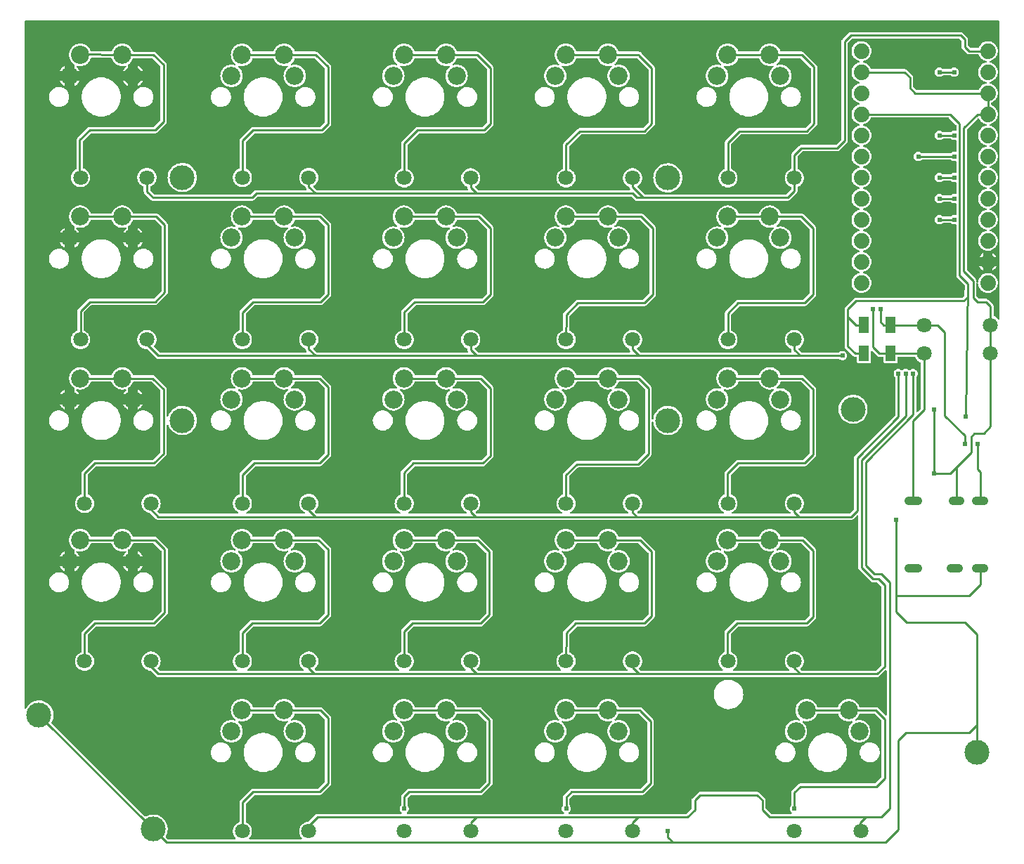
<source format=gbl>
G04 Layer: BottomLayer*
G04 EasyEDA v6.4.17, 2021-03-21T20:07:18+01:00*
G04 c47a54ca09f5448bbd9a4779f7b556aa,4df854c6aec24255a39790d4430c752a,10*
G04 Gerber Generator version 0.2*
G04 Scale: 100 percent, Rotated: No, Reflected: No *
G04 Dimensions in millimeters *
G04 leading zeros omitted , absolute positions ,4 integer and 5 decimal *
%FSLAX45Y45*%
%MOMM*%

%ADD10C,0.2540*%
%ADD11C,0.6120*%
%ADD12C,3.0000*%
%ADD13C,2.2000*%
%ADD14C,2.1844*%
%ADD15C,1.8000*%
%ADD16C,1.8796*%
%ADD17C,1.0000*%

%LPD*%
G36*
X2455214Y-1396746D02*
G01*
X2451303Y-1395984D01*
X2448001Y-1393748D01*
X2428798Y-1374546D01*
X2426411Y-1370838D01*
X2425852Y-1366520D01*
X2427122Y-1362354D01*
X2432100Y-1353515D01*
X2439365Y-1336954D01*
X2444851Y-1319733D01*
X2448560Y-1302054D01*
X2450388Y-1284020D01*
X2450388Y-1265936D01*
X2448560Y-1247952D01*
X2444851Y-1230274D01*
X2439365Y-1213053D01*
X2432100Y-1196492D01*
X2423210Y-1180744D01*
X2412746Y-1166012D01*
X2400808Y-1152398D01*
X2387498Y-1140155D01*
X2373071Y-1129284D01*
X2357526Y-1119987D01*
X2341168Y-1112316D01*
X2324100Y-1106373D01*
X2306472Y-1102207D01*
X2288540Y-1099870D01*
X2270455Y-1099413D01*
X2252472Y-1100836D01*
X2234641Y-1104036D01*
X2217318Y-1109116D01*
X2200554Y-1115923D01*
X2187346Y-1122934D01*
X2183231Y-1124102D01*
X2179015Y-1123492D01*
X2175408Y-1121156D01*
X1053795Y457D01*
X1051407Y4165D01*
X1050848Y8483D01*
X1052118Y12649D01*
X1057097Y21488D01*
X1064361Y38049D01*
X1069848Y55270D01*
X1073556Y72948D01*
X1075385Y90982D01*
X1075385Y109016D01*
X1073556Y127050D01*
X1069848Y144729D01*
X1064361Y161950D01*
X1057097Y178511D01*
X1048207Y194259D01*
X1037742Y208991D01*
X1025804Y222605D01*
X1012494Y234848D01*
X998067Y245719D01*
X982522Y255016D01*
X966165Y262686D01*
X949096Y268630D01*
X931468Y272796D01*
X913536Y275132D01*
X895502Y275590D01*
X877468Y274167D01*
X859637Y270967D01*
X842314Y265887D01*
X825550Y259079D01*
X809599Y250596D01*
X794562Y240487D01*
X780694Y228904D01*
X768096Y215950D01*
X756869Y201777D01*
X747166Y186486D01*
X743407Y179070D01*
X740562Y175564D01*
X736498Y173685D01*
X731977Y173685D01*
X727964Y175666D01*
X725170Y179222D01*
X724154Y183591D01*
X725678Y8460740D01*
X726440Y8464651D01*
X728675Y8467902D01*
X731926Y8470138D01*
X735838Y8470900D01*
X12461240Y8470900D01*
X12465151Y8470138D01*
X12468402Y8467902D01*
X12470638Y8464651D01*
X12471400Y8460740D01*
X12471400Y8106714D01*
X12470485Y8102600D01*
X12471400Y8098485D01*
X12471400Y7852714D01*
X12470485Y7848600D01*
X12471400Y7844485D01*
X12471400Y7598714D01*
X12470485Y7594600D01*
X12471400Y7590485D01*
X12471400Y7344714D01*
X12470485Y7340600D01*
X12471400Y7336485D01*
X12471400Y7090714D01*
X12470485Y7086600D01*
X12471400Y7082485D01*
X12471400Y6836714D01*
X12470485Y6832600D01*
X12471400Y6828485D01*
X12471400Y6582714D01*
X12470485Y6578600D01*
X12471400Y6574485D01*
X12471400Y6328714D01*
X12470485Y6324600D01*
X12471400Y6320485D01*
X12471400Y6074714D01*
X12470485Y6070600D01*
X12471400Y6066485D01*
X12471400Y5820714D01*
X12470485Y5816600D01*
X12471400Y5812485D01*
X12471400Y5312714D01*
X12470485Y5308600D01*
X12471400Y5304485D01*
X12471400Y4879289D01*
X12470587Y4875276D01*
X12468199Y4871923D01*
X12464694Y4869738D01*
X12460579Y4869180D01*
X12456617Y4870246D01*
X12453416Y4872837D01*
X12447676Y4879746D01*
X12437110Y4889703D01*
X12425375Y4898237D01*
X12412624Y4905248D01*
X12408204Y4906975D01*
X12404852Y4909159D01*
X12402616Y4912461D01*
X12401804Y4916424D01*
X12401804Y5022342D01*
X12401042Y5030317D01*
X12398857Y5037531D01*
X12395301Y5044135D01*
X12390221Y5050332D01*
X12333782Y5106771D01*
X12327585Y5111851D01*
X12320981Y5115407D01*
X12313767Y5117592D01*
X12305792Y5118354D01*
X12224816Y5118354D01*
X12220905Y5119116D01*
X12217603Y5121351D01*
X12195251Y5143703D01*
X12193016Y5147005D01*
X12192254Y5150916D01*
X12192254Y5298490D01*
X12193168Y5302758D01*
X12195810Y5306212D01*
X12199620Y5308244D01*
X12203988Y5308549D01*
X12208002Y5306974D01*
X12211050Y5303824D01*
X12212472Y5299760D01*
X12214098Y5286603D01*
X12217704Y5272328D01*
X12223038Y5258612D01*
X12229998Y5245608D01*
X12238532Y5233619D01*
X12248438Y5222748D01*
X12259614Y5213146D01*
X12271908Y5205018D01*
X12285065Y5198465D01*
X12298984Y5193538D01*
X12313361Y5190388D01*
X12327991Y5189016D01*
X12342723Y5189474D01*
X12357303Y5191760D01*
X12371476Y5195773D01*
X12385040Y5201513D01*
X12397790Y5208879D01*
X12409525Y5217769D01*
X12420092Y5228031D01*
X12429337Y5239512D01*
X12437059Y5252008D01*
X12443256Y5265369D01*
X12447727Y5279440D01*
X12450419Y5293918D01*
X12451080Y5305094D01*
X12452096Y5308600D01*
X12451080Y5312105D01*
X12450419Y5323281D01*
X12447727Y5337759D01*
X12443256Y5351830D01*
X12437059Y5365191D01*
X12429337Y5377688D01*
X12420092Y5389168D01*
X12409525Y5399430D01*
X12397790Y5408320D01*
X12385040Y5415686D01*
X12371476Y5421426D01*
X12357303Y5425440D01*
X12342723Y5427726D01*
X12327991Y5428183D01*
X12313361Y5426811D01*
X12298984Y5423662D01*
X12285065Y5418734D01*
X12271908Y5412181D01*
X12259614Y5404053D01*
X12248438Y5394452D01*
X12238532Y5383580D01*
X12229998Y5371592D01*
X12223038Y5358587D01*
X12217704Y5344871D01*
X12214098Y5330596D01*
X12212472Y5317439D01*
X12211050Y5313375D01*
X12208002Y5310225D01*
X12203988Y5308650D01*
X12199620Y5308955D01*
X12195810Y5310987D01*
X12193168Y5314442D01*
X12192254Y5318709D01*
X12192254Y5333492D01*
X12191492Y5341467D01*
X12189307Y5348681D01*
X12185751Y5355285D01*
X12180671Y5361482D01*
X12080951Y5461203D01*
X12078716Y5464505D01*
X12077954Y5468416D01*
X12077954Y7155383D01*
X12078716Y7159294D01*
X12080951Y7162596D01*
X12208459Y7290104D01*
X12211558Y7292238D01*
X12215215Y7293051D01*
X12218924Y7292543D01*
X12222226Y7290663D01*
X12224562Y7287717D01*
X12229998Y7277608D01*
X12238532Y7265619D01*
X12248438Y7254748D01*
X12259614Y7245146D01*
X12271908Y7237018D01*
X12285065Y7230465D01*
X12298984Y7225538D01*
X12308230Y7223506D01*
X12311786Y7221981D01*
X12314529Y7219188D01*
X12316002Y7215530D01*
X12316002Y7211669D01*
X12314529Y7208012D01*
X12311786Y7205218D01*
X12308230Y7203694D01*
X12298984Y7201662D01*
X12285065Y7196734D01*
X12271908Y7190181D01*
X12259614Y7182053D01*
X12248438Y7172452D01*
X12238532Y7161580D01*
X12229998Y7149592D01*
X12223038Y7136587D01*
X12217704Y7122871D01*
X12214098Y7108596D01*
X12212320Y7093966D01*
X12212320Y7079234D01*
X12214098Y7064603D01*
X12217704Y7050328D01*
X12223038Y7036612D01*
X12229998Y7023608D01*
X12238532Y7011619D01*
X12248438Y7000748D01*
X12259614Y6991146D01*
X12271908Y6983018D01*
X12285065Y6976465D01*
X12298984Y6971538D01*
X12308230Y6969506D01*
X12311786Y6967981D01*
X12314529Y6965188D01*
X12316002Y6961530D01*
X12316002Y6957669D01*
X12314529Y6954012D01*
X12311786Y6951218D01*
X12308230Y6949694D01*
X12298984Y6947662D01*
X12285065Y6942734D01*
X12271908Y6936181D01*
X12259614Y6928053D01*
X12248438Y6918452D01*
X12238532Y6907580D01*
X12229998Y6895592D01*
X12223038Y6882587D01*
X12217704Y6868871D01*
X12214098Y6854596D01*
X12212320Y6839966D01*
X12212320Y6825234D01*
X12214098Y6810603D01*
X12217704Y6796328D01*
X12223038Y6782612D01*
X12229998Y6769608D01*
X12238532Y6757619D01*
X12248438Y6746748D01*
X12259614Y6737146D01*
X12271908Y6729018D01*
X12285065Y6722465D01*
X12298984Y6717538D01*
X12308230Y6715506D01*
X12311786Y6713981D01*
X12314529Y6711188D01*
X12316002Y6707530D01*
X12316002Y6703669D01*
X12314529Y6700012D01*
X12311786Y6697218D01*
X12308230Y6695694D01*
X12298984Y6693662D01*
X12285065Y6688734D01*
X12271908Y6682181D01*
X12259614Y6674053D01*
X12248438Y6664452D01*
X12238532Y6653580D01*
X12229998Y6641592D01*
X12223038Y6628587D01*
X12217704Y6614871D01*
X12214098Y6600596D01*
X12212320Y6585966D01*
X12212320Y6571234D01*
X12214098Y6556603D01*
X12217704Y6542328D01*
X12223038Y6528612D01*
X12229998Y6515607D01*
X12238532Y6503619D01*
X12248438Y6492748D01*
X12259614Y6483146D01*
X12271908Y6475018D01*
X12285065Y6468465D01*
X12298984Y6463538D01*
X12308230Y6461506D01*
X12311786Y6459982D01*
X12314529Y6457188D01*
X12316002Y6453530D01*
X12316002Y6449669D01*
X12314529Y6446012D01*
X12311786Y6443218D01*
X12308230Y6441694D01*
X12298984Y6439662D01*
X12285065Y6434734D01*
X12271908Y6428181D01*
X12259614Y6420053D01*
X12248438Y6410452D01*
X12238532Y6399580D01*
X12229998Y6387592D01*
X12223038Y6374587D01*
X12217704Y6360871D01*
X12214098Y6346596D01*
X12212320Y6331966D01*
X12212320Y6317234D01*
X12214098Y6302603D01*
X12217704Y6288328D01*
X12223038Y6274612D01*
X12229998Y6261608D01*
X12238532Y6249619D01*
X12248438Y6238748D01*
X12259614Y6229146D01*
X12271908Y6221018D01*
X12285065Y6214465D01*
X12298984Y6209538D01*
X12308230Y6207506D01*
X12311786Y6205982D01*
X12314529Y6203188D01*
X12316002Y6199530D01*
X12316002Y6195669D01*
X12314529Y6192012D01*
X12311786Y6189218D01*
X12308230Y6187694D01*
X12298984Y6185662D01*
X12285065Y6180734D01*
X12271908Y6174181D01*
X12259614Y6166053D01*
X12248438Y6156452D01*
X12238532Y6145580D01*
X12229998Y6133592D01*
X12223038Y6120587D01*
X12217704Y6106871D01*
X12214098Y6092596D01*
X12212320Y6077966D01*
X12212320Y6063234D01*
X12214098Y6048603D01*
X12217704Y6034328D01*
X12223038Y6020612D01*
X12229998Y6007608D01*
X12238532Y5995619D01*
X12248438Y5984748D01*
X12259614Y5975146D01*
X12271908Y5967018D01*
X12285065Y5960465D01*
X12298984Y5955538D01*
X12308230Y5953506D01*
X12311786Y5951982D01*
X12314529Y5949188D01*
X12316002Y5945530D01*
X12316002Y5941669D01*
X12314529Y5938012D01*
X12311786Y5935218D01*
X12308230Y5933694D01*
X12298984Y5931662D01*
X12285065Y5926734D01*
X12271908Y5920181D01*
X12259614Y5912053D01*
X12248438Y5902452D01*
X12238532Y5891580D01*
X12229998Y5879592D01*
X12223038Y5866587D01*
X12217704Y5852871D01*
X12214098Y5838596D01*
X12212320Y5823966D01*
X12212320Y5809234D01*
X12214098Y5794603D01*
X12217704Y5780328D01*
X12223038Y5766612D01*
X12229998Y5753608D01*
X12238532Y5741619D01*
X12248438Y5730748D01*
X12259614Y5721146D01*
X12271908Y5713018D01*
X12285065Y5706465D01*
X12298984Y5701538D01*
X12313361Y5698388D01*
X12327991Y5697016D01*
X12342723Y5697474D01*
X12357303Y5699760D01*
X12371476Y5703773D01*
X12385040Y5709513D01*
X12397790Y5716879D01*
X12409525Y5725769D01*
X12420092Y5736031D01*
X12429337Y5747512D01*
X12437059Y5760008D01*
X12443256Y5773369D01*
X12447727Y5787440D01*
X12450419Y5801918D01*
X12451080Y5813094D01*
X12452096Y5816600D01*
X12451080Y5820105D01*
X12450419Y5831281D01*
X12447727Y5845759D01*
X12443256Y5859830D01*
X12437059Y5873191D01*
X12429337Y5885688D01*
X12420092Y5897168D01*
X12409525Y5907430D01*
X12397790Y5916320D01*
X12385040Y5923686D01*
X12371476Y5929426D01*
X12356693Y5933592D01*
X12352832Y5935675D01*
X12350242Y5939129D01*
X12349327Y5943803D01*
X12350242Y5948070D01*
X12352832Y5951524D01*
X12356693Y5953607D01*
X12371476Y5957773D01*
X12385040Y5963513D01*
X12397790Y5970879D01*
X12409525Y5979769D01*
X12420092Y5990031D01*
X12429337Y6001512D01*
X12437059Y6014008D01*
X12443256Y6027369D01*
X12447727Y6041440D01*
X12450419Y6055918D01*
X12451080Y6067094D01*
X12452096Y6070600D01*
X12451080Y6074105D01*
X12450419Y6085281D01*
X12447727Y6099759D01*
X12443256Y6113830D01*
X12437059Y6127191D01*
X12429337Y6139688D01*
X12420092Y6151168D01*
X12409525Y6161430D01*
X12397790Y6170320D01*
X12385040Y6177686D01*
X12371476Y6183426D01*
X12356693Y6187592D01*
X12352832Y6189675D01*
X12350242Y6193129D01*
X12349327Y6197803D01*
X12350242Y6202070D01*
X12352832Y6205524D01*
X12356693Y6207607D01*
X12371476Y6211773D01*
X12385040Y6217513D01*
X12397790Y6224879D01*
X12409525Y6233769D01*
X12420092Y6244031D01*
X12429337Y6255512D01*
X12437059Y6268008D01*
X12443256Y6281369D01*
X12447727Y6295440D01*
X12450419Y6309918D01*
X12451080Y6321094D01*
X12452096Y6324600D01*
X12451080Y6328105D01*
X12450419Y6339281D01*
X12447727Y6353759D01*
X12443256Y6367830D01*
X12437059Y6381191D01*
X12429337Y6393688D01*
X12420092Y6405168D01*
X12409525Y6415430D01*
X12397790Y6424320D01*
X12385040Y6431686D01*
X12371476Y6437426D01*
X12356693Y6441592D01*
X12352832Y6443675D01*
X12350242Y6447129D01*
X12349327Y6451803D01*
X12350242Y6456070D01*
X12352832Y6459524D01*
X12356693Y6461607D01*
X12371476Y6465773D01*
X12385040Y6471513D01*
X12397790Y6478879D01*
X12409525Y6487769D01*
X12420092Y6498031D01*
X12429337Y6509512D01*
X12437059Y6522008D01*
X12443256Y6535369D01*
X12447727Y6549440D01*
X12450419Y6563918D01*
X12451080Y6575094D01*
X12452096Y6578600D01*
X12451080Y6582105D01*
X12450419Y6593281D01*
X12447727Y6607759D01*
X12443256Y6621830D01*
X12437059Y6635191D01*
X12429337Y6647688D01*
X12420092Y6659168D01*
X12409525Y6669430D01*
X12397790Y6678320D01*
X12385040Y6685686D01*
X12371476Y6691426D01*
X12356693Y6695592D01*
X12352832Y6697675D01*
X12350242Y6701129D01*
X12349327Y6705803D01*
X12350242Y6710070D01*
X12352832Y6713524D01*
X12356693Y6715607D01*
X12371476Y6719773D01*
X12385040Y6725513D01*
X12397790Y6732879D01*
X12409525Y6741769D01*
X12420092Y6752031D01*
X12429337Y6763512D01*
X12437059Y6776008D01*
X12443256Y6789369D01*
X12447727Y6803440D01*
X12450419Y6817918D01*
X12451080Y6829094D01*
X12452096Y6832600D01*
X12451080Y6836105D01*
X12450419Y6847281D01*
X12447727Y6861759D01*
X12443256Y6875830D01*
X12437059Y6889191D01*
X12429337Y6901688D01*
X12420092Y6913168D01*
X12409525Y6923430D01*
X12397790Y6932320D01*
X12385040Y6939686D01*
X12371476Y6945426D01*
X12356693Y6949592D01*
X12352832Y6951675D01*
X12350242Y6955129D01*
X12349327Y6959803D01*
X12350242Y6964070D01*
X12352832Y6967524D01*
X12356693Y6969607D01*
X12371476Y6973773D01*
X12385040Y6979513D01*
X12397790Y6986879D01*
X12409525Y6995769D01*
X12420092Y7006031D01*
X12429337Y7017512D01*
X12437059Y7030008D01*
X12443256Y7043369D01*
X12447727Y7057440D01*
X12450419Y7071918D01*
X12451080Y7083094D01*
X12452096Y7086600D01*
X12451080Y7090105D01*
X12450419Y7101281D01*
X12447727Y7115759D01*
X12443256Y7129830D01*
X12437059Y7143191D01*
X12429337Y7155688D01*
X12420092Y7167168D01*
X12409525Y7177430D01*
X12397790Y7186320D01*
X12385040Y7193686D01*
X12371476Y7199426D01*
X12356693Y7203592D01*
X12352832Y7205675D01*
X12350242Y7209129D01*
X12349327Y7213803D01*
X12350242Y7218070D01*
X12352832Y7221524D01*
X12356693Y7223607D01*
X12371476Y7227773D01*
X12385040Y7233513D01*
X12397790Y7240879D01*
X12409525Y7249769D01*
X12420092Y7260031D01*
X12429337Y7271512D01*
X12437059Y7284008D01*
X12443256Y7297369D01*
X12447727Y7311440D01*
X12450419Y7325918D01*
X12451080Y7337094D01*
X12452096Y7340600D01*
X12451080Y7344105D01*
X12450419Y7355281D01*
X12447727Y7369759D01*
X12443256Y7383830D01*
X12437059Y7397191D01*
X12429337Y7409688D01*
X12420092Y7421168D01*
X12409525Y7431430D01*
X12397790Y7440320D01*
X12385040Y7447686D01*
X12376251Y7451394D01*
X12373000Y7453579D01*
X12370816Y7456881D01*
X12370054Y7460742D01*
X12370054Y7474458D01*
X12370816Y7478318D01*
X12373000Y7481620D01*
X12376251Y7483805D01*
X12385040Y7487513D01*
X12397790Y7494879D01*
X12409525Y7503769D01*
X12420092Y7514031D01*
X12429337Y7525512D01*
X12437059Y7538008D01*
X12443256Y7551369D01*
X12447727Y7565440D01*
X12450419Y7579918D01*
X12451080Y7591094D01*
X12452096Y7594600D01*
X12451080Y7598105D01*
X12450419Y7609281D01*
X12447727Y7623759D01*
X12443256Y7637830D01*
X12437059Y7651191D01*
X12429337Y7663688D01*
X12420092Y7675168D01*
X12409525Y7685430D01*
X12397790Y7694320D01*
X12385040Y7701686D01*
X12371476Y7707426D01*
X12356693Y7711592D01*
X12352832Y7713675D01*
X12350242Y7717129D01*
X12349327Y7721803D01*
X12350242Y7726070D01*
X12352832Y7729524D01*
X12356693Y7731607D01*
X12371476Y7735773D01*
X12385040Y7741513D01*
X12397790Y7748879D01*
X12409525Y7757769D01*
X12420092Y7768031D01*
X12429337Y7779512D01*
X12437059Y7792008D01*
X12443256Y7805369D01*
X12447727Y7819440D01*
X12450419Y7833918D01*
X12451080Y7845094D01*
X12452096Y7848600D01*
X12451080Y7852105D01*
X12450419Y7863281D01*
X12447727Y7877759D01*
X12443256Y7891830D01*
X12437059Y7905191D01*
X12429337Y7917688D01*
X12420092Y7929168D01*
X12409525Y7939430D01*
X12397790Y7948320D01*
X12385040Y7955686D01*
X12371476Y7961426D01*
X12356693Y7965592D01*
X12352832Y7967675D01*
X12350242Y7971129D01*
X12349327Y7975803D01*
X12350242Y7980070D01*
X12352832Y7983524D01*
X12356693Y7985607D01*
X12371476Y7989773D01*
X12385040Y7995513D01*
X12397790Y8002879D01*
X12409525Y8011769D01*
X12420092Y8022031D01*
X12429337Y8033512D01*
X12437059Y8046008D01*
X12443256Y8059369D01*
X12447727Y8073440D01*
X12450419Y8087918D01*
X12451080Y8099094D01*
X12452096Y8102600D01*
X12451080Y8106105D01*
X12450419Y8117281D01*
X12447727Y8131759D01*
X12443256Y8145830D01*
X12437059Y8159191D01*
X12429337Y8171688D01*
X12420092Y8183168D01*
X12409525Y8193430D01*
X12397790Y8202320D01*
X12385040Y8209686D01*
X12371476Y8215426D01*
X12357303Y8219440D01*
X12342723Y8221725D01*
X12327991Y8222183D01*
X12313361Y8220811D01*
X12298984Y8217662D01*
X12285065Y8212734D01*
X12271908Y8206181D01*
X12259614Y8198053D01*
X12248438Y8188452D01*
X12238532Y8177580D01*
X12229998Y8165592D01*
X12223038Y8152587D01*
X12221057Y8147456D01*
X12218873Y8144052D01*
X12215520Y8141766D01*
X12211558Y8140953D01*
X12123216Y8140953D01*
X12119305Y8141716D01*
X12116003Y8143951D01*
X12093651Y8166303D01*
X12091416Y8169605D01*
X12090654Y8173516D01*
X12090654Y8241792D01*
X12089892Y8249767D01*
X12087707Y8256981D01*
X12084151Y8263585D01*
X12079071Y8269782D01*
X12028982Y8319871D01*
X12022785Y8324951D01*
X12016181Y8328507D01*
X12008967Y8330692D01*
X12000992Y8331453D01*
X10681208Y8331453D01*
X10673232Y8330692D01*
X10666018Y8328507D01*
X10659414Y8324951D01*
X10653217Y8319871D01*
X10577728Y8244382D01*
X10572648Y8238185D01*
X10569092Y8231581D01*
X10566908Y8224367D01*
X10566146Y8216392D01*
X10566146Y7043216D01*
X10565384Y7039305D01*
X10563148Y7036003D01*
X10502696Y6975551D01*
X10499394Y6973316D01*
X10495483Y6972553D01*
X10084308Y6972553D01*
X10076332Y6971792D01*
X10069118Y6969607D01*
X10062514Y6966051D01*
X10056317Y6960971D01*
X9973208Y6877862D01*
X9968128Y6871665D01*
X9964572Y6865061D01*
X9962388Y6857847D01*
X9961626Y6849872D01*
X9961626Y6690817D01*
X9960813Y6686905D01*
X9958578Y6683552D01*
X9955225Y6681368D01*
X9950754Y6679641D01*
X9938054Y6672630D01*
X9926269Y6664096D01*
X9915702Y6654139D01*
X9906457Y6642963D01*
X9898684Y6630720D01*
X9892487Y6617563D01*
X9888016Y6603746D01*
X9885273Y6589471D01*
X9884359Y6574993D01*
X9885273Y6560515D01*
X9888016Y6546240D01*
X9892487Y6532422D01*
X9898684Y6519316D01*
X9906457Y6507022D01*
X9915702Y6495846D01*
X9926269Y6485890D01*
X9938054Y6477355D01*
X9950754Y6470396D01*
X9955225Y6468618D01*
X9958578Y6466433D01*
X9960813Y6463080D01*
X9961626Y6459169D01*
X9961626Y6438696D01*
X9960864Y6434785D01*
X9958628Y6431483D01*
X9905796Y6378651D01*
X9902494Y6376416D01*
X9898583Y6375654D01*
X8198916Y6375654D01*
X8195005Y6376416D01*
X8191703Y6378651D01*
X8109254Y6461048D01*
X8107172Y6464147D01*
X8106308Y6467805D01*
X8106816Y6471513D01*
X8108645Y6474764D01*
X8123681Y6485890D01*
X8134299Y6495846D01*
X8143544Y6507022D01*
X8151317Y6519316D01*
X8157514Y6532422D01*
X8161985Y6546240D01*
X8164728Y6560515D01*
X8165642Y6574993D01*
X8164728Y6589471D01*
X8161985Y6603746D01*
X8157514Y6617563D01*
X8151317Y6630720D01*
X8143544Y6642963D01*
X8134299Y6654139D01*
X8123681Y6664096D01*
X8111947Y6672630D01*
X8099247Y6679641D01*
X8085734Y6684975D01*
X8071662Y6688581D01*
X8057235Y6690410D01*
X8042706Y6690410D01*
X8028330Y6688581D01*
X8014258Y6684975D01*
X8000746Y6679641D01*
X7988046Y6672630D01*
X7976260Y6664096D01*
X7965694Y6654139D01*
X7956448Y6642963D01*
X7948675Y6630720D01*
X7942478Y6617563D01*
X7938008Y6603746D01*
X7935264Y6589471D01*
X7934350Y6574993D01*
X7935264Y6560515D01*
X7938008Y6546240D01*
X7942478Y6532422D01*
X7948675Y6519316D01*
X7956448Y6507022D01*
X7965694Y6495846D01*
X7976260Y6485890D01*
X7988046Y6477355D01*
X8000746Y6470396D01*
X8005978Y6468313D01*
X8009077Y6466332D01*
X8011312Y6463385D01*
X8012430Y6458610D01*
X8014614Y6451396D01*
X8018170Y6444792D01*
X8019592Y6443065D01*
X8021421Y6439712D01*
X8021878Y6435953D01*
X8020913Y6432245D01*
X8018678Y6429197D01*
X8015478Y6427165D01*
X8011769Y6426454D01*
X6192316Y6426454D01*
X6188405Y6427216D01*
X6185103Y6429451D01*
X6155537Y6459016D01*
X6153404Y6462115D01*
X6152540Y6465722D01*
X6153099Y6469430D01*
X6154928Y6472732D01*
X6157823Y6475120D01*
X6161938Y6477355D01*
X6173673Y6485890D01*
X6184290Y6495846D01*
X6193536Y6507022D01*
X6201308Y6519316D01*
X6207506Y6532422D01*
X6211976Y6546240D01*
X6214719Y6560515D01*
X6215634Y6574993D01*
X6214719Y6589471D01*
X6211976Y6603746D01*
X6207506Y6617563D01*
X6201308Y6630720D01*
X6193536Y6642963D01*
X6184290Y6654139D01*
X6173673Y6664096D01*
X6161938Y6672630D01*
X6149238Y6679641D01*
X6135725Y6684975D01*
X6121654Y6688581D01*
X6107226Y6690410D01*
X6092748Y6690410D01*
X6078321Y6688581D01*
X6064250Y6684975D01*
X6050737Y6679641D01*
X6038037Y6672630D01*
X6026302Y6664096D01*
X6015685Y6654139D01*
X6006439Y6642963D01*
X5998667Y6630720D01*
X5992469Y6617563D01*
X5987999Y6603746D01*
X5985256Y6589471D01*
X5984341Y6574993D01*
X5985256Y6560515D01*
X5987999Y6546240D01*
X5992469Y6532422D01*
X5998667Y6519316D01*
X6006439Y6507022D01*
X6015685Y6495846D01*
X6026302Y6485890D01*
X6038037Y6477355D01*
X6050737Y6470396D01*
X6055410Y6468516D01*
X6058509Y6466586D01*
X6060744Y6463639D01*
X6061760Y6460083D01*
X6062472Y6452768D01*
X6064656Y6445554D01*
X6066891Y6441389D01*
X6068060Y6437426D01*
X6067552Y6433261D01*
X6065418Y6429705D01*
X6062014Y6427317D01*
X6057950Y6426454D01*
X4249216Y6426454D01*
X4245305Y6427216D01*
X4242003Y6429451D01*
X4207662Y6463792D01*
X4205528Y6466890D01*
X4204716Y6470497D01*
X4205224Y6474206D01*
X4207052Y6477508D01*
X4209948Y6479844D01*
X4211929Y6480962D01*
X4223715Y6489496D01*
X4234281Y6499453D01*
X4243527Y6510629D01*
X4251299Y6522872D01*
X4257497Y6536029D01*
X4261967Y6549847D01*
X4264710Y6564122D01*
X4265625Y6578600D01*
X4264710Y6593078D01*
X4261967Y6607352D01*
X4257497Y6621170D01*
X4251299Y6634327D01*
X4243527Y6646570D01*
X4234281Y6657746D01*
X4223715Y6667703D01*
X4211929Y6676237D01*
X4199229Y6683248D01*
X4185716Y6688581D01*
X4171645Y6692188D01*
X4157268Y6694017D01*
X4142740Y6694017D01*
X4128312Y6692188D01*
X4114241Y6688581D01*
X4100779Y6683248D01*
X4088028Y6676237D01*
X4076293Y6667703D01*
X4065676Y6657746D01*
X4056430Y6646570D01*
X4048658Y6634327D01*
X4042460Y6621170D01*
X4037990Y6607352D01*
X4035247Y6593078D01*
X4034332Y6578600D01*
X4035247Y6564122D01*
X4037990Y6549847D01*
X4042460Y6536029D01*
X4048658Y6522872D01*
X4056430Y6510629D01*
X4065676Y6499453D01*
X4076293Y6489496D01*
X4088028Y6480962D01*
X4100779Y6473952D01*
X4105554Y6472072D01*
X4108653Y6470142D01*
X4110888Y6467195D01*
X4111904Y6463639D01*
X4112260Y6459880D01*
X4114444Y6452666D01*
X4118000Y6446062D01*
X4120489Y6443065D01*
X4122267Y6439712D01*
X4122775Y6435953D01*
X4121810Y6432245D01*
X4119575Y6429197D01*
X4116374Y6427165D01*
X4112615Y6426454D01*
X3518408Y6426454D01*
X3510432Y6425692D01*
X3503218Y6423507D01*
X3496614Y6419951D01*
X3490417Y6414871D01*
X3454196Y6378651D01*
X3450894Y6376416D01*
X3446983Y6375654D01*
X2293416Y6375654D01*
X2289505Y6376416D01*
X2286203Y6378651D01*
X2241245Y6423609D01*
X2239010Y6426911D01*
X2238248Y6430822D01*
X2238248Y6462725D01*
X2239060Y6466636D01*
X2241296Y6469989D01*
X2244648Y6472174D01*
X2249220Y6473952D01*
X2261971Y6480962D01*
X2273706Y6489496D01*
X2284272Y6499453D01*
X2293518Y6510629D01*
X2301341Y6522872D01*
X2307488Y6536029D01*
X2312009Y6549847D01*
X2314702Y6564122D01*
X2315616Y6578600D01*
X2314702Y6593078D01*
X2312009Y6607352D01*
X2307488Y6621170D01*
X2301341Y6634327D01*
X2293518Y6646570D01*
X2284272Y6657746D01*
X2273706Y6667703D01*
X2261971Y6676237D01*
X2249220Y6683248D01*
X2235708Y6688581D01*
X2221636Y6692188D01*
X2207260Y6694017D01*
X2192731Y6694017D01*
X2178304Y6692188D01*
X2164283Y6688581D01*
X2150770Y6683248D01*
X2138019Y6676237D01*
X2126284Y6667703D01*
X2115718Y6657746D01*
X2106422Y6646570D01*
X2098649Y6634327D01*
X2092452Y6621170D01*
X2087981Y6607352D01*
X2085289Y6593078D01*
X2084374Y6578600D01*
X2085289Y6564122D01*
X2087981Y6549847D01*
X2092452Y6536029D01*
X2098649Y6522872D01*
X2106422Y6510629D01*
X2115718Y6499453D01*
X2126284Y6489496D01*
X2138019Y6480962D01*
X2150770Y6473952D01*
X2155139Y6472224D01*
X2158492Y6470040D01*
X2160727Y6466738D01*
X2161540Y6462776D01*
X2161540Y6411214D01*
X2162302Y6403238D01*
X2164486Y6396024D01*
X2168042Y6389420D01*
X2173122Y6383223D01*
X2245817Y6310528D01*
X2252014Y6305448D01*
X2258618Y6301892D01*
X2265832Y6299708D01*
X2273808Y6298946D01*
X3466592Y6298946D01*
X3474567Y6299708D01*
X3481781Y6301892D01*
X3488385Y6305448D01*
X3494582Y6310528D01*
X3530803Y6346748D01*
X3534105Y6348984D01*
X3538016Y6349746D01*
X8031683Y6349746D01*
X8035594Y6348984D01*
X8038896Y6346748D01*
X8075117Y6310528D01*
X8081314Y6305448D01*
X8087918Y6301892D01*
X8095132Y6299708D01*
X8103108Y6298946D01*
X9918192Y6298946D01*
X9926167Y6299708D01*
X9933381Y6301892D01*
X9939985Y6305448D01*
X9946182Y6310528D01*
X10026751Y6391097D01*
X10031831Y6397294D01*
X10035387Y6403898D01*
X10037572Y6411112D01*
X10038334Y6419088D01*
X10038334Y6459169D01*
X10039146Y6463080D01*
X10041382Y6466433D01*
X10044734Y6468618D01*
X10049205Y6470396D01*
X10061956Y6477355D01*
X10073690Y6485890D01*
X10084308Y6495846D01*
X10093553Y6507022D01*
X10101326Y6519316D01*
X10107523Y6532422D01*
X10111994Y6546240D01*
X10114737Y6560515D01*
X10115651Y6574993D01*
X10114737Y6589471D01*
X10111994Y6603746D01*
X10107523Y6617563D01*
X10101326Y6630720D01*
X10093553Y6642963D01*
X10084308Y6654139D01*
X10073690Y6664096D01*
X10061956Y6672630D01*
X10049205Y6679641D01*
X10044734Y6681419D01*
X10041382Y6683603D01*
X10039146Y6686905D01*
X10038334Y6690868D01*
X10038334Y6830263D01*
X10039096Y6834174D01*
X10041331Y6837476D01*
X10096703Y6892848D01*
X10100005Y6895084D01*
X10103916Y6895846D01*
X10515092Y6895846D01*
X10523067Y6896608D01*
X10530281Y6898792D01*
X10536885Y6902348D01*
X10543082Y6907428D01*
X10631271Y6995617D01*
X10636351Y7001814D01*
X10639907Y7008418D01*
X10642092Y7015632D01*
X10642854Y7023608D01*
X10642854Y8196783D01*
X10643616Y8200694D01*
X10645851Y8203996D01*
X10693603Y8251748D01*
X10696905Y8253984D01*
X10700816Y8254746D01*
X11981383Y8254746D01*
X11985294Y8253984D01*
X11988596Y8251748D01*
X12010948Y8229396D01*
X12013184Y8226094D01*
X12013946Y8222183D01*
X12013946Y8153908D01*
X12014708Y8145932D01*
X12016892Y8138718D01*
X12020448Y8132114D01*
X12025528Y8125917D01*
X12075617Y8075828D01*
X12081814Y8070748D01*
X12088418Y8067192D01*
X12095632Y8065008D01*
X12103608Y8064246D01*
X12211558Y8064246D01*
X12215520Y8063433D01*
X12218873Y8061147D01*
X12221057Y8057743D01*
X12223038Y8052612D01*
X12229998Y8039608D01*
X12238532Y8027619D01*
X12248438Y8016748D01*
X12259614Y8007146D01*
X12271908Y7999018D01*
X12285065Y7992465D01*
X12298984Y7987538D01*
X12308230Y7985506D01*
X12311786Y7983981D01*
X12314529Y7981188D01*
X12316002Y7977530D01*
X12316002Y7973669D01*
X12314529Y7970012D01*
X12311786Y7967218D01*
X12308230Y7965694D01*
X12298984Y7963662D01*
X12285065Y7958734D01*
X12271908Y7952181D01*
X12259614Y7944053D01*
X12248438Y7934452D01*
X12238532Y7923580D01*
X12229998Y7911592D01*
X12223038Y7898587D01*
X12217704Y7884871D01*
X12214098Y7870596D01*
X12212320Y7855966D01*
X12212320Y7841234D01*
X12214098Y7826603D01*
X12217704Y7812328D01*
X12223038Y7798612D01*
X12229998Y7785608D01*
X12238532Y7773619D01*
X12248438Y7762748D01*
X12259614Y7753146D01*
X12271908Y7745018D01*
X12285065Y7738465D01*
X12298984Y7733538D01*
X12308230Y7731506D01*
X12311786Y7729981D01*
X12314529Y7727188D01*
X12316002Y7723530D01*
X12316002Y7719669D01*
X12314529Y7716012D01*
X12311786Y7713218D01*
X12308230Y7711694D01*
X12298984Y7709662D01*
X12285065Y7704734D01*
X12271908Y7698181D01*
X12259614Y7690053D01*
X12248438Y7680452D01*
X12238532Y7669580D01*
X12229998Y7657592D01*
X12223038Y7644587D01*
X12221057Y7639456D01*
X12218873Y7636052D01*
X12215520Y7633766D01*
X12211558Y7632953D01*
X11475516Y7632953D01*
X11471605Y7633716D01*
X11468303Y7635951D01*
X11433251Y7671003D01*
X11431016Y7674305D01*
X11430254Y7678216D01*
X11430254Y7784592D01*
X11429492Y7792567D01*
X11427307Y7799781D01*
X11423751Y7806385D01*
X11418671Y7812582D01*
X11355882Y7875371D01*
X11349685Y7880451D01*
X11343081Y7884007D01*
X11335867Y7886192D01*
X11327892Y7886953D01*
X10927842Y7886953D01*
X10923879Y7887766D01*
X10920526Y7890052D01*
X10918342Y7893456D01*
X10916361Y7898587D01*
X10909401Y7911592D01*
X10900867Y7923580D01*
X10890961Y7934452D01*
X10879785Y7944053D01*
X10867491Y7952181D01*
X10854334Y7958734D01*
X10840415Y7963662D01*
X10831169Y7965694D01*
X10827613Y7967218D01*
X10824870Y7970012D01*
X10823397Y7973669D01*
X10823397Y7977530D01*
X10824870Y7981188D01*
X10827613Y7983981D01*
X10831169Y7985506D01*
X10840415Y7987538D01*
X10854334Y7992465D01*
X10867491Y7999018D01*
X10879785Y8007146D01*
X10890961Y8016748D01*
X10900867Y8027619D01*
X10909401Y8039608D01*
X10916361Y8052612D01*
X10921695Y8066328D01*
X10925302Y8080603D01*
X10927080Y8095234D01*
X10927080Y8109966D01*
X10925302Y8124596D01*
X10921695Y8138871D01*
X10916361Y8152587D01*
X10909401Y8165592D01*
X10900867Y8177580D01*
X10890961Y8188452D01*
X10879785Y8198053D01*
X10867491Y8206181D01*
X10854334Y8212734D01*
X10840415Y8217662D01*
X10826038Y8220811D01*
X10811408Y8222183D01*
X10796676Y8221725D01*
X10782096Y8219440D01*
X10767923Y8215426D01*
X10754360Y8209686D01*
X10741609Y8202320D01*
X10729874Y8193430D01*
X10719308Y8183168D01*
X10710062Y8171688D01*
X10702340Y8159191D01*
X10696143Y8145830D01*
X10691672Y8131759D01*
X10688980Y8117281D01*
X10688066Y8102600D01*
X10688980Y8087918D01*
X10691672Y8073440D01*
X10696143Y8059369D01*
X10702340Y8046008D01*
X10710062Y8033512D01*
X10719308Y8022031D01*
X10729874Y8011769D01*
X10741609Y8002879D01*
X10754360Y7995513D01*
X10767923Y7989773D01*
X10782706Y7985607D01*
X10786567Y7983524D01*
X10789158Y7980070D01*
X10790072Y7975396D01*
X10789158Y7971129D01*
X10786567Y7967675D01*
X10782706Y7965592D01*
X10767923Y7961426D01*
X10754360Y7955686D01*
X10741609Y7948320D01*
X10729874Y7939430D01*
X10719308Y7929168D01*
X10710062Y7917688D01*
X10702340Y7905191D01*
X10696143Y7891830D01*
X10691672Y7877759D01*
X10688980Y7863281D01*
X10688066Y7848600D01*
X10688980Y7833918D01*
X10691672Y7819440D01*
X10696143Y7805369D01*
X10702340Y7792008D01*
X10710062Y7779512D01*
X10719308Y7768031D01*
X10729874Y7757769D01*
X10741609Y7748879D01*
X10754360Y7741513D01*
X10767923Y7735773D01*
X10782706Y7731607D01*
X10786567Y7729524D01*
X10789158Y7726070D01*
X10790072Y7721396D01*
X10789158Y7717129D01*
X10786567Y7713675D01*
X10782706Y7711592D01*
X10767923Y7707426D01*
X10754360Y7701686D01*
X10741609Y7694320D01*
X10729874Y7685430D01*
X10719308Y7675168D01*
X10710062Y7663688D01*
X10702340Y7651191D01*
X10696143Y7637830D01*
X10691672Y7623759D01*
X10688980Y7609281D01*
X10688066Y7594600D01*
X10688980Y7579918D01*
X10691672Y7565440D01*
X10696143Y7551369D01*
X10702340Y7538008D01*
X10710062Y7525512D01*
X10719308Y7514031D01*
X10729874Y7503769D01*
X10741609Y7494879D01*
X10754360Y7487513D01*
X10767923Y7481773D01*
X10782706Y7477607D01*
X10786567Y7475524D01*
X10789158Y7472070D01*
X10790072Y7467396D01*
X10789158Y7463129D01*
X10786567Y7459675D01*
X10782706Y7457592D01*
X10767923Y7453426D01*
X10754360Y7447686D01*
X10741609Y7440320D01*
X10729874Y7431430D01*
X10719308Y7421168D01*
X10710062Y7409688D01*
X10702340Y7397191D01*
X10696143Y7383830D01*
X10691672Y7369759D01*
X10688980Y7355281D01*
X10688066Y7340600D01*
X10688980Y7325918D01*
X10691672Y7311440D01*
X10696143Y7297369D01*
X10702340Y7284008D01*
X10710062Y7271512D01*
X10719308Y7260031D01*
X10729874Y7249769D01*
X10741609Y7240879D01*
X10754360Y7233513D01*
X10767923Y7227773D01*
X10782706Y7223607D01*
X10786567Y7221524D01*
X10789158Y7218070D01*
X10790072Y7213396D01*
X10789158Y7209129D01*
X10786567Y7205675D01*
X10782706Y7203592D01*
X10767923Y7199426D01*
X10754360Y7193686D01*
X10741609Y7186320D01*
X10729874Y7177430D01*
X10719308Y7167168D01*
X10710062Y7155688D01*
X10702340Y7143191D01*
X10696143Y7129830D01*
X10691672Y7115759D01*
X10688980Y7101281D01*
X10688066Y7086600D01*
X10688980Y7071918D01*
X10691672Y7057440D01*
X10696143Y7043369D01*
X10702340Y7030008D01*
X10710062Y7017512D01*
X10719308Y7006031D01*
X10729874Y6995769D01*
X10741609Y6986879D01*
X10754360Y6979513D01*
X10767923Y6973773D01*
X10782706Y6969607D01*
X10786567Y6967524D01*
X10789158Y6964070D01*
X10790072Y6959396D01*
X10789158Y6955129D01*
X10786567Y6951675D01*
X10782706Y6949592D01*
X10767923Y6945426D01*
X10754360Y6939686D01*
X10741609Y6932320D01*
X10729874Y6923430D01*
X10719308Y6913168D01*
X10710062Y6901688D01*
X10702340Y6889191D01*
X10696143Y6875830D01*
X10691672Y6861759D01*
X10688980Y6847281D01*
X10688066Y6832600D01*
X10688980Y6817918D01*
X10691672Y6803440D01*
X10696143Y6789369D01*
X10702340Y6776008D01*
X10710062Y6763512D01*
X10719308Y6752031D01*
X10729874Y6741769D01*
X10741609Y6732879D01*
X10754360Y6725513D01*
X10767923Y6719773D01*
X10782706Y6715607D01*
X10786567Y6713524D01*
X10789158Y6710070D01*
X10790072Y6705396D01*
X10789158Y6701129D01*
X10786567Y6697675D01*
X10782706Y6695592D01*
X10767923Y6691426D01*
X10754360Y6685686D01*
X10741609Y6678320D01*
X10729874Y6669430D01*
X10719308Y6659168D01*
X10710062Y6647688D01*
X10702340Y6635191D01*
X10696143Y6621830D01*
X10691672Y6607759D01*
X10688980Y6593281D01*
X10688066Y6578600D01*
X10688980Y6563918D01*
X10691672Y6549440D01*
X10696143Y6535369D01*
X10702340Y6522008D01*
X10710062Y6509512D01*
X10719308Y6498031D01*
X10729874Y6487769D01*
X10741609Y6478879D01*
X10754360Y6471513D01*
X10767923Y6465773D01*
X10782706Y6461607D01*
X10786567Y6459524D01*
X10789158Y6456070D01*
X10790072Y6451396D01*
X10789158Y6447129D01*
X10786567Y6443675D01*
X10782706Y6441592D01*
X10767923Y6437426D01*
X10754360Y6431686D01*
X10741609Y6424320D01*
X10729874Y6415430D01*
X10719308Y6405168D01*
X10710062Y6393688D01*
X10702340Y6381191D01*
X10696143Y6367830D01*
X10691672Y6353759D01*
X10688980Y6339281D01*
X10688066Y6324600D01*
X10688980Y6309918D01*
X10691672Y6295440D01*
X10696143Y6281369D01*
X10702340Y6268008D01*
X10710062Y6255512D01*
X10719308Y6244031D01*
X10729874Y6233769D01*
X10741609Y6224879D01*
X10754360Y6217513D01*
X10767923Y6211773D01*
X10782706Y6207607D01*
X10786567Y6205524D01*
X10789158Y6202070D01*
X10790072Y6197396D01*
X10789158Y6193129D01*
X10786567Y6189675D01*
X10782706Y6187592D01*
X10767923Y6183426D01*
X10754360Y6177686D01*
X10741609Y6170320D01*
X10729874Y6161430D01*
X10719308Y6151168D01*
X10710062Y6139688D01*
X10702340Y6127191D01*
X10696143Y6113830D01*
X10691672Y6099759D01*
X10688980Y6085281D01*
X10688066Y6070600D01*
X10688980Y6055918D01*
X10691672Y6041440D01*
X10696143Y6027369D01*
X10702340Y6014008D01*
X10710062Y6001512D01*
X10719308Y5990031D01*
X10729874Y5979769D01*
X10741609Y5970879D01*
X10754360Y5963513D01*
X10767923Y5957773D01*
X10782706Y5953607D01*
X10786567Y5951524D01*
X10789158Y5948070D01*
X10790072Y5943396D01*
X10789158Y5939129D01*
X10786567Y5935675D01*
X10782706Y5933592D01*
X10767923Y5929426D01*
X10754360Y5923686D01*
X10741609Y5916320D01*
X10729874Y5907430D01*
X10719308Y5897168D01*
X10710062Y5885688D01*
X10702340Y5873191D01*
X10696143Y5859830D01*
X10691672Y5845759D01*
X10688980Y5831281D01*
X10688066Y5816600D01*
X10688980Y5801918D01*
X10691672Y5787440D01*
X10696143Y5773369D01*
X10702340Y5760008D01*
X10710062Y5747512D01*
X10719308Y5736031D01*
X10729874Y5725769D01*
X10741609Y5716879D01*
X10754360Y5709513D01*
X10767923Y5703773D01*
X10782706Y5699607D01*
X10786567Y5697524D01*
X10789158Y5694070D01*
X10790072Y5689396D01*
X10789158Y5685129D01*
X10786567Y5681675D01*
X10782706Y5679592D01*
X10767923Y5675426D01*
X10754360Y5669686D01*
X10741609Y5662320D01*
X10729874Y5653430D01*
X10719308Y5643168D01*
X10710062Y5631688D01*
X10702340Y5619191D01*
X10696143Y5605830D01*
X10691672Y5591759D01*
X10688980Y5577281D01*
X10688066Y5562600D01*
X10688980Y5547918D01*
X10691672Y5533440D01*
X10696143Y5519369D01*
X10702340Y5506008D01*
X10710062Y5493512D01*
X10719308Y5482031D01*
X10729874Y5471769D01*
X10741609Y5462879D01*
X10754360Y5455513D01*
X10767923Y5449773D01*
X10782706Y5445607D01*
X10786567Y5443524D01*
X10789158Y5440070D01*
X10790072Y5435396D01*
X10789158Y5431129D01*
X10786567Y5427675D01*
X10782706Y5425592D01*
X10767923Y5421426D01*
X10754360Y5415686D01*
X10741609Y5408320D01*
X10729874Y5399430D01*
X10719308Y5389168D01*
X10710062Y5377688D01*
X10702340Y5365191D01*
X10696143Y5351830D01*
X10691672Y5337759D01*
X10688980Y5323281D01*
X10688066Y5308600D01*
X10688980Y5293918D01*
X10691672Y5279440D01*
X10696143Y5265369D01*
X10702340Y5252008D01*
X10710062Y5239512D01*
X10719308Y5228031D01*
X10729874Y5217769D01*
X10741609Y5208879D01*
X10754360Y5201513D01*
X10767923Y5195773D01*
X10782096Y5191760D01*
X10796676Y5189474D01*
X10811408Y5189016D01*
X10826038Y5190388D01*
X10840415Y5193538D01*
X10854334Y5198465D01*
X10867491Y5205018D01*
X10879785Y5213146D01*
X10890961Y5222748D01*
X10900867Y5233619D01*
X10909401Y5245608D01*
X10916361Y5258612D01*
X10921695Y5272328D01*
X10925302Y5286603D01*
X10927080Y5301234D01*
X10927080Y5315966D01*
X10925302Y5330596D01*
X10921695Y5344871D01*
X10916361Y5358587D01*
X10909401Y5371592D01*
X10900867Y5383580D01*
X10890961Y5394452D01*
X10879785Y5404053D01*
X10867491Y5412181D01*
X10854334Y5418734D01*
X10840415Y5423662D01*
X10831169Y5425694D01*
X10827613Y5427218D01*
X10824870Y5430012D01*
X10823397Y5433669D01*
X10823397Y5437530D01*
X10824870Y5441188D01*
X10827613Y5443982D01*
X10831169Y5445506D01*
X10840415Y5447538D01*
X10854334Y5452465D01*
X10867491Y5459018D01*
X10879785Y5467146D01*
X10890961Y5476748D01*
X10900867Y5487619D01*
X10909401Y5499608D01*
X10916361Y5512612D01*
X10921695Y5526328D01*
X10925302Y5540603D01*
X10927080Y5555234D01*
X10927080Y5569966D01*
X10925302Y5584596D01*
X10921695Y5598871D01*
X10916361Y5612587D01*
X10909401Y5625592D01*
X10900867Y5637580D01*
X10890961Y5648452D01*
X10879785Y5658053D01*
X10867491Y5666181D01*
X10854334Y5672734D01*
X10840415Y5677662D01*
X10831169Y5679694D01*
X10827613Y5681218D01*
X10824870Y5684012D01*
X10823397Y5687669D01*
X10823397Y5691530D01*
X10824870Y5695188D01*
X10827613Y5697982D01*
X10831169Y5699506D01*
X10840415Y5701538D01*
X10854334Y5706465D01*
X10867491Y5713018D01*
X10879785Y5721146D01*
X10890961Y5730748D01*
X10900867Y5741619D01*
X10909401Y5753608D01*
X10916361Y5766612D01*
X10921695Y5780328D01*
X10925302Y5794603D01*
X10927080Y5809234D01*
X10927080Y5823966D01*
X10925302Y5838596D01*
X10921695Y5852871D01*
X10916361Y5866587D01*
X10909401Y5879592D01*
X10900867Y5891580D01*
X10890961Y5902452D01*
X10879785Y5912053D01*
X10867491Y5920181D01*
X10854334Y5926734D01*
X10840415Y5931662D01*
X10831169Y5933694D01*
X10827613Y5935218D01*
X10824870Y5938012D01*
X10823397Y5941669D01*
X10823397Y5945530D01*
X10824870Y5949188D01*
X10827613Y5951982D01*
X10831169Y5953506D01*
X10840415Y5955538D01*
X10854334Y5960465D01*
X10867491Y5967018D01*
X10879785Y5975146D01*
X10890961Y5984748D01*
X10900867Y5995619D01*
X10909401Y6007608D01*
X10916361Y6020612D01*
X10921695Y6034328D01*
X10925302Y6048603D01*
X10927080Y6063234D01*
X10927080Y6077966D01*
X10925302Y6092596D01*
X10921695Y6106871D01*
X10916361Y6120587D01*
X10909401Y6133592D01*
X10900867Y6145580D01*
X10890961Y6156452D01*
X10879785Y6166053D01*
X10867491Y6174181D01*
X10854334Y6180734D01*
X10840415Y6185662D01*
X10831169Y6187694D01*
X10827613Y6189218D01*
X10824870Y6192012D01*
X10823397Y6195669D01*
X10823397Y6199530D01*
X10824870Y6203188D01*
X10827613Y6205982D01*
X10831169Y6207506D01*
X10840415Y6209538D01*
X10854334Y6214465D01*
X10867491Y6221018D01*
X10879785Y6229146D01*
X10890961Y6238748D01*
X10900867Y6249619D01*
X10909401Y6261608D01*
X10916361Y6274612D01*
X10921695Y6288328D01*
X10925302Y6302603D01*
X10927080Y6317234D01*
X10927080Y6331966D01*
X10925302Y6346596D01*
X10921695Y6360871D01*
X10916361Y6374587D01*
X10909401Y6387592D01*
X10900867Y6399580D01*
X10890961Y6410452D01*
X10879785Y6420053D01*
X10867491Y6428181D01*
X10854334Y6434734D01*
X10840415Y6439662D01*
X10831169Y6441694D01*
X10827613Y6443218D01*
X10824870Y6446012D01*
X10823397Y6449669D01*
X10823397Y6453530D01*
X10824870Y6457188D01*
X10827613Y6459982D01*
X10831169Y6461506D01*
X10840415Y6463538D01*
X10854334Y6468465D01*
X10867491Y6475018D01*
X10879785Y6483146D01*
X10890961Y6492748D01*
X10900867Y6503619D01*
X10909401Y6515607D01*
X10916361Y6528612D01*
X10921695Y6542328D01*
X10925302Y6556603D01*
X10927080Y6571234D01*
X10927080Y6585966D01*
X10925302Y6600596D01*
X10921695Y6614871D01*
X10916361Y6628587D01*
X10909401Y6641592D01*
X10900867Y6653580D01*
X10890961Y6664452D01*
X10879785Y6674053D01*
X10867491Y6682181D01*
X10854334Y6688734D01*
X10840415Y6693662D01*
X10831169Y6695694D01*
X10827613Y6697218D01*
X10824870Y6700012D01*
X10823397Y6703669D01*
X10823397Y6707530D01*
X10824870Y6711188D01*
X10827613Y6713981D01*
X10831169Y6715506D01*
X10840415Y6717538D01*
X10854334Y6722465D01*
X10867491Y6729018D01*
X10879785Y6737146D01*
X10890961Y6746748D01*
X10900867Y6757619D01*
X10909401Y6769608D01*
X10916361Y6782612D01*
X10921695Y6796328D01*
X10925302Y6810603D01*
X10927080Y6825234D01*
X10927080Y6839966D01*
X10925302Y6854596D01*
X10921695Y6868871D01*
X10916361Y6882587D01*
X10909401Y6895592D01*
X10900867Y6907580D01*
X10890961Y6918452D01*
X10879785Y6928053D01*
X10867491Y6936181D01*
X10854334Y6942734D01*
X10840415Y6947662D01*
X10831169Y6949694D01*
X10827613Y6951218D01*
X10824870Y6954012D01*
X10823397Y6957669D01*
X10823397Y6961530D01*
X10824870Y6965188D01*
X10827613Y6967981D01*
X10831169Y6969506D01*
X10840415Y6971538D01*
X10854334Y6976465D01*
X10867491Y6983018D01*
X10879785Y6991146D01*
X10890961Y7000748D01*
X10900867Y7011619D01*
X10909401Y7023608D01*
X10916361Y7036612D01*
X10921695Y7050328D01*
X10925302Y7064603D01*
X10927080Y7079234D01*
X10927080Y7093966D01*
X10925302Y7108596D01*
X10921695Y7122871D01*
X10916361Y7136587D01*
X10909401Y7149592D01*
X10900867Y7161580D01*
X10890961Y7172452D01*
X10879785Y7182053D01*
X10867491Y7190181D01*
X10854334Y7196734D01*
X10840415Y7201662D01*
X10831169Y7203694D01*
X10827613Y7205218D01*
X10824870Y7208012D01*
X10823397Y7211669D01*
X10823397Y7215530D01*
X10824870Y7219188D01*
X10827613Y7221981D01*
X10831169Y7223506D01*
X10840415Y7225538D01*
X10854334Y7230465D01*
X10867491Y7237018D01*
X10879785Y7245146D01*
X10890961Y7254748D01*
X10900867Y7265619D01*
X10909401Y7277608D01*
X10916361Y7290612D01*
X10918342Y7295743D01*
X10920526Y7299147D01*
X10923879Y7301433D01*
X10927842Y7302246D01*
X11854383Y7302246D01*
X11858294Y7301484D01*
X11861596Y7299248D01*
X11947448Y7213396D01*
X11949684Y7210094D01*
X11950446Y7206183D01*
X11950446Y7151065D01*
X11949785Y7147458D01*
X11947855Y7144258D01*
X11944908Y7142022D01*
X11941352Y7140956D01*
X11937644Y7141260D01*
X11935053Y7141972D01*
X11925300Y7142835D01*
X11915546Y7141972D01*
X11906097Y7139431D01*
X11897207Y7135266D01*
X11889181Y7129678D01*
X11887454Y7127951D01*
X11884152Y7125716D01*
X11880240Y7124953D01*
X11792559Y7124953D01*
X11788648Y7125716D01*
X11785346Y7127951D01*
X11783618Y7129678D01*
X11775592Y7135266D01*
X11766702Y7139431D01*
X11757253Y7141972D01*
X11747500Y7142835D01*
X11737746Y7141972D01*
X11728297Y7139431D01*
X11719407Y7135266D01*
X11711381Y7129678D01*
X11704421Y7122718D01*
X11698833Y7114692D01*
X11694668Y7105802D01*
X11692128Y7096353D01*
X11691264Y7086600D01*
X11692128Y7076846D01*
X11694668Y7067397D01*
X11698833Y7058507D01*
X11704421Y7050481D01*
X11711381Y7043521D01*
X11719407Y7037933D01*
X11728297Y7033768D01*
X11737746Y7031228D01*
X11747500Y7030364D01*
X11757253Y7031228D01*
X11766702Y7033768D01*
X11775592Y7037933D01*
X11783618Y7043521D01*
X11785346Y7045248D01*
X11788648Y7047484D01*
X11792559Y7048246D01*
X11880240Y7048246D01*
X11884152Y7047484D01*
X11887454Y7045248D01*
X11889181Y7043521D01*
X11897207Y7037933D01*
X11906097Y7033768D01*
X11915546Y7031228D01*
X11925300Y7030364D01*
X11935053Y7031228D01*
X11937644Y7031939D01*
X11941352Y7032244D01*
X11944908Y7031177D01*
X11947855Y7028942D01*
X11949785Y7025741D01*
X11950446Y7022134D01*
X11950446Y6897065D01*
X11949785Y6893458D01*
X11947855Y6890258D01*
X11944908Y6888022D01*
X11941352Y6886956D01*
X11937644Y6887260D01*
X11935053Y6887972D01*
X11925300Y6888835D01*
X11915546Y6887972D01*
X11906097Y6885431D01*
X11897207Y6881266D01*
X11889181Y6875678D01*
X11887454Y6873951D01*
X11884152Y6871716D01*
X11880240Y6870953D01*
X11538559Y6870953D01*
X11534648Y6871716D01*
X11531346Y6873951D01*
X11529618Y6875678D01*
X11521592Y6881266D01*
X11512702Y6885431D01*
X11503253Y6887972D01*
X11493500Y6888835D01*
X11483746Y6887972D01*
X11474297Y6885431D01*
X11465407Y6881266D01*
X11457381Y6875678D01*
X11450421Y6868718D01*
X11444833Y6860692D01*
X11440668Y6851802D01*
X11438128Y6842353D01*
X11437264Y6832600D01*
X11438128Y6822846D01*
X11440668Y6813397D01*
X11444833Y6804507D01*
X11450421Y6796481D01*
X11457381Y6789521D01*
X11465407Y6783933D01*
X11474297Y6779768D01*
X11483746Y6777228D01*
X11493500Y6776364D01*
X11503253Y6777228D01*
X11512702Y6779768D01*
X11521592Y6783933D01*
X11529618Y6789521D01*
X11531346Y6791248D01*
X11534648Y6793484D01*
X11538559Y6794246D01*
X11880240Y6794246D01*
X11884152Y6793484D01*
X11887454Y6791248D01*
X11889181Y6789521D01*
X11897207Y6783933D01*
X11906097Y6779768D01*
X11915546Y6777228D01*
X11925300Y6776364D01*
X11935053Y6777228D01*
X11937644Y6777939D01*
X11941352Y6778244D01*
X11944908Y6777177D01*
X11947855Y6774942D01*
X11949785Y6771741D01*
X11950446Y6768134D01*
X11950446Y6643065D01*
X11949785Y6639458D01*
X11947855Y6636258D01*
X11944908Y6634022D01*
X11941352Y6632956D01*
X11937644Y6633260D01*
X11935053Y6633972D01*
X11925300Y6634835D01*
X11915546Y6633972D01*
X11906097Y6631431D01*
X11897207Y6627266D01*
X11889181Y6621678D01*
X11887454Y6619951D01*
X11884152Y6617716D01*
X11880240Y6616953D01*
X11792559Y6616953D01*
X11788648Y6617716D01*
X11785346Y6619951D01*
X11783618Y6621678D01*
X11775592Y6627266D01*
X11766702Y6631431D01*
X11757253Y6633972D01*
X11747500Y6634835D01*
X11737746Y6633972D01*
X11728297Y6631431D01*
X11719407Y6627266D01*
X11711381Y6621678D01*
X11704421Y6614718D01*
X11698833Y6606692D01*
X11694668Y6597802D01*
X11692128Y6588353D01*
X11691264Y6578600D01*
X11692128Y6568846D01*
X11694668Y6559397D01*
X11698833Y6550507D01*
X11704421Y6542481D01*
X11711381Y6535521D01*
X11719407Y6529933D01*
X11728297Y6525768D01*
X11737746Y6523228D01*
X11747500Y6522364D01*
X11757253Y6523228D01*
X11766702Y6525768D01*
X11775592Y6529933D01*
X11783618Y6535521D01*
X11785346Y6537248D01*
X11788648Y6539484D01*
X11792559Y6540246D01*
X11880240Y6540246D01*
X11884152Y6539484D01*
X11887454Y6537248D01*
X11889181Y6535521D01*
X11897207Y6529933D01*
X11906097Y6525768D01*
X11915546Y6523228D01*
X11925300Y6522364D01*
X11935053Y6523228D01*
X11937644Y6523939D01*
X11941352Y6524244D01*
X11944908Y6523177D01*
X11947855Y6520942D01*
X11949785Y6517741D01*
X11950446Y6514134D01*
X11950446Y6389065D01*
X11949785Y6385458D01*
X11947855Y6382258D01*
X11944908Y6380022D01*
X11941352Y6378956D01*
X11937644Y6379260D01*
X11935053Y6379972D01*
X11925300Y6380835D01*
X11915546Y6379972D01*
X11906097Y6377432D01*
X11897207Y6373266D01*
X11889181Y6367678D01*
X11887454Y6365951D01*
X11884152Y6363716D01*
X11880240Y6362954D01*
X11792559Y6362954D01*
X11788648Y6363716D01*
X11785346Y6365951D01*
X11783618Y6367678D01*
X11775592Y6373266D01*
X11766702Y6377432D01*
X11757253Y6379972D01*
X11747500Y6380835D01*
X11737746Y6379972D01*
X11728297Y6377432D01*
X11719407Y6373266D01*
X11711381Y6367678D01*
X11704421Y6360718D01*
X11698833Y6352692D01*
X11694668Y6343802D01*
X11692128Y6334353D01*
X11691264Y6324600D01*
X11692128Y6314846D01*
X11694668Y6305397D01*
X11698833Y6296507D01*
X11704421Y6288481D01*
X11711381Y6281521D01*
X11719407Y6275933D01*
X11728297Y6271768D01*
X11737746Y6269228D01*
X11747500Y6268364D01*
X11757253Y6269228D01*
X11766702Y6271768D01*
X11775592Y6275933D01*
X11783618Y6281521D01*
X11785346Y6283248D01*
X11788648Y6285484D01*
X11792559Y6286246D01*
X11880240Y6286246D01*
X11884152Y6285484D01*
X11887454Y6283248D01*
X11889181Y6281521D01*
X11897207Y6275933D01*
X11906097Y6271768D01*
X11915546Y6269228D01*
X11925300Y6268364D01*
X11935053Y6269228D01*
X11937644Y6269939D01*
X11941352Y6270244D01*
X11944908Y6269177D01*
X11947855Y6266942D01*
X11949785Y6263741D01*
X11950446Y6260134D01*
X11950446Y6135065D01*
X11949785Y6131458D01*
X11947855Y6128258D01*
X11944908Y6126022D01*
X11941352Y6124956D01*
X11937644Y6125260D01*
X11935053Y6125972D01*
X11925300Y6126835D01*
X11915546Y6125972D01*
X11906097Y6123432D01*
X11897207Y6119266D01*
X11889181Y6113678D01*
X11887454Y6111951D01*
X11884152Y6109716D01*
X11880240Y6108954D01*
X11792559Y6108954D01*
X11788648Y6109716D01*
X11785346Y6111951D01*
X11783618Y6113678D01*
X11775592Y6119266D01*
X11766702Y6123432D01*
X11757253Y6125972D01*
X11747500Y6126835D01*
X11737746Y6125972D01*
X11728297Y6123432D01*
X11719407Y6119266D01*
X11711381Y6113678D01*
X11704421Y6106718D01*
X11698833Y6098692D01*
X11694668Y6089802D01*
X11692128Y6080353D01*
X11691264Y6070600D01*
X11692128Y6060846D01*
X11694668Y6051397D01*
X11698833Y6042507D01*
X11704421Y6034481D01*
X11711381Y6027521D01*
X11719407Y6021933D01*
X11728297Y6017768D01*
X11737746Y6015228D01*
X11747500Y6014364D01*
X11757253Y6015228D01*
X11766702Y6017768D01*
X11775592Y6021933D01*
X11783618Y6027521D01*
X11785346Y6029248D01*
X11788648Y6031484D01*
X11792559Y6032246D01*
X11880240Y6032246D01*
X11884152Y6031484D01*
X11887454Y6029248D01*
X11889181Y6027521D01*
X11897207Y6021933D01*
X11906097Y6017768D01*
X11915546Y6015228D01*
X11925300Y6014364D01*
X11935053Y6015228D01*
X11937644Y6015939D01*
X11941352Y6016244D01*
X11944908Y6015177D01*
X11947855Y6012942D01*
X11949785Y6009741D01*
X11950446Y6006134D01*
X11950446Y5398008D01*
X11951208Y5390032D01*
X11953392Y5382818D01*
X11956948Y5376214D01*
X11962028Y5370017D01*
X12048744Y5283301D01*
X12050979Y5279948D01*
X12051741Y5275986D01*
X12049912Y5161280D01*
X12049099Y5157470D01*
X12046915Y5154269D01*
X12026696Y5134051D01*
X12023394Y5131816D01*
X12019483Y5131054D01*
X10744708Y5131054D01*
X10736732Y5130292D01*
X10729518Y5128107D01*
X10722914Y5124551D01*
X10716717Y5119471D01*
X10615828Y5018582D01*
X10610748Y5012385D01*
X10607192Y5005781D01*
X10605008Y4998567D01*
X10604246Y4990592D01*
X10604246Y4547108D01*
X10605008Y4539132D01*
X10607192Y4531918D01*
X10610748Y4525314D01*
X10615828Y4519117D01*
X10704017Y4430928D01*
X10710214Y4425848D01*
X10716818Y4422292D01*
X10724032Y4420108D01*
X10732008Y4419346D01*
X10742371Y4419346D01*
X10746282Y4418584D01*
X10749584Y4416348D01*
X10751769Y4413097D01*
X10752531Y4409186D01*
X10752531Y4363262D01*
X10753242Y4357014D01*
X10755172Y4351578D01*
X10758220Y4346752D01*
X10762234Y4342688D01*
X10767110Y4339640D01*
X10772495Y4337761D01*
X10778794Y4337050D01*
X10897616Y4337050D01*
X10903915Y4337761D01*
X10909300Y4339640D01*
X10914176Y4342688D01*
X10918190Y4346752D01*
X10921238Y4351578D01*
X10923168Y4357014D01*
X10923879Y4363262D01*
X10923879Y4478680D01*
X10924641Y4482541D01*
X10926826Y4485843D01*
X10930128Y4488078D01*
X10934039Y4488840D01*
X10937900Y4488078D01*
X10941202Y4485843D01*
X10996117Y4430928D01*
X11002314Y4425848D01*
X11008918Y4422292D01*
X11016132Y4420108D01*
X11024108Y4419346D01*
X11062411Y4419346D01*
X11066272Y4418584D01*
X11069574Y4416348D01*
X11071758Y4413097D01*
X11072571Y4409186D01*
X11072571Y4363262D01*
X11073282Y4357014D01*
X11075162Y4351578D01*
X11078210Y4346752D01*
X11082274Y4342688D01*
X11087100Y4339640D01*
X11092535Y4337761D01*
X11098784Y4337050D01*
X11217656Y4337050D01*
X11223904Y4337761D01*
X11229289Y4339640D01*
X11234166Y4342688D01*
X11238230Y4346752D01*
X11241278Y4351578D01*
X11243157Y4357014D01*
X11243868Y4363262D01*
X11243868Y4409186D01*
X11244630Y4413097D01*
X11246815Y4416348D01*
X11250117Y4418584D01*
X11254028Y4419346D01*
X11447475Y4419346D01*
X11451183Y4418634D01*
X11454434Y4416602D01*
X11456670Y4413504D01*
X11462054Y4401972D01*
X11469878Y4389729D01*
X11479123Y4378553D01*
X11489690Y4368596D01*
X11501424Y4360062D01*
X11514175Y4353052D01*
X11518595Y4351324D01*
X11521948Y4349140D01*
X11524183Y4345838D01*
X11524996Y4341876D01*
X11524996Y3798366D01*
X11524234Y3794455D01*
X11521998Y3791153D01*
X11485676Y3754831D01*
X11482425Y3752646D01*
X11478514Y3751884D01*
X11474602Y3752646D01*
X11471351Y3754831D01*
X11469116Y3758133D01*
X11468354Y3762044D01*
X11468354Y4171340D01*
X11469116Y4175251D01*
X11471351Y4178554D01*
X11473078Y4180281D01*
X11478666Y4188307D01*
X11482832Y4197197D01*
X11485372Y4206646D01*
X11486235Y4216400D01*
X11485372Y4226153D01*
X11482832Y4235602D01*
X11478666Y4244492D01*
X11473078Y4252518D01*
X11466118Y4259478D01*
X11458092Y4265066D01*
X11449202Y4269232D01*
X11439753Y4271772D01*
X11430000Y4272635D01*
X11420246Y4271772D01*
X11410797Y4269232D01*
X11401907Y4265066D01*
X11393881Y4259478D01*
X11389461Y4256125D01*
X11385550Y4255363D01*
X11381638Y4256125D01*
X11377218Y4259478D01*
X11369192Y4265066D01*
X11360302Y4269232D01*
X11350853Y4271772D01*
X11341100Y4272635D01*
X11331346Y4271772D01*
X11321897Y4269232D01*
X11313007Y4265066D01*
X11304981Y4259478D01*
X11300561Y4256125D01*
X11296650Y4255363D01*
X11292738Y4256125D01*
X11288318Y4259478D01*
X11280292Y4265066D01*
X11271402Y4269232D01*
X11261953Y4271772D01*
X11252200Y4272635D01*
X11242446Y4271772D01*
X11232997Y4269232D01*
X11224107Y4265066D01*
X11216081Y4259478D01*
X11209121Y4252518D01*
X11203533Y4244492D01*
X11199368Y4235602D01*
X11196828Y4226153D01*
X11195964Y4216400D01*
X11196828Y4206646D01*
X11199368Y4197197D01*
X11203533Y4188307D01*
X11209121Y4180281D01*
X11210848Y4178554D01*
X11213084Y4175251D01*
X11213846Y4171340D01*
X11213846Y3715816D01*
X11213084Y3711905D01*
X11210848Y3708603D01*
X10730128Y3227882D01*
X10725048Y3221685D01*
X10721492Y3215081D01*
X10719308Y3207867D01*
X10718546Y3199892D01*
X10718546Y2585516D01*
X10717784Y2581605D01*
X10715548Y2578303D01*
X10667796Y2530551D01*
X10664494Y2528316D01*
X10660583Y2527554D01*
X10078516Y2527554D01*
X10074605Y2528316D01*
X10071303Y2530551D01*
X10063124Y2538679D01*
X10060787Y2542387D01*
X10060178Y2546705D01*
X10061448Y2550871D01*
X10064343Y2554122D01*
X10073690Y2560878D01*
X10084308Y2570835D01*
X10093553Y2582011D01*
X10101326Y2594305D01*
X10107523Y2607411D01*
X10111994Y2621229D01*
X10114737Y2635504D01*
X10115651Y2649982D01*
X10114737Y2664510D01*
X10111994Y2678734D01*
X10107523Y2692552D01*
X10101326Y2705709D01*
X10093553Y2717952D01*
X10084308Y2729179D01*
X10073690Y2739085D01*
X10061956Y2747619D01*
X10049205Y2754630D01*
X10035743Y2759964D01*
X10021671Y2763570D01*
X10007244Y2765399D01*
X9992715Y2765399D01*
X9978339Y2763570D01*
X9964267Y2759964D01*
X9950754Y2754630D01*
X9938054Y2747619D01*
X9926269Y2739085D01*
X9915702Y2729179D01*
X9906457Y2717952D01*
X9898684Y2705709D01*
X9892487Y2692552D01*
X9888016Y2678734D01*
X9885273Y2664510D01*
X9884359Y2649982D01*
X9885273Y2635504D01*
X9888016Y2621229D01*
X9892487Y2607411D01*
X9898684Y2594305D01*
X9906457Y2582011D01*
X9915702Y2570835D01*
X9926269Y2560878D01*
X9938054Y2552344D01*
X9948468Y2546604D01*
X9951821Y2543708D01*
X9953599Y2539593D01*
X9953447Y2535174D01*
X9951415Y2531262D01*
X9947910Y2528519D01*
X9943592Y2527554D01*
X9256420Y2527554D01*
X9252102Y2528519D01*
X9248597Y2531262D01*
X9246565Y2535174D01*
X9246412Y2539593D01*
X9248190Y2543708D01*
X9251492Y2546604D01*
X9261957Y2552344D01*
X9273692Y2560878D01*
X9284309Y2570835D01*
X9293555Y2582011D01*
X9301327Y2594305D01*
X9307525Y2607411D01*
X9311995Y2621229D01*
X9314738Y2635504D01*
X9315653Y2649982D01*
X9314738Y2664510D01*
X9311995Y2678734D01*
X9307525Y2692552D01*
X9301327Y2705709D01*
X9293555Y2717952D01*
X9284309Y2729179D01*
X9273692Y2739085D01*
X9261957Y2747619D01*
X9249257Y2754630D01*
X9239554Y2758440D01*
X9236202Y2760624D01*
X9233966Y2763977D01*
X9233154Y2767888D01*
X9233154Y2989783D01*
X9233916Y2993694D01*
X9236151Y2996996D01*
X9334703Y3095548D01*
X9338005Y3097784D01*
X9341916Y3098546D01*
X10121392Y3098546D01*
X10129367Y3099308D01*
X10136581Y3101492D01*
X10143185Y3105048D01*
X10149382Y3110128D01*
X10250271Y3211017D01*
X10255351Y3217214D01*
X10258907Y3223818D01*
X10261092Y3231032D01*
X10261854Y3239008D01*
X10261854Y4025392D01*
X10261092Y4033367D01*
X10258907Y4040581D01*
X10255351Y4047185D01*
X10250271Y4053382D01*
X10118902Y4184751D01*
X10112705Y4189831D01*
X10106101Y4193387D01*
X10098887Y4195572D01*
X10090912Y4196334D01*
X9840671Y4196334D01*
X9836454Y4197248D01*
X9833051Y4199788D01*
X9830816Y4204106D01*
X9824567Y4218482D01*
X9816744Y4232097D01*
X9807397Y4244644D01*
X9796627Y4256074D01*
X9784588Y4266133D01*
X9771481Y4274769D01*
X9757460Y4281830D01*
X9742728Y4287164D01*
X9727488Y4290771D01*
X9711893Y4292600D01*
X9696246Y4292600D01*
X9680651Y4290771D01*
X9665411Y4287164D01*
X9650679Y4281830D01*
X9636658Y4274769D01*
X9623552Y4266133D01*
X9611512Y4256074D01*
X9600742Y4244644D01*
X9591395Y4232097D01*
X9583572Y4218482D01*
X9577171Y4203598D01*
X9575088Y4199788D01*
X9571685Y4197248D01*
X9567468Y4196334D01*
X9332671Y4196334D01*
X9328454Y4197248D01*
X9325051Y4199788D01*
X9322816Y4204106D01*
X9316567Y4218482D01*
X9308744Y4232097D01*
X9299397Y4244644D01*
X9288627Y4256074D01*
X9276588Y4266133D01*
X9263481Y4274769D01*
X9249460Y4281830D01*
X9234728Y4287164D01*
X9219488Y4290771D01*
X9203893Y4292600D01*
X9188246Y4292600D01*
X9172651Y4290771D01*
X9157411Y4287164D01*
X9142679Y4281830D01*
X9128658Y4274769D01*
X9115552Y4266133D01*
X9103512Y4256074D01*
X9092742Y4244644D01*
X9083395Y4232097D01*
X9075572Y4218482D01*
X9069324Y4204106D01*
X9064853Y4189069D01*
X9062110Y4173626D01*
X9061196Y4157979D01*
X9062110Y4142333D01*
X9064853Y4126890D01*
X9069324Y4111853D01*
X9075572Y4097477D01*
X9083395Y4083862D01*
X9092742Y4071315D01*
X9103512Y4059885D01*
X9113418Y4051604D01*
X9116110Y4048048D01*
X9117025Y4043629D01*
X9115958Y4039260D01*
X9113113Y4035806D01*
X9108998Y4033875D01*
X9104528Y4033926D01*
X9092488Y4036771D01*
X9076893Y4038600D01*
X9061246Y4038600D01*
X9045651Y4036771D01*
X9030411Y4033164D01*
X9015679Y4027830D01*
X9001658Y4020769D01*
X8988552Y4012133D01*
X8976512Y4002074D01*
X8965742Y3990644D01*
X8956395Y3978097D01*
X8948572Y3964482D01*
X8942324Y3950106D01*
X8937853Y3935069D01*
X8935110Y3919626D01*
X8934196Y3903979D01*
X8935110Y3888333D01*
X8937853Y3872890D01*
X8942324Y3857853D01*
X8948572Y3843477D01*
X8956395Y3829862D01*
X8965742Y3817315D01*
X8976512Y3805885D01*
X8988552Y3795826D01*
X9001658Y3787190D01*
X9015679Y3780129D01*
X9030411Y3774795D01*
X9045651Y3771188D01*
X9061246Y3769360D01*
X9076893Y3769360D01*
X9092488Y3771188D01*
X9107728Y3774795D01*
X9122460Y3780129D01*
X9136481Y3787190D01*
X9149588Y3795826D01*
X9161627Y3805885D01*
X9172397Y3817315D01*
X9181744Y3829862D01*
X9189567Y3843477D01*
X9195816Y3857853D01*
X9200286Y3872890D01*
X9203029Y3888333D01*
X9203944Y3903979D01*
X9203029Y3919626D01*
X9200286Y3935069D01*
X9195816Y3950106D01*
X9189567Y3964482D01*
X9181744Y3978097D01*
X9172397Y3990644D01*
X9161627Y4002074D01*
X9151721Y4010355D01*
X9149029Y4013911D01*
X9148114Y4018330D01*
X9149181Y4022699D01*
X9152026Y4026154D01*
X9156141Y4028084D01*
X9160611Y4028033D01*
X9172651Y4025188D01*
X9188246Y4023360D01*
X9203893Y4023360D01*
X9219488Y4025188D01*
X9234728Y4028795D01*
X9249460Y4034129D01*
X9263481Y4041190D01*
X9276588Y4049826D01*
X9288627Y4059885D01*
X9299397Y4071315D01*
X9308744Y4083862D01*
X9316567Y4097477D01*
X9322968Y4112361D01*
X9325051Y4116171D01*
X9328454Y4118711D01*
X9332671Y4119626D01*
X9567468Y4119626D01*
X9571685Y4118711D01*
X9575088Y4116171D01*
X9577324Y4111853D01*
X9583572Y4097477D01*
X9591395Y4083862D01*
X9600742Y4071315D01*
X9611512Y4059885D01*
X9623552Y4049826D01*
X9636658Y4041190D01*
X9650679Y4034129D01*
X9665411Y4028795D01*
X9680651Y4025188D01*
X9696246Y4023360D01*
X9711893Y4023360D01*
X9727488Y4025188D01*
X9739528Y4028033D01*
X9743998Y4028084D01*
X9748113Y4026154D01*
X9750958Y4022699D01*
X9752025Y4018330D01*
X9751110Y4013911D01*
X9748418Y4010355D01*
X9738512Y4002074D01*
X9727742Y3990644D01*
X9718395Y3978097D01*
X9710572Y3964482D01*
X9704324Y3950106D01*
X9699853Y3935069D01*
X9697110Y3919626D01*
X9696196Y3903979D01*
X9697110Y3888333D01*
X9699853Y3872890D01*
X9704324Y3857853D01*
X9710572Y3843477D01*
X9718395Y3829862D01*
X9727742Y3817315D01*
X9738512Y3805885D01*
X9750552Y3795826D01*
X9763658Y3787190D01*
X9777679Y3780129D01*
X9792411Y3774795D01*
X9807651Y3771188D01*
X9823246Y3769360D01*
X9838893Y3769360D01*
X9854488Y3771188D01*
X9869728Y3774795D01*
X9884460Y3780129D01*
X9898481Y3787190D01*
X9911588Y3795826D01*
X9923627Y3805885D01*
X9934397Y3817315D01*
X9943744Y3829862D01*
X9951567Y3843477D01*
X9957816Y3857853D01*
X9962286Y3872890D01*
X9965029Y3888333D01*
X9965944Y3903979D01*
X9965029Y3919626D01*
X9962286Y3935069D01*
X9957816Y3950106D01*
X9951567Y3964482D01*
X9943744Y3978097D01*
X9934397Y3990644D01*
X9923627Y4002074D01*
X9911588Y4012133D01*
X9898481Y4020769D01*
X9884460Y4027830D01*
X9869728Y4033164D01*
X9854488Y4036771D01*
X9838893Y4038600D01*
X9823246Y4038600D01*
X9807651Y4036771D01*
X9795611Y4033926D01*
X9791141Y4033875D01*
X9787026Y4035806D01*
X9784181Y4039260D01*
X9783114Y4043629D01*
X9784029Y4048048D01*
X9786721Y4051604D01*
X9796627Y4059885D01*
X9807397Y4071315D01*
X9816744Y4083862D01*
X9824567Y4097477D01*
X9830968Y4112361D01*
X9833051Y4116171D01*
X9836454Y4118711D01*
X9840671Y4119626D01*
X10071303Y4119626D01*
X10075214Y4118864D01*
X10078516Y4116628D01*
X10182148Y4012996D01*
X10184384Y4009694D01*
X10185146Y4005783D01*
X10185146Y3258616D01*
X10184384Y3254705D01*
X10182148Y3251403D01*
X10108996Y3178251D01*
X10105694Y3176016D01*
X10101783Y3175254D01*
X9322308Y3175254D01*
X9314332Y3174492D01*
X9307118Y3172307D01*
X9300514Y3168751D01*
X9294317Y3163671D01*
X9168028Y3037382D01*
X9162948Y3031185D01*
X9159392Y3024581D01*
X9157208Y3017367D01*
X9156446Y3009392D01*
X9156446Y2763774D01*
X9155785Y2760218D01*
X9153956Y2757119D01*
X9151162Y2754833D01*
X9138056Y2747619D01*
X9126321Y2739085D01*
X9115704Y2729179D01*
X9106458Y2717952D01*
X9098686Y2705709D01*
X9092488Y2692552D01*
X9088018Y2678734D01*
X9085275Y2664510D01*
X9084360Y2649982D01*
X9085275Y2635504D01*
X9088018Y2621229D01*
X9092488Y2607411D01*
X9098686Y2594305D01*
X9106458Y2582011D01*
X9115704Y2570835D01*
X9126321Y2560878D01*
X9138056Y2552344D01*
X9148521Y2546604D01*
X9151823Y2543708D01*
X9153601Y2539593D01*
X9153448Y2535174D01*
X9151467Y2531262D01*
X9147962Y2528519D01*
X9143593Y2527554D01*
X8122716Y2527554D01*
X8118805Y2528316D01*
X8115503Y2530551D01*
X8109712Y2536291D01*
X8107375Y2540000D01*
X8106765Y2544318D01*
X8108086Y2548483D01*
X8110981Y2551734D01*
X8123732Y2560929D01*
X8134299Y2570835D01*
X8143544Y2582011D01*
X8151317Y2594305D01*
X8157514Y2607411D01*
X8161985Y2621229D01*
X8164728Y2635504D01*
X8165642Y2649982D01*
X8164728Y2664510D01*
X8161985Y2678734D01*
X8157514Y2692552D01*
X8151317Y2705709D01*
X8143544Y2717952D01*
X8134299Y2729179D01*
X8123681Y2739085D01*
X8111947Y2747619D01*
X8099247Y2754630D01*
X8085734Y2759964D01*
X8071662Y2763570D01*
X8057235Y2765399D01*
X8042706Y2765399D01*
X8028330Y2763570D01*
X8014258Y2759964D01*
X8000746Y2754630D01*
X7988046Y2747619D01*
X7976260Y2739085D01*
X7965694Y2729179D01*
X7956448Y2717952D01*
X7948675Y2705709D01*
X7942478Y2692552D01*
X7938008Y2678734D01*
X7935264Y2664510D01*
X7934350Y2649982D01*
X7935264Y2635504D01*
X7938008Y2621229D01*
X7942478Y2607411D01*
X7948675Y2594305D01*
X7956448Y2582011D01*
X7965694Y2570835D01*
X7976260Y2560878D01*
X7988046Y2552344D01*
X7998510Y2546604D01*
X8001812Y2543708D01*
X8003590Y2539593D01*
X8003438Y2535174D01*
X8001406Y2531262D01*
X7997901Y2528519D01*
X7993583Y2527554D01*
X7306411Y2527554D01*
X7302093Y2528519D01*
X7298588Y2531262D01*
X7296556Y2535174D01*
X7296403Y2539593D01*
X7298181Y2543708D01*
X7301534Y2546604D01*
X7311948Y2552344D01*
X7323734Y2560878D01*
X7334300Y2570835D01*
X7343546Y2582011D01*
X7351318Y2594305D01*
X7357516Y2607411D01*
X7361986Y2621229D01*
X7364730Y2635504D01*
X7365644Y2649982D01*
X7364730Y2664510D01*
X7361986Y2678734D01*
X7357516Y2692552D01*
X7351318Y2705709D01*
X7343546Y2717952D01*
X7334300Y2729179D01*
X7323734Y2739085D01*
X7311948Y2747619D01*
X7299248Y2754630D01*
X7294676Y2756408D01*
X7291324Y2758592D01*
X7289088Y2761945D01*
X7288275Y2765856D01*
X7288275Y2975305D01*
X7289038Y2979216D01*
X7291273Y2982518D01*
X7391603Y3082848D01*
X7394905Y3085084D01*
X7398816Y3085846D01*
X8114792Y3085846D01*
X8122767Y3086608D01*
X8129981Y3088792D01*
X8136585Y3092348D01*
X8142782Y3097428D01*
X8269071Y3223717D01*
X8274151Y3229914D01*
X8277707Y3236518D01*
X8279892Y3243732D01*
X8280653Y3251708D01*
X8280653Y3626764D01*
X8281568Y3630980D01*
X8284159Y3634435D01*
X8287918Y3636518D01*
X8292185Y3636822D01*
X8296249Y3635349D01*
X8299297Y3632352D01*
X8300872Y3628339D01*
X8303056Y3614064D01*
X8307679Y3596589D01*
X8314080Y3579672D01*
X8322157Y3563467D01*
X8331860Y3548227D01*
X8343087Y3534054D01*
X8355685Y3521100D01*
X8369553Y3509518D01*
X8384590Y3499408D01*
X8400542Y3490925D01*
X8417306Y3484118D01*
X8434679Y3479037D01*
X8452459Y3475837D01*
X8470493Y3474415D01*
X8488578Y3474872D01*
X8506510Y3477209D01*
X8524087Y3481374D01*
X8541156Y3487318D01*
X8557564Y3494989D01*
X8573058Y3504285D01*
X8587536Y3515106D01*
X8600795Y3527399D01*
X8612733Y3541014D01*
X8623198Y3555746D01*
X8632088Y3571494D01*
X8639352Y3588054D01*
X8644839Y3605276D01*
X8648547Y3622954D01*
X8650427Y3640937D01*
X8650427Y3659022D01*
X8648547Y3677005D01*
X8644839Y3694734D01*
X8639352Y3711956D01*
X8632088Y3728516D01*
X8623198Y3744264D01*
X8612733Y3758996D01*
X8600795Y3772611D01*
X8587536Y3784854D01*
X8573058Y3795725D01*
X8557564Y3805021D01*
X8541156Y3812692D01*
X8524087Y3818636D01*
X8506510Y3822801D01*
X8488578Y3825138D01*
X8470493Y3825595D01*
X8452459Y3824173D01*
X8434679Y3820922D01*
X8417306Y3815892D01*
X8400542Y3809085D01*
X8384590Y3800601D01*
X8369553Y3790492D01*
X8355685Y3778910D01*
X8343087Y3765956D01*
X8331860Y3751783D01*
X8322157Y3736492D01*
X8314080Y3720337D01*
X8307679Y3703421D01*
X8303056Y3685946D01*
X8300872Y3671671D01*
X8299297Y3667658D01*
X8296249Y3664661D01*
X8292185Y3663187D01*
X8287918Y3663492D01*
X8284159Y3665575D01*
X8281568Y3669029D01*
X8280653Y3673246D01*
X8280653Y4038092D01*
X8279892Y4046067D01*
X8277707Y4053281D01*
X8274151Y4059885D01*
X8269071Y4066082D01*
X8150402Y4184751D01*
X8144205Y4189831D01*
X8137601Y4193387D01*
X8130387Y4195572D01*
X8122412Y4196334D01*
X7890713Y4196334D01*
X7886496Y4197248D01*
X7883093Y4199788D01*
X7880858Y4204106D01*
X7874609Y4218482D01*
X7866786Y4232097D01*
X7857439Y4244644D01*
X7846669Y4256074D01*
X7834630Y4266133D01*
X7821523Y4274769D01*
X7807502Y4281830D01*
X7792770Y4287164D01*
X7777530Y4290771D01*
X7761935Y4292600D01*
X7746288Y4292600D01*
X7730693Y4290771D01*
X7715453Y4287164D01*
X7700721Y4281830D01*
X7686700Y4274769D01*
X7673594Y4266133D01*
X7661554Y4256074D01*
X7650784Y4244644D01*
X7641437Y4232097D01*
X7633614Y4218482D01*
X7627213Y4203598D01*
X7625130Y4199788D01*
X7621727Y4197248D01*
X7617510Y4196334D01*
X7382713Y4196334D01*
X7378496Y4197248D01*
X7375093Y4199788D01*
X7372858Y4204106D01*
X7366609Y4218482D01*
X7358786Y4232097D01*
X7349439Y4244644D01*
X7338669Y4256074D01*
X7326630Y4266133D01*
X7313523Y4274769D01*
X7299502Y4281830D01*
X7284770Y4287164D01*
X7269530Y4290771D01*
X7253935Y4292600D01*
X7238288Y4292600D01*
X7222693Y4290771D01*
X7207453Y4287164D01*
X7192721Y4281830D01*
X7178700Y4274769D01*
X7165594Y4266133D01*
X7153554Y4256074D01*
X7142784Y4244644D01*
X7133437Y4232097D01*
X7125614Y4218482D01*
X7119366Y4204106D01*
X7114895Y4189069D01*
X7112152Y4173626D01*
X7111238Y4157979D01*
X7112152Y4142333D01*
X7114895Y4126890D01*
X7119366Y4111853D01*
X7125614Y4097477D01*
X7133437Y4083862D01*
X7142784Y4071315D01*
X7153554Y4059885D01*
X7163460Y4051604D01*
X7166152Y4048048D01*
X7167067Y4043629D01*
X7166000Y4039260D01*
X7163155Y4035806D01*
X7159040Y4033875D01*
X7154570Y4033926D01*
X7142530Y4036771D01*
X7126935Y4038600D01*
X7111288Y4038600D01*
X7095693Y4036771D01*
X7080453Y4033164D01*
X7065721Y4027830D01*
X7051700Y4020769D01*
X7038594Y4012133D01*
X7026554Y4002074D01*
X7015784Y3990644D01*
X7006437Y3978097D01*
X6998614Y3964482D01*
X6992366Y3950106D01*
X6987895Y3935069D01*
X6985152Y3919626D01*
X6984238Y3903979D01*
X6985152Y3888333D01*
X6987895Y3872890D01*
X6992366Y3857853D01*
X6998614Y3843477D01*
X7006437Y3829862D01*
X7015784Y3817315D01*
X7026554Y3805885D01*
X7038594Y3795826D01*
X7051700Y3787190D01*
X7065721Y3780129D01*
X7080453Y3774795D01*
X7095693Y3771188D01*
X7111288Y3769360D01*
X7126935Y3769360D01*
X7142530Y3771188D01*
X7157770Y3774795D01*
X7172502Y3780129D01*
X7186523Y3787190D01*
X7199630Y3795826D01*
X7211669Y3805885D01*
X7222439Y3817315D01*
X7231786Y3829862D01*
X7239609Y3843477D01*
X7245858Y3857853D01*
X7250328Y3872890D01*
X7253071Y3888333D01*
X7253986Y3903979D01*
X7253071Y3919626D01*
X7250328Y3935069D01*
X7245858Y3950106D01*
X7239609Y3964482D01*
X7231786Y3978097D01*
X7222439Y3990644D01*
X7211669Y4002074D01*
X7201763Y4010355D01*
X7199071Y4013911D01*
X7198156Y4018330D01*
X7199223Y4022699D01*
X7202068Y4026154D01*
X7206183Y4028084D01*
X7210653Y4028033D01*
X7222693Y4025188D01*
X7238288Y4023360D01*
X7253935Y4023360D01*
X7269530Y4025188D01*
X7284770Y4028795D01*
X7299502Y4034129D01*
X7313523Y4041190D01*
X7326630Y4049826D01*
X7338669Y4059885D01*
X7349439Y4071315D01*
X7358786Y4083862D01*
X7366609Y4097477D01*
X7373010Y4112361D01*
X7375093Y4116171D01*
X7378496Y4118711D01*
X7382713Y4119626D01*
X7617510Y4119626D01*
X7621727Y4118711D01*
X7625130Y4116171D01*
X7627366Y4111853D01*
X7633614Y4097477D01*
X7641437Y4083862D01*
X7650784Y4071315D01*
X7661554Y4059885D01*
X7673594Y4049826D01*
X7686700Y4041190D01*
X7700721Y4034129D01*
X7715453Y4028795D01*
X7730693Y4025188D01*
X7746288Y4023360D01*
X7761935Y4023360D01*
X7777530Y4025188D01*
X7789570Y4028033D01*
X7794040Y4028084D01*
X7798155Y4026154D01*
X7801000Y4022699D01*
X7802067Y4018330D01*
X7801152Y4013911D01*
X7798460Y4010355D01*
X7788554Y4002074D01*
X7777784Y3990644D01*
X7768437Y3978097D01*
X7760614Y3964482D01*
X7754366Y3950106D01*
X7749895Y3935069D01*
X7747152Y3919626D01*
X7746238Y3903979D01*
X7747152Y3888333D01*
X7749895Y3872890D01*
X7754366Y3857853D01*
X7760614Y3843477D01*
X7768437Y3829862D01*
X7777784Y3817315D01*
X7788554Y3805885D01*
X7800594Y3795826D01*
X7813700Y3787190D01*
X7827721Y3780129D01*
X7842453Y3774795D01*
X7857693Y3771188D01*
X7873288Y3769360D01*
X7888935Y3769360D01*
X7904530Y3771188D01*
X7919770Y3774795D01*
X7934502Y3780129D01*
X7948523Y3787190D01*
X7961630Y3795826D01*
X7973669Y3805885D01*
X7984439Y3817315D01*
X7993786Y3829862D01*
X8001609Y3843477D01*
X8007858Y3857853D01*
X8012328Y3872890D01*
X8015071Y3888333D01*
X8015986Y3903979D01*
X8015071Y3919626D01*
X8012328Y3935069D01*
X8007858Y3950106D01*
X8001609Y3964482D01*
X7993786Y3978097D01*
X7984439Y3990644D01*
X7973669Y4002074D01*
X7961630Y4012133D01*
X7948523Y4020769D01*
X7934502Y4027830D01*
X7919770Y4033164D01*
X7904530Y4036771D01*
X7888935Y4038600D01*
X7873288Y4038600D01*
X7857693Y4036771D01*
X7845653Y4033926D01*
X7841183Y4033875D01*
X7837068Y4035806D01*
X7834223Y4039260D01*
X7833156Y4043629D01*
X7834071Y4048048D01*
X7836763Y4051604D01*
X7846669Y4059885D01*
X7857439Y4071315D01*
X7866786Y4083862D01*
X7874609Y4097477D01*
X7881010Y4112361D01*
X7883093Y4116171D01*
X7886496Y4118711D01*
X7890713Y4119626D01*
X8102803Y4119626D01*
X8106714Y4118864D01*
X8110016Y4116628D01*
X8200948Y4025696D01*
X8203184Y4022394D01*
X8203946Y4018483D01*
X8203946Y3271316D01*
X8203184Y3267405D01*
X8200948Y3264103D01*
X8102396Y3165551D01*
X8099094Y3163316D01*
X8095183Y3162554D01*
X7379208Y3162554D01*
X7371232Y3161792D01*
X7364018Y3159607D01*
X7357414Y3156051D01*
X7351217Y3150971D01*
X7223150Y3022904D01*
X7218070Y3016707D01*
X7214514Y3010103D01*
X7212330Y3002889D01*
X7211568Y2994914D01*
X7211568Y2765806D01*
X7210755Y2761894D01*
X7208520Y2758541D01*
X7205167Y2756357D01*
X7200798Y2754630D01*
X7188047Y2747619D01*
X7176312Y2739085D01*
X7165695Y2729179D01*
X7156450Y2717952D01*
X7148677Y2705709D01*
X7142480Y2692552D01*
X7138009Y2678734D01*
X7135266Y2664510D01*
X7134352Y2649982D01*
X7135266Y2635504D01*
X7138009Y2621229D01*
X7142480Y2607411D01*
X7148677Y2594305D01*
X7156450Y2582011D01*
X7165695Y2570835D01*
X7176312Y2560878D01*
X7188047Y2552344D01*
X7198512Y2546604D01*
X7201814Y2543708D01*
X7203592Y2539593D01*
X7203440Y2535174D01*
X7201458Y2531262D01*
X7197953Y2528519D01*
X7193635Y2527554D01*
X6179616Y2527554D01*
X6175705Y2528316D01*
X6172403Y2530551D01*
X6163767Y2539187D01*
X6161430Y2542844D01*
X6160820Y2547162D01*
X6162090Y2551328D01*
X6164986Y2554579D01*
X6173673Y2560878D01*
X6184290Y2570835D01*
X6193536Y2582011D01*
X6201308Y2594305D01*
X6207506Y2607411D01*
X6211976Y2621229D01*
X6214719Y2635504D01*
X6215634Y2649982D01*
X6214719Y2664510D01*
X6211976Y2678734D01*
X6207506Y2692552D01*
X6201308Y2705709D01*
X6193536Y2717952D01*
X6184290Y2729179D01*
X6173673Y2739085D01*
X6161938Y2747619D01*
X6149238Y2754630D01*
X6135725Y2759964D01*
X6121654Y2763570D01*
X6107226Y2765399D01*
X6092748Y2765399D01*
X6078321Y2763570D01*
X6064250Y2759964D01*
X6050737Y2754630D01*
X6038037Y2747619D01*
X6026302Y2739085D01*
X6015685Y2729179D01*
X6006439Y2717952D01*
X5998667Y2705709D01*
X5992469Y2692552D01*
X5987999Y2678734D01*
X5985256Y2664510D01*
X5984341Y2649982D01*
X5985256Y2635504D01*
X5987999Y2621229D01*
X5992469Y2607411D01*
X5998667Y2594305D01*
X6006439Y2582011D01*
X6015685Y2570835D01*
X6026302Y2560878D01*
X6038037Y2552344D01*
X6048502Y2546604D01*
X6051804Y2543708D01*
X6053582Y2539593D01*
X6053429Y2535174D01*
X6051448Y2531262D01*
X6047943Y2528519D01*
X6043574Y2527554D01*
X5356402Y2527554D01*
X5352084Y2528519D01*
X5348579Y2531262D01*
X5346547Y2535174D01*
X5346446Y2539593D01*
X5348173Y2543708D01*
X5351526Y2546604D01*
X5361990Y2552344D01*
X5373725Y2560878D01*
X5384292Y2570835D01*
X5393537Y2582011D01*
X5401360Y2594305D01*
X5407507Y2607411D01*
X5412028Y2621229D01*
X5414721Y2635504D01*
X5415635Y2649982D01*
X5414721Y2664510D01*
X5412028Y2678734D01*
X5407507Y2692552D01*
X5401360Y2705709D01*
X5393537Y2717952D01*
X5384292Y2729179D01*
X5373725Y2739085D01*
X5361990Y2747619D01*
X5349240Y2754630D01*
X5340654Y2758033D01*
X5337302Y2760218D01*
X5335066Y2763520D01*
X5334254Y2767482D01*
X5334254Y3002483D01*
X5335016Y3006394D01*
X5337251Y3009696D01*
X5423103Y3095548D01*
X5426405Y3097784D01*
X5430316Y3098546D01*
X6247892Y3098546D01*
X6255867Y3099308D01*
X6263081Y3101492D01*
X6269685Y3105048D01*
X6275882Y3110128D01*
X6364071Y3198317D01*
X6369151Y3204514D01*
X6372707Y3211118D01*
X6374892Y3218332D01*
X6375654Y3226308D01*
X6375654Y4038092D01*
X6374892Y4046067D01*
X6372707Y4053281D01*
X6369151Y4059885D01*
X6364071Y4066082D01*
X6245352Y4184751D01*
X6239205Y4189831D01*
X6232550Y4193387D01*
X6225387Y4195572D01*
X6217412Y4196334D01*
X5940501Y4196334D01*
X5936284Y4197248D01*
X5932830Y4199839D01*
X5930646Y4204106D01*
X5924397Y4218482D01*
X5916574Y4232097D01*
X5907227Y4244644D01*
X5896457Y4256074D01*
X5884418Y4266133D01*
X5871311Y4274769D01*
X5857290Y4281830D01*
X5842558Y4287164D01*
X5827318Y4290771D01*
X5811723Y4292600D01*
X5796076Y4292600D01*
X5780481Y4290771D01*
X5765241Y4287164D01*
X5750509Y4281830D01*
X5736488Y4274769D01*
X5723382Y4266133D01*
X5711342Y4256074D01*
X5700572Y4244644D01*
X5691225Y4232097D01*
X5683402Y4218482D01*
X5677001Y4203598D01*
X5674918Y4199788D01*
X5671515Y4197248D01*
X5667298Y4196334D01*
X5432501Y4196334D01*
X5428284Y4197248D01*
X5424881Y4199788D01*
X5422646Y4204106D01*
X5416397Y4218482D01*
X5408574Y4232097D01*
X5399227Y4244644D01*
X5388457Y4256074D01*
X5376418Y4266133D01*
X5363311Y4274769D01*
X5349290Y4281830D01*
X5334558Y4287164D01*
X5319318Y4290771D01*
X5303723Y4292600D01*
X5288076Y4292600D01*
X5272481Y4290771D01*
X5257241Y4287164D01*
X5242509Y4281830D01*
X5228488Y4274769D01*
X5215382Y4266133D01*
X5203342Y4256074D01*
X5192572Y4244644D01*
X5183225Y4232097D01*
X5175402Y4218482D01*
X5169154Y4204106D01*
X5164683Y4189069D01*
X5161940Y4173626D01*
X5161026Y4157979D01*
X5161940Y4142333D01*
X5164683Y4126890D01*
X5169154Y4111853D01*
X5175402Y4097477D01*
X5183225Y4083862D01*
X5192572Y4071315D01*
X5203342Y4059885D01*
X5213248Y4051604D01*
X5215940Y4048048D01*
X5216855Y4043629D01*
X5215788Y4039260D01*
X5212943Y4035806D01*
X5208828Y4033875D01*
X5204358Y4033926D01*
X5192318Y4036771D01*
X5176723Y4038600D01*
X5161076Y4038600D01*
X5145481Y4036771D01*
X5130241Y4033164D01*
X5115509Y4027830D01*
X5101488Y4020769D01*
X5088382Y4012133D01*
X5076342Y4002074D01*
X5065572Y3990644D01*
X5056225Y3978097D01*
X5048402Y3964482D01*
X5042154Y3950106D01*
X5037683Y3935069D01*
X5034940Y3919626D01*
X5034026Y3903979D01*
X5034940Y3888333D01*
X5037683Y3872890D01*
X5042154Y3857853D01*
X5048402Y3843477D01*
X5056225Y3829862D01*
X5065572Y3817315D01*
X5076342Y3805885D01*
X5088382Y3795826D01*
X5101488Y3787190D01*
X5115509Y3780129D01*
X5130241Y3774795D01*
X5145481Y3771188D01*
X5161076Y3769360D01*
X5176723Y3769360D01*
X5192318Y3771188D01*
X5207558Y3774795D01*
X5222290Y3780129D01*
X5236311Y3787190D01*
X5249418Y3795826D01*
X5261457Y3805885D01*
X5272227Y3817315D01*
X5281574Y3829862D01*
X5289397Y3843477D01*
X5295646Y3857853D01*
X5300116Y3872890D01*
X5302859Y3888333D01*
X5303774Y3903979D01*
X5302859Y3919626D01*
X5300116Y3935069D01*
X5295646Y3950106D01*
X5289397Y3964482D01*
X5281574Y3978097D01*
X5272227Y3990644D01*
X5261457Y4002074D01*
X5251551Y4010355D01*
X5248859Y4013911D01*
X5247944Y4018330D01*
X5249011Y4022699D01*
X5251856Y4026154D01*
X5255971Y4028084D01*
X5260441Y4028033D01*
X5272481Y4025188D01*
X5288076Y4023360D01*
X5303723Y4023360D01*
X5319318Y4025188D01*
X5334558Y4028795D01*
X5349290Y4034129D01*
X5363311Y4041190D01*
X5376418Y4049826D01*
X5388457Y4059885D01*
X5399227Y4071315D01*
X5408574Y4083862D01*
X5416397Y4097477D01*
X5422798Y4112361D01*
X5424881Y4116171D01*
X5428284Y4118711D01*
X5432501Y4119626D01*
X5667298Y4119626D01*
X5671515Y4118711D01*
X5674918Y4116171D01*
X5677154Y4111853D01*
X5683402Y4097477D01*
X5691225Y4083862D01*
X5700572Y4071315D01*
X5711342Y4059885D01*
X5723382Y4049826D01*
X5736488Y4041190D01*
X5750509Y4034129D01*
X5765241Y4028795D01*
X5780481Y4025188D01*
X5796076Y4023360D01*
X5811723Y4023360D01*
X5827318Y4025188D01*
X5839358Y4028033D01*
X5843828Y4028084D01*
X5847943Y4026154D01*
X5850788Y4022699D01*
X5851855Y4018330D01*
X5850940Y4013911D01*
X5848248Y4010355D01*
X5838342Y4002074D01*
X5827572Y3990644D01*
X5818225Y3978097D01*
X5810402Y3964482D01*
X5804154Y3950106D01*
X5799683Y3935069D01*
X5796940Y3919626D01*
X5796026Y3903979D01*
X5796940Y3888333D01*
X5799683Y3872890D01*
X5804154Y3857853D01*
X5810402Y3843477D01*
X5818225Y3829862D01*
X5827572Y3817315D01*
X5838342Y3805885D01*
X5850382Y3795826D01*
X5863488Y3787190D01*
X5877509Y3780129D01*
X5892241Y3774795D01*
X5907481Y3771188D01*
X5923076Y3769360D01*
X5938723Y3769360D01*
X5954318Y3771188D01*
X5969558Y3774795D01*
X5984290Y3780129D01*
X5998311Y3787190D01*
X6011418Y3795826D01*
X6023457Y3805885D01*
X6034227Y3817315D01*
X6043574Y3829862D01*
X6051397Y3843477D01*
X6057646Y3857853D01*
X6062116Y3872890D01*
X6064859Y3888333D01*
X6065774Y3903979D01*
X6064859Y3919626D01*
X6062116Y3935069D01*
X6057646Y3950106D01*
X6051397Y3964482D01*
X6043574Y3978097D01*
X6034227Y3990644D01*
X6023457Y4002074D01*
X6011418Y4012133D01*
X5998311Y4020769D01*
X5984290Y4027830D01*
X5969558Y4033164D01*
X5954318Y4036771D01*
X5938723Y4038600D01*
X5923076Y4038600D01*
X5907481Y4036771D01*
X5895441Y4033926D01*
X5890971Y4033875D01*
X5886856Y4035806D01*
X5884011Y4039260D01*
X5882944Y4043629D01*
X5883859Y4048048D01*
X5886551Y4051604D01*
X5896457Y4059885D01*
X5907227Y4071315D01*
X5916574Y4083862D01*
X5924397Y4097477D01*
X5930798Y4112412D01*
X5932881Y4116171D01*
X5936335Y4118711D01*
X5940501Y4119626D01*
X6197803Y4119626D01*
X6201714Y4118864D01*
X6204966Y4116679D01*
X6295948Y4025696D01*
X6298184Y4022394D01*
X6298946Y4018483D01*
X6298946Y3245916D01*
X6298184Y3242005D01*
X6295948Y3238703D01*
X6235496Y3178251D01*
X6232194Y3176016D01*
X6228283Y3175254D01*
X5410708Y3175254D01*
X5402732Y3174492D01*
X5395518Y3172307D01*
X5388914Y3168751D01*
X5382717Y3163671D01*
X5269128Y3050082D01*
X5264048Y3043885D01*
X5260492Y3037281D01*
X5258308Y3030067D01*
X5257546Y3022092D01*
X5257546Y2764231D01*
X5256733Y2760268D01*
X5254498Y2756966D01*
X5250789Y2754630D01*
X5238038Y2747619D01*
X5226304Y2739085D01*
X5215737Y2729179D01*
X5206441Y2717952D01*
X5198668Y2705709D01*
X5192471Y2692552D01*
X5188000Y2678734D01*
X5185308Y2664510D01*
X5184394Y2649982D01*
X5185308Y2635504D01*
X5188000Y2621229D01*
X5192471Y2607411D01*
X5198668Y2594305D01*
X5206441Y2582011D01*
X5215737Y2570835D01*
X5226304Y2560878D01*
X5238038Y2552344D01*
X5248503Y2546604D01*
X5251856Y2543708D01*
X5253583Y2539593D01*
X5253431Y2535174D01*
X5251450Y2531262D01*
X5247944Y2528519D01*
X5243626Y2527554D01*
X4249216Y2527554D01*
X4245305Y2528316D01*
X4242003Y2530551D01*
X4224883Y2547670D01*
X4222648Y2551023D01*
X4221937Y2554986D01*
X4222800Y2558948D01*
X4225137Y2562250D01*
X4234281Y2570835D01*
X4243527Y2582011D01*
X4251299Y2594305D01*
X4257497Y2607411D01*
X4261967Y2621229D01*
X4264710Y2635504D01*
X4265625Y2649982D01*
X4264710Y2664510D01*
X4261967Y2678734D01*
X4257497Y2692552D01*
X4251299Y2705709D01*
X4243527Y2717952D01*
X4234281Y2729179D01*
X4223715Y2739085D01*
X4211929Y2747619D01*
X4199229Y2754630D01*
X4185716Y2759964D01*
X4171645Y2763570D01*
X4157268Y2765399D01*
X4142740Y2765399D01*
X4128312Y2763570D01*
X4114241Y2759964D01*
X4100779Y2754630D01*
X4088028Y2747619D01*
X4076293Y2739085D01*
X4065676Y2729179D01*
X4056430Y2717952D01*
X4048658Y2705709D01*
X4042460Y2692552D01*
X4037990Y2678734D01*
X4035247Y2664510D01*
X4034332Y2649982D01*
X4035247Y2635504D01*
X4037990Y2621229D01*
X4042460Y2607411D01*
X4048658Y2594305D01*
X4056430Y2582011D01*
X4065676Y2570835D01*
X4076293Y2560878D01*
X4088028Y2552344D01*
X4098493Y2546604D01*
X4101795Y2543708D01*
X4103573Y2539593D01*
X4103420Y2535174D01*
X4101439Y2531262D01*
X4097934Y2528519D01*
X4093616Y2527554D01*
X3406394Y2527554D01*
X3402076Y2528519D01*
X3398570Y2531262D01*
X3396538Y2535174D01*
X3396437Y2539593D01*
X3398164Y2543708D01*
X3401517Y2546604D01*
X3411982Y2552344D01*
X3423716Y2560878D01*
X3434283Y2570835D01*
X3443579Y2582011D01*
X3451351Y2594305D01*
X3457498Y2607411D01*
X3462020Y2621229D01*
X3464712Y2635504D01*
X3465626Y2649982D01*
X3464712Y2664510D01*
X3462020Y2678734D01*
X3457498Y2692552D01*
X3451351Y2705709D01*
X3443579Y2717952D01*
X3434283Y2729179D01*
X3423716Y2739085D01*
X3411982Y2747619D01*
X3399231Y2754630D01*
X3397554Y2755290D01*
X3394201Y2757474D01*
X3391966Y2760776D01*
X3391154Y2764739D01*
X3391154Y2977083D01*
X3391915Y2980994D01*
X3394151Y2984296D01*
X3505403Y3095548D01*
X3508705Y3097784D01*
X3512616Y3098546D01*
X4279392Y3098546D01*
X4287367Y3099308D01*
X4294581Y3101492D01*
X4301185Y3105048D01*
X4307382Y3110128D01*
X4408271Y3211017D01*
X4413351Y3217214D01*
X4416907Y3223818D01*
X4419092Y3231032D01*
X4419854Y3239008D01*
X4419854Y4050792D01*
X4419092Y4058767D01*
X4416907Y4065981D01*
X4413351Y4072585D01*
X4408271Y4078782D01*
X4317390Y4169664D01*
X4315612Y4172051D01*
X4311751Y4179265D01*
X4306976Y4185107D01*
X4301185Y4189831D01*
X4294581Y4193387D01*
X4287367Y4195572D01*
X4279392Y4196334D01*
X3990543Y4196334D01*
X3986326Y4197248D01*
X3982872Y4199839D01*
X3980687Y4204106D01*
X3974439Y4218482D01*
X3966616Y4232097D01*
X3957269Y4244644D01*
X3946499Y4256074D01*
X3934460Y4266133D01*
X3921353Y4274769D01*
X3907332Y4281830D01*
X3892600Y4287164D01*
X3877360Y4290771D01*
X3861765Y4292600D01*
X3846118Y4292600D01*
X3830523Y4290771D01*
X3815283Y4287164D01*
X3800551Y4281830D01*
X3786530Y4274769D01*
X3773424Y4266133D01*
X3761384Y4256074D01*
X3750614Y4244644D01*
X3741267Y4232097D01*
X3733444Y4218482D01*
X3727043Y4203598D01*
X3724960Y4199788D01*
X3721557Y4197248D01*
X3717340Y4196334D01*
X3482543Y4196334D01*
X3478326Y4197248D01*
X3474923Y4199788D01*
X3472687Y4204106D01*
X3466439Y4218482D01*
X3458616Y4232097D01*
X3449269Y4244644D01*
X3438499Y4256074D01*
X3426460Y4266133D01*
X3413353Y4274769D01*
X3399332Y4281830D01*
X3384600Y4287164D01*
X3369360Y4290771D01*
X3353765Y4292600D01*
X3338118Y4292600D01*
X3322523Y4290771D01*
X3307283Y4287164D01*
X3292551Y4281830D01*
X3278530Y4274769D01*
X3265424Y4266133D01*
X3253384Y4256074D01*
X3242614Y4244644D01*
X3233267Y4232097D01*
X3225444Y4218482D01*
X3219196Y4204106D01*
X3214725Y4189069D01*
X3211982Y4173626D01*
X3211068Y4157979D01*
X3211982Y4142333D01*
X3214725Y4126890D01*
X3219196Y4111853D01*
X3225444Y4097477D01*
X3233267Y4083862D01*
X3242614Y4071315D01*
X3253384Y4059885D01*
X3263290Y4051604D01*
X3265982Y4048048D01*
X3266897Y4043629D01*
X3265830Y4039260D01*
X3262985Y4035806D01*
X3258870Y4033875D01*
X3254400Y4033926D01*
X3242360Y4036771D01*
X3226765Y4038600D01*
X3211118Y4038600D01*
X3195523Y4036771D01*
X3180283Y4033164D01*
X3165551Y4027830D01*
X3151530Y4020769D01*
X3138424Y4012133D01*
X3126384Y4002074D01*
X3115614Y3990644D01*
X3106267Y3978097D01*
X3098444Y3964482D01*
X3092196Y3950106D01*
X3087725Y3935069D01*
X3084982Y3919626D01*
X3084068Y3903979D01*
X3084982Y3888333D01*
X3087725Y3872890D01*
X3092196Y3857853D01*
X3098444Y3843477D01*
X3106267Y3829862D01*
X3115614Y3817315D01*
X3126384Y3805885D01*
X3138424Y3795826D01*
X3151530Y3787190D01*
X3165551Y3780129D01*
X3180283Y3774795D01*
X3195523Y3771188D01*
X3211118Y3769360D01*
X3226765Y3769360D01*
X3242360Y3771188D01*
X3257600Y3774795D01*
X3272332Y3780129D01*
X3286353Y3787190D01*
X3299460Y3795826D01*
X3311499Y3805885D01*
X3322269Y3817315D01*
X3331616Y3829862D01*
X3339439Y3843477D01*
X3345687Y3857853D01*
X3350158Y3872890D01*
X3352901Y3888333D01*
X3353815Y3903979D01*
X3352901Y3919626D01*
X3350158Y3935069D01*
X3345687Y3950106D01*
X3339439Y3964482D01*
X3331616Y3978097D01*
X3322269Y3990644D01*
X3311499Y4002074D01*
X3301593Y4010355D01*
X3298901Y4013911D01*
X3297986Y4018330D01*
X3299053Y4022699D01*
X3301898Y4026154D01*
X3306013Y4028084D01*
X3310483Y4028033D01*
X3322523Y4025188D01*
X3338118Y4023360D01*
X3353765Y4023360D01*
X3369360Y4025188D01*
X3384600Y4028795D01*
X3399332Y4034129D01*
X3413353Y4041190D01*
X3426460Y4049826D01*
X3438499Y4059885D01*
X3449269Y4071315D01*
X3458616Y4083862D01*
X3466439Y4097477D01*
X3472840Y4112361D01*
X3474923Y4116171D01*
X3478326Y4118711D01*
X3482543Y4119626D01*
X3717340Y4119626D01*
X3721557Y4118711D01*
X3724960Y4116171D01*
X3727196Y4111853D01*
X3733444Y4097477D01*
X3741267Y4083862D01*
X3750614Y4071315D01*
X3761384Y4059885D01*
X3773424Y4049826D01*
X3786530Y4041190D01*
X3800551Y4034129D01*
X3815283Y4028795D01*
X3830523Y4025188D01*
X3846118Y4023360D01*
X3861765Y4023360D01*
X3877360Y4025188D01*
X3889400Y4028033D01*
X3893870Y4028084D01*
X3897985Y4026154D01*
X3900830Y4022699D01*
X3901897Y4018330D01*
X3900982Y4013911D01*
X3898290Y4010355D01*
X3888384Y4002074D01*
X3877614Y3990644D01*
X3868267Y3978097D01*
X3860444Y3964482D01*
X3854196Y3950106D01*
X3849725Y3935069D01*
X3846982Y3919626D01*
X3846068Y3903979D01*
X3846982Y3888333D01*
X3849725Y3872890D01*
X3854196Y3857853D01*
X3860444Y3843477D01*
X3868267Y3829862D01*
X3877614Y3817315D01*
X3888384Y3805885D01*
X3900424Y3795826D01*
X3913530Y3787190D01*
X3927551Y3780129D01*
X3942283Y3774795D01*
X3957523Y3771188D01*
X3973118Y3769360D01*
X3988765Y3769360D01*
X4004360Y3771188D01*
X4019600Y3774795D01*
X4034332Y3780129D01*
X4048353Y3787190D01*
X4061460Y3795826D01*
X4073499Y3805885D01*
X4084269Y3817315D01*
X4093616Y3829862D01*
X4101439Y3843477D01*
X4107687Y3857853D01*
X4112158Y3872890D01*
X4114901Y3888333D01*
X4115815Y3903979D01*
X4114901Y3919626D01*
X4112158Y3935069D01*
X4107687Y3950106D01*
X4101439Y3964482D01*
X4093616Y3978097D01*
X4084269Y3990644D01*
X4073499Y4002074D01*
X4061460Y4012133D01*
X4048353Y4020769D01*
X4034332Y4027830D01*
X4019600Y4033164D01*
X4004360Y4036771D01*
X3988765Y4038600D01*
X3973118Y4038600D01*
X3957523Y4036771D01*
X3945483Y4033926D01*
X3941013Y4033875D01*
X3936898Y4035806D01*
X3934053Y4039260D01*
X3932986Y4043629D01*
X3933901Y4048048D01*
X3936593Y4051604D01*
X3946499Y4059885D01*
X3957269Y4071315D01*
X3966616Y4083862D01*
X3974439Y4097477D01*
X3980840Y4112412D01*
X3982923Y4116171D01*
X3986377Y4118711D01*
X3990543Y4119626D01*
X4254703Y4119626D01*
X4258614Y4118864D01*
X4261866Y4116679D01*
X4340148Y4038396D01*
X4342384Y4035094D01*
X4343146Y4031183D01*
X4343146Y3258616D01*
X4342384Y3254705D01*
X4340148Y3251403D01*
X4266996Y3178251D01*
X4263694Y3176016D01*
X4259783Y3175254D01*
X3493008Y3175254D01*
X3485032Y3174492D01*
X3477818Y3172307D01*
X3471214Y3168751D01*
X3465017Y3163671D01*
X3326028Y3024682D01*
X3320948Y3018485D01*
X3317392Y3011881D01*
X3315208Y3004667D01*
X3314446Y2996692D01*
X3314446Y2766923D01*
X3313633Y2763012D01*
X3311398Y2759710D01*
X3308045Y2757474D01*
X3300780Y2754630D01*
X3288029Y2747619D01*
X3276295Y2739085D01*
X3265728Y2729179D01*
X3256483Y2717952D01*
X3248660Y2705709D01*
X3242513Y2692552D01*
X3237992Y2678734D01*
X3235299Y2664510D01*
X3234385Y2649982D01*
X3235299Y2635504D01*
X3237992Y2621229D01*
X3242513Y2607411D01*
X3248660Y2594305D01*
X3256483Y2582011D01*
X3265728Y2570835D01*
X3276295Y2560878D01*
X3288029Y2552344D01*
X3298494Y2546604D01*
X3301847Y2543708D01*
X3303574Y2539593D01*
X3303473Y2535174D01*
X3301441Y2531262D01*
X3297936Y2528519D01*
X3293618Y2527554D01*
X2356916Y2527554D01*
X2353005Y2528316D01*
X2349703Y2530551D01*
X2328875Y2551379D01*
X2326640Y2554732D01*
X2325878Y2558745D01*
X2326741Y2562656D01*
X2329078Y2565958D01*
X2334260Y2570835D01*
X2343556Y2582011D01*
X2351328Y2594305D01*
X2357526Y2607411D01*
X2361996Y2621229D01*
X2364689Y2635504D01*
X2365603Y2649982D01*
X2364689Y2664510D01*
X2361996Y2678734D01*
X2357526Y2692552D01*
X2351328Y2705709D01*
X2343556Y2717952D01*
X2334260Y2729179D01*
X2323693Y2739085D01*
X2311958Y2747619D01*
X2299208Y2754630D01*
X2285746Y2759964D01*
X2271674Y2763570D01*
X2257247Y2765399D01*
X2242718Y2765399D01*
X2228342Y2763570D01*
X2214270Y2759964D01*
X2200757Y2754630D01*
X2188006Y2747619D01*
X2176272Y2739085D01*
X2165705Y2729179D01*
X2156460Y2717952D01*
X2148636Y2705709D01*
X2142490Y2692552D01*
X2137968Y2678734D01*
X2135276Y2664510D01*
X2134362Y2649982D01*
X2135276Y2635504D01*
X2137968Y2621229D01*
X2142490Y2607411D01*
X2148636Y2594305D01*
X2156460Y2582011D01*
X2165705Y2570835D01*
X2176272Y2560878D01*
X2188006Y2552344D01*
X2200757Y2545384D01*
X2214270Y2540050D01*
X2228342Y2536393D01*
X2232914Y2535834D01*
X2236114Y2534869D01*
X2238806Y2532938D01*
X2309317Y2462428D01*
X2315514Y2457348D01*
X2322118Y2453792D01*
X2329332Y2451608D01*
X2337308Y2450846D01*
X10680192Y2450846D01*
X10688167Y2451608D01*
X10695381Y2453792D01*
X10701985Y2457348D01*
X10708182Y2462428D01*
X10752023Y2506268D01*
X10755274Y2508453D01*
X10759186Y2509215D01*
X10763097Y2508453D01*
X10766348Y2506268D01*
X10768584Y2502966D01*
X10769346Y2499055D01*
X10769346Y1880107D01*
X10770108Y1872132D01*
X10772292Y1864918D01*
X10775848Y1858314D01*
X10780928Y1852117D01*
X10919917Y1713128D01*
X10926114Y1708048D01*
X10932718Y1704492D01*
X10939932Y1702307D01*
X10947908Y1701546D01*
X10990783Y1701546D01*
X10994694Y1700784D01*
X10997996Y1698548D01*
X11045748Y1650796D01*
X11047984Y1647494D01*
X11048746Y1643583D01*
X11048746Y705916D01*
X11047984Y702005D01*
X11045748Y698703D01*
X10985296Y638251D01*
X10981994Y636016D01*
X10978083Y635254D01*
X10091216Y635254D01*
X10087305Y636016D01*
X10084003Y638251D01*
X10074757Y647496D01*
X10072522Y650849D01*
X10071760Y654862D01*
X10072624Y658774D01*
X10074960Y662076D01*
X10084308Y670864D01*
X10093553Y682040D01*
X10101326Y694283D01*
X10107523Y707440D01*
X10111994Y721258D01*
X10114737Y735533D01*
X10115651Y750011D01*
X10114737Y764489D01*
X10111994Y778764D01*
X10107523Y792581D01*
X10101326Y805688D01*
X10093553Y817981D01*
X10084308Y829157D01*
X10073690Y839114D01*
X10061956Y847648D01*
X10049205Y854608D01*
X10035743Y859993D01*
X10021671Y863600D01*
X10007244Y865428D01*
X9992715Y865428D01*
X9978339Y863600D01*
X9964267Y859993D01*
X9950754Y854608D01*
X9938054Y847648D01*
X9926269Y839114D01*
X9915702Y829157D01*
X9906457Y817981D01*
X9898684Y805688D01*
X9892487Y792581D01*
X9888016Y778764D01*
X9885273Y764489D01*
X9884359Y750011D01*
X9885273Y735533D01*
X9888016Y721258D01*
X9892487Y707440D01*
X9898684Y694283D01*
X9906457Y682040D01*
X9915702Y670864D01*
X9926269Y660908D01*
X9936276Y653643D01*
X9939121Y650494D01*
X9940442Y646480D01*
X9939985Y642264D01*
X9937851Y638606D01*
X9934448Y636117D01*
X9930333Y635254D01*
X9269679Y635254D01*
X9265564Y636117D01*
X9262110Y638606D01*
X9260027Y642264D01*
X9259570Y646480D01*
X9260890Y650494D01*
X9263735Y653643D01*
X9273692Y660908D01*
X9284309Y670864D01*
X9293555Y682040D01*
X9301327Y694283D01*
X9307525Y707440D01*
X9311995Y721258D01*
X9314738Y735533D01*
X9315653Y750011D01*
X9314738Y764489D01*
X9311995Y778764D01*
X9307525Y792581D01*
X9301327Y805688D01*
X9293555Y817981D01*
X9284309Y829157D01*
X9273692Y839114D01*
X9261957Y847648D01*
X9249257Y854608D01*
X9239554Y858469D01*
X9236202Y860653D01*
X9233966Y863955D01*
X9233154Y867918D01*
X9233154Y1072083D01*
X9233916Y1075994D01*
X9236151Y1079296D01*
X9322003Y1165148D01*
X9325305Y1167384D01*
X9329216Y1168146D01*
X10146792Y1168146D01*
X10154767Y1168908D01*
X10161981Y1171092D01*
X10168585Y1174648D01*
X10174782Y1179728D01*
X10250271Y1255217D01*
X10255351Y1261414D01*
X10258907Y1268018D01*
X10261092Y1275232D01*
X10261854Y1283208D01*
X10261854Y2082292D01*
X10261092Y2090267D01*
X10258907Y2097481D01*
X10255351Y2104085D01*
X10250271Y2110282D01*
X10125760Y2234742D01*
X10119563Y2239873D01*
X10112959Y2243378D01*
X10105796Y2245563D01*
X10097820Y2246376D01*
X9840671Y2246376D01*
X9836505Y2247239D01*
X9833051Y2249830D01*
X9830816Y2254148D01*
X9824567Y2268524D01*
X9816744Y2282139D01*
X9807397Y2294686D01*
X9796627Y2306116D01*
X9784588Y2316175D01*
X9771481Y2324811D01*
X9757460Y2331872D01*
X9742728Y2337206D01*
X9727488Y2340813D01*
X9711893Y2342642D01*
X9696246Y2342642D01*
X9680651Y2340813D01*
X9665411Y2337206D01*
X9650679Y2331872D01*
X9636658Y2324811D01*
X9623552Y2316175D01*
X9611512Y2306116D01*
X9600742Y2294686D01*
X9591395Y2282139D01*
X9583572Y2268524D01*
X9577171Y2253640D01*
X9575088Y2249830D01*
X9571685Y2247290D01*
X9567468Y2246376D01*
X9332671Y2246376D01*
X9328454Y2247290D01*
X9325051Y2249830D01*
X9322816Y2254148D01*
X9316567Y2268524D01*
X9308744Y2282139D01*
X9299397Y2294686D01*
X9288627Y2306116D01*
X9276588Y2316175D01*
X9263481Y2324811D01*
X9249460Y2331872D01*
X9234728Y2337206D01*
X9219488Y2340813D01*
X9203893Y2342642D01*
X9188246Y2342642D01*
X9172651Y2340813D01*
X9157411Y2337206D01*
X9142679Y2331872D01*
X9128658Y2324811D01*
X9115552Y2316175D01*
X9103512Y2306116D01*
X9092742Y2294686D01*
X9083395Y2282139D01*
X9075572Y2268524D01*
X9069324Y2254148D01*
X9064853Y2239111D01*
X9062110Y2223668D01*
X9061196Y2208022D01*
X9062110Y2192375D01*
X9064853Y2176932D01*
X9069324Y2161895D01*
X9075572Y2147519D01*
X9083395Y2133904D01*
X9092742Y2121357D01*
X9103512Y2109927D01*
X9113418Y2101646D01*
X9116110Y2098090D01*
X9117025Y2093671D01*
X9115958Y2089302D01*
X9113113Y2085848D01*
X9108998Y2083917D01*
X9104528Y2083968D01*
X9092488Y2086813D01*
X9076893Y2088642D01*
X9061246Y2088642D01*
X9045651Y2086813D01*
X9030411Y2083206D01*
X9015679Y2077872D01*
X9001658Y2070811D01*
X8988552Y2062175D01*
X8976512Y2052116D01*
X8965742Y2040686D01*
X8956395Y2028139D01*
X8948572Y2014524D01*
X8942324Y2000148D01*
X8937853Y1985111D01*
X8935110Y1969668D01*
X8934196Y1954022D01*
X8935110Y1938375D01*
X8937853Y1922932D01*
X8942324Y1907895D01*
X8948572Y1893519D01*
X8956395Y1879904D01*
X8965742Y1867357D01*
X8976512Y1855927D01*
X8988552Y1845868D01*
X9001658Y1837232D01*
X9015679Y1830171D01*
X9030411Y1824837D01*
X9045651Y1821230D01*
X9061246Y1819402D01*
X9076893Y1819402D01*
X9092488Y1821230D01*
X9107728Y1824837D01*
X9122460Y1830171D01*
X9136481Y1837232D01*
X9149588Y1845868D01*
X9161627Y1855927D01*
X9172397Y1867357D01*
X9181744Y1879904D01*
X9189567Y1893519D01*
X9195816Y1907895D01*
X9200286Y1922932D01*
X9203029Y1938375D01*
X9203944Y1954022D01*
X9203029Y1969668D01*
X9200286Y1985111D01*
X9195816Y2000148D01*
X9189567Y2014524D01*
X9181744Y2028139D01*
X9172397Y2040686D01*
X9161627Y2052116D01*
X9151721Y2060397D01*
X9149029Y2063953D01*
X9148114Y2068372D01*
X9149181Y2072741D01*
X9152026Y2076196D01*
X9156141Y2078126D01*
X9160611Y2078075D01*
X9172651Y2075230D01*
X9188246Y2073402D01*
X9203893Y2073402D01*
X9219488Y2075230D01*
X9234728Y2078837D01*
X9249460Y2084171D01*
X9263481Y2091232D01*
X9276588Y2099868D01*
X9288627Y2109927D01*
X9299397Y2121357D01*
X9308744Y2133904D01*
X9316567Y2147519D01*
X9322968Y2162403D01*
X9325051Y2166213D01*
X9328454Y2168753D01*
X9332671Y2169668D01*
X9567468Y2169668D01*
X9571685Y2168753D01*
X9575088Y2166213D01*
X9577324Y2161895D01*
X9583572Y2147519D01*
X9591395Y2133904D01*
X9600742Y2121357D01*
X9611512Y2109927D01*
X9623552Y2099868D01*
X9636658Y2091232D01*
X9650679Y2084171D01*
X9665411Y2078837D01*
X9680651Y2075230D01*
X9696246Y2073402D01*
X9711893Y2073402D01*
X9727488Y2075230D01*
X9739528Y2078075D01*
X9743998Y2078126D01*
X9748113Y2076196D01*
X9750958Y2072741D01*
X9752025Y2068372D01*
X9751110Y2063953D01*
X9748418Y2060397D01*
X9738512Y2052116D01*
X9727742Y2040686D01*
X9718395Y2028139D01*
X9710572Y2014524D01*
X9704324Y2000148D01*
X9699853Y1985111D01*
X9697110Y1969668D01*
X9696196Y1954022D01*
X9697110Y1938375D01*
X9699853Y1922932D01*
X9704324Y1907895D01*
X9710572Y1893519D01*
X9718395Y1879904D01*
X9727742Y1867357D01*
X9738512Y1855927D01*
X9750552Y1845868D01*
X9763658Y1837232D01*
X9777679Y1830171D01*
X9792411Y1824837D01*
X9807651Y1821230D01*
X9823246Y1819402D01*
X9838893Y1819402D01*
X9854488Y1821230D01*
X9869728Y1824837D01*
X9884460Y1830171D01*
X9898481Y1837232D01*
X9911588Y1845868D01*
X9923627Y1855927D01*
X9934397Y1867357D01*
X9943744Y1879904D01*
X9951567Y1893519D01*
X9957816Y1907895D01*
X9962286Y1922932D01*
X9965029Y1938375D01*
X9965944Y1954022D01*
X9965029Y1969668D01*
X9962286Y1985111D01*
X9957816Y2000148D01*
X9951567Y2014524D01*
X9943744Y2028139D01*
X9934397Y2040686D01*
X9923627Y2052116D01*
X9911588Y2062175D01*
X9898481Y2070811D01*
X9884460Y2077872D01*
X9869728Y2083206D01*
X9854488Y2086813D01*
X9838893Y2088642D01*
X9823246Y2088642D01*
X9807651Y2086813D01*
X9795611Y2083968D01*
X9791141Y2083917D01*
X9787026Y2085848D01*
X9784181Y2089302D01*
X9783114Y2093671D01*
X9784029Y2098090D01*
X9786721Y2101646D01*
X9796627Y2109927D01*
X9807397Y2121357D01*
X9816744Y2133904D01*
X9824567Y2147519D01*
X9830968Y2162403D01*
X9833000Y2166162D01*
X9836454Y2168753D01*
X9840671Y2169668D01*
X10078212Y2169668D01*
X10082072Y2168855D01*
X10085374Y2166670D01*
X10182148Y2069896D01*
X10184384Y2066594D01*
X10185146Y2062683D01*
X10185146Y1302816D01*
X10184384Y1298905D01*
X10182148Y1295603D01*
X10134396Y1247851D01*
X10131094Y1245616D01*
X10127183Y1244854D01*
X9309608Y1244854D01*
X9301632Y1244092D01*
X9294418Y1241907D01*
X9287814Y1238351D01*
X9281617Y1233271D01*
X9168028Y1119682D01*
X9162948Y1113485D01*
X9159392Y1106881D01*
X9157208Y1099667D01*
X9156446Y1091692D01*
X9156446Y863752D01*
X9155785Y860196D01*
X9153956Y857097D01*
X9151162Y854862D01*
X9138056Y847648D01*
X9126321Y839114D01*
X9115704Y829157D01*
X9106458Y817981D01*
X9098686Y805688D01*
X9092488Y792581D01*
X9088018Y778764D01*
X9085275Y764489D01*
X9084360Y750011D01*
X9085275Y735533D01*
X9088018Y721258D01*
X9092488Y707440D01*
X9098686Y694283D01*
X9106458Y682040D01*
X9115704Y670864D01*
X9126321Y660908D01*
X9136329Y653643D01*
X9139123Y650494D01*
X9140444Y646480D01*
X9139986Y642264D01*
X9137904Y638606D01*
X9134449Y636117D01*
X9130334Y635254D01*
X8148116Y635254D01*
X8144205Y636016D01*
X8140903Y638251D01*
X8128304Y650849D01*
X8126069Y654202D01*
X8125307Y658164D01*
X8126171Y662127D01*
X8128508Y665429D01*
X8134299Y670864D01*
X8143544Y682040D01*
X8151317Y694283D01*
X8157514Y707440D01*
X8161985Y721258D01*
X8164728Y735533D01*
X8165642Y750011D01*
X8164728Y764489D01*
X8161985Y778764D01*
X8157514Y792581D01*
X8151317Y805688D01*
X8143544Y817981D01*
X8134299Y829157D01*
X8123681Y839114D01*
X8111947Y847648D01*
X8099247Y854608D01*
X8085734Y859993D01*
X8071662Y863600D01*
X8057235Y865428D01*
X8042706Y865428D01*
X8028330Y863600D01*
X8014258Y859993D01*
X8000746Y854608D01*
X7988046Y847648D01*
X7976260Y839114D01*
X7965694Y829157D01*
X7956448Y817981D01*
X7948675Y805688D01*
X7942478Y792581D01*
X7938008Y778764D01*
X7935264Y764489D01*
X7934350Y750011D01*
X7935264Y735533D01*
X7938008Y721258D01*
X7942478Y707440D01*
X7948675Y694283D01*
X7956448Y682040D01*
X7965694Y670864D01*
X7976260Y660908D01*
X7986268Y653643D01*
X7989112Y650494D01*
X7990433Y646480D01*
X7989976Y642264D01*
X7987893Y638606D01*
X7984439Y636117D01*
X7980324Y635254D01*
X7319670Y635254D01*
X7315555Y636117D01*
X7312152Y638606D01*
X7310018Y642264D01*
X7309561Y646480D01*
X7310881Y650494D01*
X7313726Y653643D01*
X7323734Y660908D01*
X7334300Y670864D01*
X7343546Y682040D01*
X7351318Y694283D01*
X7357516Y707440D01*
X7361986Y721258D01*
X7364730Y735533D01*
X7365644Y750011D01*
X7364730Y764489D01*
X7361986Y778764D01*
X7357516Y792581D01*
X7351318Y805688D01*
X7343546Y817981D01*
X7334300Y829157D01*
X7323734Y839114D01*
X7311948Y847648D01*
X7299248Y854608D01*
X7295286Y856183D01*
X7291933Y858367D01*
X7289647Y861720D01*
X7288885Y865682D01*
X7289952Y1072032D01*
X7290714Y1075893D01*
X7292949Y1079195D01*
X7378903Y1165148D01*
X7382205Y1167384D01*
X7386116Y1168146D01*
X8190992Y1168146D01*
X8198967Y1168908D01*
X8206181Y1171092D01*
X8212785Y1174648D01*
X8218982Y1179728D01*
X8307171Y1267917D01*
X8312251Y1274114D01*
X8315807Y1280718D01*
X8317992Y1287932D01*
X8318753Y1295908D01*
X8318753Y2069592D01*
X8317992Y2077567D01*
X8315807Y2084781D01*
X8312251Y2091385D01*
X8307171Y2097582D01*
X8169960Y2234793D01*
X8163763Y2239873D01*
X8157159Y2243429D01*
X8149945Y2245614D01*
X8141970Y2246376D01*
X7890713Y2246376D01*
X7886496Y2247290D01*
X7883093Y2249830D01*
X7880858Y2254148D01*
X7874609Y2268524D01*
X7866786Y2282139D01*
X7857439Y2294686D01*
X7846669Y2306116D01*
X7834630Y2316175D01*
X7821523Y2324811D01*
X7807502Y2331872D01*
X7792770Y2337206D01*
X7777530Y2340813D01*
X7761935Y2342642D01*
X7746288Y2342642D01*
X7730693Y2340813D01*
X7715453Y2337206D01*
X7700721Y2331872D01*
X7686700Y2324811D01*
X7673594Y2316175D01*
X7661554Y2306116D01*
X7650784Y2294686D01*
X7641437Y2282139D01*
X7633614Y2268524D01*
X7627213Y2253640D01*
X7625130Y2249830D01*
X7621727Y2247290D01*
X7617510Y2246376D01*
X7382713Y2246376D01*
X7378496Y2247290D01*
X7375093Y2249830D01*
X7372858Y2254148D01*
X7366609Y2268524D01*
X7358786Y2282139D01*
X7349439Y2294686D01*
X7338669Y2306116D01*
X7326630Y2316175D01*
X7313523Y2324811D01*
X7299502Y2331872D01*
X7284770Y2337206D01*
X7269530Y2340813D01*
X7253935Y2342642D01*
X7238288Y2342642D01*
X7222693Y2340813D01*
X7207453Y2337206D01*
X7192721Y2331872D01*
X7178700Y2324811D01*
X7165594Y2316175D01*
X7153554Y2306116D01*
X7142784Y2294686D01*
X7133437Y2282139D01*
X7125614Y2268524D01*
X7119366Y2254148D01*
X7114895Y2239111D01*
X7112152Y2223668D01*
X7111238Y2208022D01*
X7112152Y2192375D01*
X7114895Y2176932D01*
X7119366Y2161895D01*
X7125614Y2147519D01*
X7133437Y2133904D01*
X7142784Y2121357D01*
X7153554Y2109927D01*
X7163460Y2101646D01*
X7166152Y2098090D01*
X7167067Y2093671D01*
X7166000Y2089302D01*
X7163155Y2085848D01*
X7159040Y2083917D01*
X7154570Y2083968D01*
X7142530Y2086813D01*
X7126935Y2088642D01*
X7111288Y2088642D01*
X7095693Y2086813D01*
X7080453Y2083206D01*
X7065721Y2077872D01*
X7051700Y2070811D01*
X7038594Y2062175D01*
X7026554Y2052116D01*
X7015784Y2040686D01*
X7006437Y2028139D01*
X6998614Y2014524D01*
X6992366Y2000148D01*
X6987895Y1985111D01*
X6985152Y1969668D01*
X6984238Y1954022D01*
X6985152Y1938375D01*
X6987895Y1922932D01*
X6992366Y1907895D01*
X6998614Y1893519D01*
X7006437Y1879904D01*
X7015784Y1867357D01*
X7026554Y1855927D01*
X7038594Y1845868D01*
X7051700Y1837232D01*
X7065721Y1830171D01*
X7080453Y1824837D01*
X7095693Y1821230D01*
X7111288Y1819402D01*
X7126935Y1819402D01*
X7142530Y1821230D01*
X7157770Y1824837D01*
X7172502Y1830171D01*
X7186523Y1837232D01*
X7199630Y1845868D01*
X7211669Y1855927D01*
X7222439Y1867357D01*
X7231786Y1879904D01*
X7239609Y1893519D01*
X7245858Y1907895D01*
X7250328Y1922932D01*
X7253071Y1938375D01*
X7253986Y1954022D01*
X7253071Y1969668D01*
X7250328Y1985111D01*
X7245858Y2000148D01*
X7239609Y2014524D01*
X7231786Y2028139D01*
X7222439Y2040686D01*
X7211669Y2052116D01*
X7201763Y2060397D01*
X7199071Y2063953D01*
X7198156Y2068372D01*
X7199223Y2072741D01*
X7202068Y2076196D01*
X7206183Y2078126D01*
X7210653Y2078075D01*
X7222693Y2075230D01*
X7238288Y2073402D01*
X7253935Y2073402D01*
X7269530Y2075230D01*
X7284770Y2078837D01*
X7299502Y2084171D01*
X7313523Y2091232D01*
X7326630Y2099868D01*
X7338669Y2109927D01*
X7349439Y2121357D01*
X7358786Y2133904D01*
X7366609Y2147519D01*
X7373010Y2162403D01*
X7375093Y2166213D01*
X7378496Y2168753D01*
X7382713Y2169668D01*
X7617510Y2169668D01*
X7621727Y2168753D01*
X7625130Y2166213D01*
X7627366Y2161895D01*
X7633614Y2147519D01*
X7641437Y2133904D01*
X7650784Y2121357D01*
X7661554Y2109927D01*
X7673594Y2099868D01*
X7686700Y2091232D01*
X7700721Y2084171D01*
X7715453Y2078837D01*
X7730693Y2075230D01*
X7746288Y2073402D01*
X7761935Y2073402D01*
X7777530Y2075230D01*
X7789570Y2078075D01*
X7794040Y2078126D01*
X7798155Y2076196D01*
X7801000Y2072741D01*
X7802067Y2068372D01*
X7801152Y2063953D01*
X7798460Y2060397D01*
X7788554Y2052116D01*
X7777784Y2040686D01*
X7768437Y2028139D01*
X7760614Y2014524D01*
X7754366Y2000148D01*
X7749895Y1985111D01*
X7747152Y1969668D01*
X7746238Y1954022D01*
X7747152Y1938375D01*
X7749895Y1922932D01*
X7754366Y1907895D01*
X7760614Y1893519D01*
X7768437Y1879904D01*
X7777784Y1867357D01*
X7788554Y1855927D01*
X7800594Y1845868D01*
X7813700Y1837232D01*
X7827721Y1830171D01*
X7842453Y1824837D01*
X7857693Y1821230D01*
X7873288Y1819402D01*
X7888935Y1819402D01*
X7904530Y1821230D01*
X7919770Y1824837D01*
X7934502Y1830171D01*
X7948523Y1837232D01*
X7961630Y1845868D01*
X7973669Y1855927D01*
X7984439Y1867357D01*
X7993786Y1879904D01*
X8001609Y1893519D01*
X8007858Y1907895D01*
X8012328Y1922932D01*
X8015071Y1938375D01*
X8015986Y1954022D01*
X8015071Y1969668D01*
X8012328Y1985111D01*
X8007858Y2000148D01*
X8001609Y2014524D01*
X7993786Y2028139D01*
X7984439Y2040686D01*
X7973669Y2052116D01*
X7961630Y2062175D01*
X7948523Y2070811D01*
X7934502Y2077872D01*
X7919770Y2083206D01*
X7904530Y2086813D01*
X7888935Y2088642D01*
X7873288Y2088642D01*
X7857693Y2086813D01*
X7845653Y2083968D01*
X7841183Y2083917D01*
X7837068Y2085848D01*
X7834223Y2089302D01*
X7833156Y2093671D01*
X7834071Y2098090D01*
X7836763Y2101646D01*
X7846669Y2109927D01*
X7857439Y2121357D01*
X7866786Y2133904D01*
X7874609Y2147519D01*
X7881010Y2162403D01*
X7883093Y2166213D01*
X7886496Y2168753D01*
X7890713Y2169668D01*
X8122361Y2169668D01*
X8126272Y2168906D01*
X8129574Y2166670D01*
X8239048Y2057196D01*
X8241284Y2053894D01*
X8242046Y2049983D01*
X8242046Y1315516D01*
X8241284Y1311605D01*
X8239048Y1308303D01*
X8178596Y1247851D01*
X8175294Y1245616D01*
X8171383Y1244854D01*
X7366508Y1244854D01*
X7358532Y1244092D01*
X7351318Y1241907D01*
X7344714Y1238351D01*
X7338517Y1233271D01*
X7224928Y1119682D01*
X7219950Y1113637D01*
X7216394Y1107033D01*
X7214158Y1099870D01*
X7213346Y1091895D01*
X7212177Y865987D01*
X7211364Y862076D01*
X7209129Y858774D01*
X7205725Y856589D01*
X7200798Y854608D01*
X7188047Y847648D01*
X7176312Y839114D01*
X7165695Y829157D01*
X7156450Y817981D01*
X7148677Y805688D01*
X7142480Y792581D01*
X7138009Y778764D01*
X7135266Y764489D01*
X7134352Y750011D01*
X7135266Y735533D01*
X7138009Y721258D01*
X7142480Y707440D01*
X7148677Y694283D01*
X7156450Y682040D01*
X7165695Y670864D01*
X7176312Y660908D01*
X7186320Y653643D01*
X7189114Y650494D01*
X7190435Y646480D01*
X7189978Y642264D01*
X7187895Y638606D01*
X7184491Y636117D01*
X7180325Y635254D01*
X6192316Y635254D01*
X6188405Y636016D01*
X6185103Y638251D01*
X6175298Y648055D01*
X6173063Y651408D01*
X6172352Y655370D01*
X6173216Y659333D01*
X6175552Y662635D01*
X6184290Y670864D01*
X6193536Y682040D01*
X6201308Y694283D01*
X6207506Y707440D01*
X6211976Y721258D01*
X6214719Y735533D01*
X6215634Y750011D01*
X6214719Y764489D01*
X6211976Y778764D01*
X6207506Y792581D01*
X6201308Y805688D01*
X6193536Y817981D01*
X6184290Y829157D01*
X6173673Y839114D01*
X6161938Y847648D01*
X6149238Y854608D01*
X6135725Y859993D01*
X6121654Y863600D01*
X6107226Y865428D01*
X6092748Y865428D01*
X6078321Y863600D01*
X6064250Y859993D01*
X6050737Y854608D01*
X6038037Y847648D01*
X6026302Y839114D01*
X6015685Y829157D01*
X6006439Y817981D01*
X5998667Y805688D01*
X5992469Y792581D01*
X5987999Y778764D01*
X5985256Y764489D01*
X5984341Y750011D01*
X5985256Y735533D01*
X5987999Y721258D01*
X5992469Y707440D01*
X5998667Y694283D01*
X6006439Y682040D01*
X6015685Y670864D01*
X6026302Y660908D01*
X6036310Y653643D01*
X6039104Y650494D01*
X6040424Y646480D01*
X6039967Y642264D01*
X6037884Y638606D01*
X6034430Y636117D01*
X6030315Y635254D01*
X5369661Y635254D01*
X5365546Y636117D01*
X5362143Y638606D01*
X5360009Y642264D01*
X5359552Y646480D01*
X5360873Y650494D01*
X5363718Y653643D01*
X5373725Y660908D01*
X5384292Y670864D01*
X5393537Y682040D01*
X5401360Y694283D01*
X5407507Y707440D01*
X5412028Y721258D01*
X5414721Y735533D01*
X5415635Y750011D01*
X5414721Y764489D01*
X5412028Y778764D01*
X5407507Y792581D01*
X5401360Y805688D01*
X5393537Y817981D01*
X5384292Y829157D01*
X5373725Y839114D01*
X5361990Y847648D01*
X5349240Y854608D01*
X5344718Y856437D01*
X5341366Y858621D01*
X5339130Y861923D01*
X5338318Y865835D01*
X5338318Y1088847D01*
X5339080Y1092758D01*
X5341315Y1096060D01*
X5410403Y1165148D01*
X5413705Y1167384D01*
X5417616Y1168146D01*
X6222492Y1168146D01*
X6230467Y1168908D01*
X6237681Y1171092D01*
X6244285Y1174648D01*
X6250482Y1179728D01*
X6351371Y1280617D01*
X6356451Y1286814D01*
X6360007Y1293418D01*
X6362192Y1300632D01*
X6362954Y1308608D01*
X6362954Y2069592D01*
X6362192Y2077567D01*
X6360007Y2084781D01*
X6356451Y2091385D01*
X6351371Y2097582D01*
X6214160Y2234793D01*
X6207963Y2239873D01*
X6201359Y2243429D01*
X6194145Y2245614D01*
X6186170Y2246376D01*
X5940501Y2246376D01*
X5936284Y2247290D01*
X5932881Y2249830D01*
X5930646Y2254148D01*
X5924397Y2268524D01*
X5916574Y2282139D01*
X5907227Y2294686D01*
X5896457Y2306116D01*
X5884418Y2316175D01*
X5871311Y2324811D01*
X5857290Y2331872D01*
X5842558Y2337206D01*
X5827318Y2340813D01*
X5811723Y2342642D01*
X5796076Y2342642D01*
X5780481Y2340813D01*
X5765241Y2337206D01*
X5750509Y2331872D01*
X5736488Y2324811D01*
X5723382Y2316175D01*
X5711342Y2306116D01*
X5700572Y2294686D01*
X5691225Y2282139D01*
X5683402Y2268524D01*
X5677001Y2253640D01*
X5674918Y2249830D01*
X5671515Y2247290D01*
X5667298Y2246376D01*
X5432501Y2246376D01*
X5428284Y2247290D01*
X5424881Y2249830D01*
X5422646Y2254148D01*
X5416397Y2268524D01*
X5408574Y2282139D01*
X5399227Y2294686D01*
X5388457Y2306116D01*
X5376418Y2316175D01*
X5363311Y2324811D01*
X5349290Y2331872D01*
X5334558Y2337206D01*
X5319318Y2340813D01*
X5303723Y2342642D01*
X5288076Y2342642D01*
X5272481Y2340813D01*
X5257241Y2337206D01*
X5242509Y2331872D01*
X5228488Y2324811D01*
X5215382Y2316175D01*
X5203342Y2306116D01*
X5192572Y2294686D01*
X5183225Y2282139D01*
X5175402Y2268524D01*
X5169154Y2254148D01*
X5164683Y2239111D01*
X5161940Y2223668D01*
X5161026Y2208022D01*
X5161940Y2192375D01*
X5164683Y2176932D01*
X5169154Y2161895D01*
X5175402Y2147519D01*
X5183225Y2133904D01*
X5192572Y2121357D01*
X5203342Y2109927D01*
X5213248Y2101646D01*
X5215940Y2098090D01*
X5216855Y2093671D01*
X5215788Y2089302D01*
X5212943Y2085848D01*
X5208828Y2083917D01*
X5204358Y2083968D01*
X5192318Y2086813D01*
X5176723Y2088642D01*
X5161076Y2088642D01*
X5145481Y2086813D01*
X5130241Y2083206D01*
X5115509Y2077872D01*
X5101488Y2070811D01*
X5088382Y2062175D01*
X5076342Y2052116D01*
X5065572Y2040686D01*
X5056225Y2028139D01*
X5048402Y2014524D01*
X5042154Y2000148D01*
X5037683Y1985111D01*
X5034940Y1969668D01*
X5034026Y1954022D01*
X5034940Y1938375D01*
X5037683Y1922932D01*
X5042154Y1907895D01*
X5048402Y1893519D01*
X5056225Y1879904D01*
X5065572Y1867357D01*
X5076342Y1855927D01*
X5088382Y1845868D01*
X5101488Y1837232D01*
X5115509Y1830171D01*
X5130241Y1824837D01*
X5145481Y1821230D01*
X5161076Y1819402D01*
X5176723Y1819402D01*
X5192318Y1821230D01*
X5207558Y1824837D01*
X5222290Y1830171D01*
X5236311Y1837232D01*
X5249418Y1845868D01*
X5261457Y1855927D01*
X5272227Y1867357D01*
X5281574Y1879904D01*
X5289397Y1893519D01*
X5295646Y1907895D01*
X5300116Y1922932D01*
X5302859Y1938375D01*
X5303774Y1954022D01*
X5302859Y1969668D01*
X5300116Y1985111D01*
X5295646Y2000148D01*
X5289397Y2014524D01*
X5281574Y2028139D01*
X5272227Y2040686D01*
X5261457Y2052116D01*
X5251551Y2060397D01*
X5248859Y2063953D01*
X5247944Y2068372D01*
X5249011Y2072741D01*
X5251856Y2076196D01*
X5255971Y2078126D01*
X5260441Y2078075D01*
X5272481Y2075230D01*
X5288076Y2073402D01*
X5303723Y2073402D01*
X5319318Y2075230D01*
X5334558Y2078837D01*
X5349290Y2084171D01*
X5363311Y2091232D01*
X5376418Y2099868D01*
X5388457Y2109927D01*
X5399227Y2121357D01*
X5408574Y2133904D01*
X5416397Y2147519D01*
X5422798Y2162403D01*
X5424881Y2166213D01*
X5428284Y2168753D01*
X5432501Y2169668D01*
X5667298Y2169668D01*
X5671515Y2168753D01*
X5674918Y2166213D01*
X5677154Y2161895D01*
X5683402Y2147519D01*
X5691225Y2133904D01*
X5700572Y2121357D01*
X5711342Y2109927D01*
X5723382Y2099868D01*
X5736488Y2091232D01*
X5750509Y2084171D01*
X5765241Y2078837D01*
X5780481Y2075230D01*
X5796076Y2073402D01*
X5811723Y2073402D01*
X5827318Y2075230D01*
X5839358Y2078075D01*
X5843828Y2078126D01*
X5847943Y2076196D01*
X5850788Y2072741D01*
X5851855Y2068372D01*
X5850940Y2063953D01*
X5848248Y2060397D01*
X5838342Y2052116D01*
X5827572Y2040686D01*
X5818225Y2028139D01*
X5810402Y2014524D01*
X5804154Y2000148D01*
X5799683Y1985111D01*
X5796940Y1969668D01*
X5796026Y1954022D01*
X5796940Y1938375D01*
X5799683Y1922932D01*
X5804154Y1907895D01*
X5810402Y1893519D01*
X5818225Y1879904D01*
X5827572Y1867357D01*
X5838342Y1855927D01*
X5850382Y1845868D01*
X5863488Y1837232D01*
X5877509Y1830171D01*
X5892241Y1824837D01*
X5907481Y1821230D01*
X5923076Y1819402D01*
X5938723Y1819402D01*
X5954318Y1821230D01*
X5969558Y1824837D01*
X5984290Y1830171D01*
X5998311Y1837232D01*
X6011418Y1845868D01*
X6023457Y1855927D01*
X6034227Y1867357D01*
X6043574Y1879904D01*
X6051397Y1893519D01*
X6057646Y1907895D01*
X6062116Y1922932D01*
X6064859Y1938375D01*
X6065774Y1954022D01*
X6064859Y1969668D01*
X6062116Y1985111D01*
X6057646Y2000148D01*
X6051397Y2014524D01*
X6043574Y2028139D01*
X6034227Y2040686D01*
X6023457Y2052116D01*
X6011418Y2062175D01*
X5998311Y2070811D01*
X5984290Y2077872D01*
X5969558Y2083206D01*
X5954318Y2086813D01*
X5938723Y2088642D01*
X5923076Y2088642D01*
X5907481Y2086813D01*
X5895441Y2083968D01*
X5890971Y2083917D01*
X5886856Y2085848D01*
X5884011Y2089302D01*
X5882944Y2093671D01*
X5883859Y2098090D01*
X5886551Y2101646D01*
X5896457Y2109927D01*
X5907227Y2121357D01*
X5916574Y2133904D01*
X5924397Y2147519D01*
X5930798Y2162403D01*
X5932881Y2166213D01*
X5936284Y2168753D01*
X5940501Y2169668D01*
X6166561Y2169668D01*
X6170472Y2168906D01*
X6173774Y2166670D01*
X6283248Y2057196D01*
X6285484Y2053894D01*
X6286246Y2049983D01*
X6286246Y1328216D01*
X6285484Y1324305D01*
X6283248Y1321003D01*
X6210096Y1247851D01*
X6206794Y1245616D01*
X6202883Y1244854D01*
X5398008Y1244854D01*
X5390032Y1244092D01*
X5382818Y1241907D01*
X5376214Y1238351D01*
X5370017Y1233271D01*
X5273192Y1136446D01*
X5268112Y1130249D01*
X5264556Y1123645D01*
X5262372Y1116431D01*
X5261610Y1108456D01*
X5261610Y865835D01*
X5260797Y861872D01*
X5258562Y858570D01*
X5255209Y856386D01*
X5250789Y854608D01*
X5238038Y847648D01*
X5226304Y839114D01*
X5215737Y829157D01*
X5206441Y817981D01*
X5198668Y805688D01*
X5192471Y792581D01*
X5188000Y778764D01*
X5185308Y764489D01*
X5184394Y750011D01*
X5185308Y735533D01*
X5188000Y721258D01*
X5192471Y707440D01*
X5198668Y694283D01*
X5206441Y682040D01*
X5215737Y670864D01*
X5226304Y660908D01*
X5236311Y653643D01*
X5239156Y650494D01*
X5240426Y646480D01*
X5240020Y642264D01*
X5237886Y638606D01*
X5234482Y636117D01*
X5230317Y635254D01*
X4236466Y635254D01*
X4232554Y636016D01*
X4229252Y638200D01*
X4222191Y645261D01*
X4219854Y648919D01*
X4219244Y653237D01*
X4220514Y657402D01*
X4223715Y660908D01*
X4234281Y670864D01*
X4243527Y682040D01*
X4251299Y694283D01*
X4257497Y707440D01*
X4261967Y721258D01*
X4264710Y735533D01*
X4265625Y750011D01*
X4264710Y764489D01*
X4261967Y778764D01*
X4257497Y792581D01*
X4251299Y805688D01*
X4243527Y817981D01*
X4234281Y829157D01*
X4223715Y839114D01*
X4211929Y847648D01*
X4199229Y854608D01*
X4185716Y859993D01*
X4171645Y863600D01*
X4157268Y865428D01*
X4142740Y865428D01*
X4128312Y863600D01*
X4114241Y859993D01*
X4100779Y854608D01*
X4088028Y847648D01*
X4076293Y839114D01*
X4065676Y829157D01*
X4056430Y817981D01*
X4048658Y805688D01*
X4042460Y792581D01*
X4037990Y778764D01*
X4035247Y764489D01*
X4034332Y750011D01*
X4035247Y735533D01*
X4037990Y721258D01*
X4042460Y707440D01*
X4048658Y694283D01*
X4056430Y682040D01*
X4065676Y670864D01*
X4076293Y660908D01*
X4086301Y653643D01*
X4089095Y650494D01*
X4090415Y646480D01*
X4089958Y642264D01*
X4087876Y638606D01*
X4084472Y636117D01*
X4080306Y635254D01*
X3419703Y635254D01*
X3415537Y636117D01*
X3412134Y638606D01*
X3410000Y642264D01*
X3409594Y646480D01*
X3410864Y650494D01*
X3413709Y653643D01*
X3423716Y660908D01*
X3434283Y670864D01*
X3443579Y682040D01*
X3451351Y694283D01*
X3457498Y707440D01*
X3462020Y721258D01*
X3464712Y735533D01*
X3465626Y750011D01*
X3464712Y764489D01*
X3462020Y778764D01*
X3457498Y792581D01*
X3451351Y805688D01*
X3443579Y817981D01*
X3434283Y829157D01*
X3423716Y839114D01*
X3411982Y847648D01*
X3399231Y854608D01*
X3397554Y855268D01*
X3394201Y857453D01*
X3391966Y860806D01*
X3391154Y864717D01*
X3391154Y1072083D01*
X3391915Y1075994D01*
X3394151Y1079296D01*
X3480003Y1165148D01*
X3483305Y1167384D01*
X3487216Y1168146D01*
X4279392Y1168146D01*
X4287367Y1168908D01*
X4294581Y1171092D01*
X4301185Y1174648D01*
X4307382Y1179728D01*
X4408271Y1280617D01*
X4413351Y1286814D01*
X4416907Y1293418D01*
X4419092Y1300632D01*
X4419854Y1308608D01*
X4419854Y2094992D01*
X4419092Y2102967D01*
X4416907Y2110181D01*
X4413351Y2116785D01*
X4408271Y2122982D01*
X4296460Y2234793D01*
X4290263Y2239873D01*
X4283659Y2243429D01*
X4276445Y2245614D01*
X4268470Y2246376D01*
X3990543Y2246376D01*
X3986326Y2247290D01*
X3982923Y2249830D01*
X3980687Y2254148D01*
X3974439Y2268524D01*
X3966616Y2282139D01*
X3957269Y2294686D01*
X3946499Y2306116D01*
X3934460Y2316175D01*
X3921353Y2324811D01*
X3907332Y2331872D01*
X3892600Y2337206D01*
X3877360Y2340813D01*
X3861765Y2342642D01*
X3846118Y2342642D01*
X3830523Y2340813D01*
X3815283Y2337206D01*
X3800551Y2331872D01*
X3786530Y2324811D01*
X3773424Y2316175D01*
X3761384Y2306116D01*
X3750614Y2294686D01*
X3741267Y2282139D01*
X3733444Y2268524D01*
X3727043Y2253640D01*
X3724960Y2249830D01*
X3721557Y2247290D01*
X3717340Y2246376D01*
X3482543Y2246376D01*
X3478326Y2247290D01*
X3474923Y2249830D01*
X3472687Y2254148D01*
X3466439Y2268524D01*
X3458616Y2282139D01*
X3449269Y2294686D01*
X3438499Y2306116D01*
X3426460Y2316175D01*
X3413353Y2324811D01*
X3399332Y2331872D01*
X3384600Y2337206D01*
X3369360Y2340813D01*
X3353765Y2342642D01*
X3338118Y2342642D01*
X3322523Y2340813D01*
X3307283Y2337206D01*
X3292551Y2331872D01*
X3278530Y2324811D01*
X3265424Y2316175D01*
X3253384Y2306116D01*
X3242614Y2294686D01*
X3233267Y2282139D01*
X3225444Y2268524D01*
X3219196Y2254148D01*
X3214725Y2239111D01*
X3211982Y2223668D01*
X3211068Y2208022D01*
X3211982Y2192375D01*
X3214725Y2176932D01*
X3219196Y2161895D01*
X3225444Y2147519D01*
X3233267Y2133904D01*
X3242614Y2121357D01*
X3253384Y2109927D01*
X3263290Y2101646D01*
X3265982Y2098090D01*
X3266897Y2093671D01*
X3265830Y2089302D01*
X3262985Y2085848D01*
X3258870Y2083917D01*
X3254400Y2083968D01*
X3242360Y2086813D01*
X3226765Y2088642D01*
X3211118Y2088642D01*
X3195523Y2086813D01*
X3180283Y2083206D01*
X3165551Y2077872D01*
X3151530Y2070811D01*
X3138424Y2062175D01*
X3126384Y2052116D01*
X3115614Y2040686D01*
X3106267Y2028139D01*
X3098444Y2014524D01*
X3092196Y2000148D01*
X3087725Y1985111D01*
X3084982Y1969668D01*
X3084068Y1954022D01*
X3084982Y1938375D01*
X3087725Y1922932D01*
X3092196Y1907895D01*
X3098444Y1893519D01*
X3106267Y1879904D01*
X3115614Y1867357D01*
X3126384Y1855927D01*
X3138424Y1845868D01*
X3151530Y1837232D01*
X3165551Y1830171D01*
X3180283Y1824837D01*
X3195523Y1821230D01*
X3211118Y1819402D01*
X3226765Y1819402D01*
X3242360Y1821230D01*
X3257600Y1824837D01*
X3272332Y1830171D01*
X3286353Y1837232D01*
X3299460Y1845868D01*
X3311499Y1855927D01*
X3322269Y1867357D01*
X3331616Y1879904D01*
X3339439Y1893519D01*
X3345687Y1907895D01*
X3350158Y1922932D01*
X3352901Y1938375D01*
X3353815Y1954022D01*
X3352901Y1969668D01*
X3350158Y1985111D01*
X3345687Y2000148D01*
X3339439Y2014524D01*
X3331616Y2028139D01*
X3322269Y2040686D01*
X3311499Y2052116D01*
X3301593Y2060397D01*
X3298901Y2063953D01*
X3297986Y2068372D01*
X3299053Y2072741D01*
X3301898Y2076196D01*
X3306013Y2078126D01*
X3310483Y2078075D01*
X3322523Y2075230D01*
X3338118Y2073402D01*
X3353765Y2073402D01*
X3369360Y2075230D01*
X3384600Y2078837D01*
X3399332Y2084171D01*
X3413353Y2091232D01*
X3426460Y2099868D01*
X3438499Y2109927D01*
X3449269Y2121357D01*
X3458616Y2133904D01*
X3466439Y2147519D01*
X3472840Y2162403D01*
X3474923Y2166213D01*
X3478326Y2168753D01*
X3482543Y2169668D01*
X3717340Y2169668D01*
X3721557Y2168753D01*
X3724960Y2166213D01*
X3727196Y2161895D01*
X3733444Y2147519D01*
X3741267Y2133904D01*
X3750614Y2121357D01*
X3761384Y2109927D01*
X3773424Y2099868D01*
X3786530Y2091232D01*
X3800551Y2084171D01*
X3815283Y2078837D01*
X3830523Y2075230D01*
X3846118Y2073402D01*
X3861765Y2073402D01*
X3877360Y2075230D01*
X3889400Y2078075D01*
X3893870Y2078126D01*
X3897985Y2076196D01*
X3900830Y2072741D01*
X3901897Y2068372D01*
X3900982Y2063953D01*
X3898290Y2060397D01*
X3888384Y2052116D01*
X3877614Y2040686D01*
X3868267Y2028139D01*
X3860444Y2014524D01*
X3854196Y2000148D01*
X3849725Y1985111D01*
X3846982Y1969668D01*
X3846068Y1954022D01*
X3846982Y1938375D01*
X3849725Y1922932D01*
X3854196Y1907895D01*
X3860444Y1893519D01*
X3868267Y1879904D01*
X3877614Y1867357D01*
X3888384Y1855927D01*
X3900424Y1845868D01*
X3913530Y1837232D01*
X3927551Y1830171D01*
X3942283Y1824837D01*
X3957523Y1821230D01*
X3973118Y1819402D01*
X3988765Y1819402D01*
X4004360Y1821230D01*
X4019600Y1824837D01*
X4034332Y1830171D01*
X4048353Y1837232D01*
X4061460Y1845868D01*
X4073499Y1855927D01*
X4084269Y1867357D01*
X4093616Y1879904D01*
X4101439Y1893519D01*
X4107687Y1907895D01*
X4112158Y1922932D01*
X4114901Y1938375D01*
X4115815Y1954022D01*
X4114901Y1969668D01*
X4112158Y1985111D01*
X4107687Y2000148D01*
X4101439Y2014524D01*
X4093616Y2028139D01*
X4084269Y2040686D01*
X4073499Y2052116D01*
X4061460Y2062175D01*
X4048353Y2070811D01*
X4034332Y2077872D01*
X4019600Y2083206D01*
X4004360Y2086813D01*
X3988765Y2088642D01*
X3973118Y2088642D01*
X3957523Y2086813D01*
X3945483Y2083968D01*
X3941013Y2083917D01*
X3936898Y2085848D01*
X3934053Y2089302D01*
X3932986Y2093671D01*
X3933901Y2098090D01*
X3936593Y2101646D01*
X3946499Y2109927D01*
X3957269Y2121357D01*
X3966616Y2133904D01*
X3974439Y2147519D01*
X3980840Y2162403D01*
X3982923Y2166213D01*
X3986326Y2168753D01*
X3990543Y2169668D01*
X4248861Y2169668D01*
X4252772Y2168906D01*
X4256074Y2166670D01*
X4340148Y2082596D01*
X4342384Y2079294D01*
X4343146Y2075383D01*
X4343146Y1328216D01*
X4342384Y1324305D01*
X4340148Y1321003D01*
X4266996Y1247851D01*
X4263694Y1245616D01*
X4259783Y1244854D01*
X3467608Y1244854D01*
X3459632Y1244092D01*
X3452418Y1241907D01*
X3445814Y1238351D01*
X3439617Y1233271D01*
X3326028Y1119682D01*
X3320948Y1113485D01*
X3317392Y1106881D01*
X3315208Y1099667D01*
X3314446Y1091692D01*
X3314446Y866952D01*
X3313633Y862990D01*
X3311398Y859688D01*
X3308045Y857503D01*
X3300780Y854608D01*
X3288029Y847648D01*
X3276295Y839114D01*
X3265728Y829157D01*
X3256483Y817981D01*
X3248660Y805688D01*
X3242513Y792581D01*
X3237992Y778764D01*
X3235299Y764489D01*
X3234385Y750011D01*
X3235299Y735533D01*
X3237992Y721258D01*
X3242513Y707440D01*
X3248660Y694283D01*
X3256483Y682040D01*
X3265728Y670864D01*
X3276295Y660908D01*
X3286302Y653643D01*
X3289147Y650494D01*
X3290417Y646480D01*
X3290011Y642264D01*
X3287877Y638606D01*
X3284474Y636117D01*
X3280359Y635254D01*
X2356916Y635254D01*
X2353005Y636016D01*
X2349703Y638251D01*
X2332837Y655116D01*
X2330602Y658469D01*
X2329840Y662432D01*
X2330704Y666394D01*
X2333040Y669696D01*
X2334260Y670864D01*
X2343556Y682040D01*
X2351328Y694283D01*
X2357526Y707440D01*
X2361996Y721258D01*
X2364689Y735533D01*
X2365603Y750011D01*
X2364689Y764489D01*
X2361996Y778764D01*
X2357526Y792581D01*
X2351328Y805688D01*
X2343556Y817981D01*
X2334260Y829157D01*
X2323693Y839114D01*
X2311958Y847648D01*
X2299208Y854608D01*
X2285746Y859993D01*
X2271674Y863600D01*
X2257247Y865428D01*
X2242718Y865428D01*
X2228342Y863600D01*
X2214270Y859993D01*
X2200757Y854608D01*
X2188006Y847648D01*
X2176272Y839114D01*
X2165705Y829157D01*
X2156460Y817981D01*
X2148636Y805688D01*
X2142490Y792581D01*
X2137968Y778764D01*
X2135276Y764489D01*
X2134362Y750011D01*
X2135276Y735533D01*
X2137968Y721258D01*
X2142490Y707440D01*
X2148636Y694283D01*
X2156460Y682040D01*
X2165705Y670864D01*
X2176272Y660908D01*
X2188006Y652373D01*
X2200757Y645363D01*
X2214270Y640029D01*
X2228342Y636422D01*
X2241702Y634746D01*
X2244902Y633780D01*
X2247646Y631850D01*
X2309317Y570128D01*
X2315514Y565048D01*
X2322118Y561492D01*
X2329332Y559308D01*
X2337308Y558546D01*
X10997692Y558546D01*
X11005667Y559308D01*
X11012881Y561492D01*
X11019485Y565048D01*
X11025682Y570128D01*
X11094923Y639368D01*
X11098174Y641553D01*
X11102086Y642315D01*
X11105997Y641553D01*
X11109248Y639368D01*
X11111484Y636066D01*
X11112246Y632155D01*
X11112246Y104444D01*
X11111484Y100533D01*
X11109248Y97231D01*
X11105997Y95046D01*
X11102086Y94284D01*
X11098174Y95046D01*
X11094923Y97231D01*
X11007394Y184759D01*
X11001197Y189839D01*
X10994593Y193395D01*
X10987379Y195580D01*
X10979404Y196342D01*
X10790631Y196342D01*
X10786414Y197256D01*
X10783011Y199796D01*
X10780776Y204114D01*
X10774527Y218490D01*
X10766704Y232105D01*
X10757357Y244652D01*
X10746587Y256082D01*
X10734548Y266141D01*
X10721441Y274777D01*
X10707420Y281838D01*
X10692688Y287172D01*
X10677448Y290779D01*
X10661853Y292608D01*
X10646206Y292608D01*
X10630611Y290779D01*
X10615371Y287172D01*
X10600639Y281838D01*
X10586618Y274777D01*
X10573512Y266141D01*
X10561472Y256082D01*
X10550702Y244652D01*
X10541355Y232105D01*
X10533532Y218490D01*
X10527131Y203606D01*
X10525048Y199796D01*
X10521645Y197256D01*
X10517428Y196342D01*
X10282631Y196342D01*
X10278414Y197256D01*
X10275011Y199796D01*
X10272776Y204114D01*
X10266527Y218490D01*
X10258704Y232105D01*
X10249357Y244652D01*
X10238587Y256082D01*
X10226548Y266141D01*
X10213441Y274777D01*
X10199420Y281838D01*
X10184688Y287172D01*
X10169448Y290779D01*
X10153853Y292608D01*
X10138206Y292608D01*
X10122611Y290779D01*
X10107371Y287172D01*
X10092639Y281838D01*
X10078618Y274777D01*
X10065512Y266141D01*
X10053472Y256082D01*
X10042702Y244652D01*
X10033355Y232105D01*
X10025532Y218490D01*
X10019284Y204114D01*
X10014813Y189077D01*
X10012070Y173634D01*
X10011156Y157988D01*
X10012070Y142341D01*
X10014813Y126898D01*
X10019284Y111861D01*
X10025532Y97485D01*
X10033355Y83870D01*
X10042702Y71323D01*
X10053472Y59893D01*
X10063378Y51612D01*
X10066070Y48056D01*
X10066985Y43637D01*
X10065918Y39268D01*
X10063073Y35814D01*
X10058958Y33883D01*
X10054488Y33934D01*
X10042448Y36779D01*
X10026853Y38608D01*
X10011206Y38608D01*
X9995611Y36779D01*
X9980371Y33172D01*
X9965639Y27838D01*
X9951618Y20777D01*
X9938512Y12141D01*
X9926472Y2082D01*
X9915702Y-9347D01*
X9906355Y-21894D01*
X9898532Y-35509D01*
X9892284Y-49885D01*
X9887813Y-64922D01*
X9885070Y-80365D01*
X9884156Y-96012D01*
X9885070Y-111658D01*
X9887813Y-127101D01*
X9892284Y-142138D01*
X9898532Y-156514D01*
X9906355Y-170129D01*
X9915702Y-182676D01*
X9926472Y-194106D01*
X9938512Y-204165D01*
X9951618Y-212801D01*
X9965639Y-219862D01*
X9980371Y-225196D01*
X9995611Y-228803D01*
X10011206Y-230632D01*
X10026853Y-230632D01*
X10042448Y-228803D01*
X10057688Y-225196D01*
X10072420Y-219862D01*
X10086441Y-212801D01*
X10099548Y-204165D01*
X10111587Y-194106D01*
X10122357Y-182676D01*
X10131704Y-170129D01*
X10139527Y-156514D01*
X10145776Y-142138D01*
X10150246Y-127101D01*
X10152989Y-111658D01*
X10153904Y-96012D01*
X10152989Y-80365D01*
X10150246Y-64922D01*
X10145776Y-49885D01*
X10139527Y-35509D01*
X10131704Y-21894D01*
X10122357Y-9347D01*
X10111587Y2082D01*
X10101681Y10363D01*
X10098989Y13919D01*
X10098074Y18338D01*
X10099141Y22707D01*
X10101986Y26162D01*
X10106101Y28092D01*
X10110571Y28041D01*
X10122611Y25196D01*
X10138206Y23368D01*
X10153853Y23368D01*
X10169448Y25196D01*
X10184688Y28803D01*
X10199420Y34137D01*
X10213441Y41198D01*
X10226548Y49834D01*
X10238587Y59893D01*
X10249357Y71323D01*
X10258704Y83870D01*
X10266527Y97485D01*
X10272928Y112369D01*
X10275011Y116179D01*
X10278414Y118719D01*
X10282631Y119633D01*
X10517428Y119633D01*
X10521645Y118719D01*
X10525048Y116179D01*
X10527284Y111861D01*
X10533532Y97485D01*
X10541355Y83870D01*
X10550702Y71323D01*
X10561472Y59893D01*
X10573512Y49834D01*
X10586618Y41198D01*
X10600639Y34137D01*
X10615371Y28803D01*
X10630611Y25196D01*
X10646206Y23368D01*
X10661853Y23368D01*
X10677448Y25196D01*
X10689488Y28041D01*
X10693958Y28092D01*
X10698073Y26162D01*
X10700918Y22707D01*
X10701985Y18338D01*
X10701070Y13919D01*
X10698378Y10363D01*
X10688472Y2082D01*
X10677702Y-9347D01*
X10668355Y-21894D01*
X10660532Y-35509D01*
X10654284Y-49885D01*
X10649813Y-64922D01*
X10647070Y-80365D01*
X10646156Y-96012D01*
X10647070Y-111658D01*
X10649813Y-127101D01*
X10654284Y-142138D01*
X10660532Y-156514D01*
X10668355Y-170129D01*
X10677702Y-182676D01*
X10688472Y-194106D01*
X10700512Y-204165D01*
X10713618Y-212801D01*
X10727639Y-219862D01*
X10742371Y-225196D01*
X10757611Y-228803D01*
X10773206Y-230632D01*
X10788853Y-230632D01*
X10804448Y-228803D01*
X10819688Y-225196D01*
X10834420Y-219862D01*
X10848441Y-212801D01*
X10861548Y-204165D01*
X10873587Y-194106D01*
X10884357Y-182676D01*
X10893704Y-170129D01*
X10901527Y-156514D01*
X10907776Y-142138D01*
X10912246Y-127101D01*
X10914989Y-111658D01*
X10915904Y-96012D01*
X10914989Y-80365D01*
X10912246Y-64922D01*
X10907776Y-49885D01*
X10901527Y-35509D01*
X10893704Y-21894D01*
X10884357Y-9347D01*
X10873587Y2082D01*
X10861548Y12141D01*
X10848441Y20777D01*
X10834420Y27838D01*
X10819688Y33172D01*
X10804448Y36779D01*
X10788853Y38608D01*
X10773206Y38608D01*
X10757611Y36779D01*
X10745571Y33934D01*
X10741101Y33883D01*
X10736986Y35814D01*
X10734141Y39268D01*
X10733074Y43637D01*
X10733989Y48056D01*
X10736681Y51612D01*
X10746587Y59893D01*
X10757357Y71323D01*
X10766704Y83870D01*
X10774527Y97485D01*
X10780928Y112369D01*
X10783011Y116179D01*
X10786414Y118719D01*
X10790631Y119633D01*
X10959795Y119633D01*
X10963706Y118872D01*
X10967008Y116636D01*
X11045748Y37896D01*
X11047984Y34594D01*
X11048746Y30683D01*
X11048746Y-341782D01*
X11047780Y-346100D01*
X11045037Y-349605D01*
X11045037Y-350418D01*
X11047780Y-353923D01*
X11048746Y-358241D01*
X11048746Y-640283D01*
X11047984Y-644194D01*
X11045748Y-647496D01*
X10972596Y-720648D01*
X10969294Y-722884D01*
X10965383Y-723646D01*
X10071608Y-723646D01*
X10063632Y-724408D01*
X10056418Y-726592D01*
X10049814Y-730148D01*
X10043617Y-735228D01*
X9973208Y-805637D01*
X9968128Y-811834D01*
X9964572Y-818438D01*
X9962388Y-825652D01*
X9961626Y-833628D01*
X9961626Y-983691D01*
X9960864Y-987552D01*
X9958628Y-990853D01*
X9956952Y-992581D01*
X9951313Y-1000607D01*
X9947198Y-1009497D01*
X9944658Y-1018946D01*
X9943795Y-1028700D01*
X9944658Y-1038453D01*
X9947198Y-1047902D01*
X9951313Y-1056792D01*
X9956952Y-1064818D01*
X9963861Y-1071778D01*
X9966299Y-1073454D01*
X9969195Y-1076553D01*
X9970566Y-1080617D01*
X9970160Y-1084834D01*
X9968077Y-1088542D01*
X9964623Y-1091031D01*
X9960457Y-1091946D01*
X9722916Y-1091946D01*
X9719005Y-1091184D01*
X9715703Y-1088948D01*
X9655251Y-1028496D01*
X9653016Y-1025194D01*
X9652254Y-1021283D01*
X9652254Y-927608D01*
X9651492Y-919632D01*
X9649307Y-912418D01*
X9645751Y-905814D01*
X9640671Y-899617D01*
X9577882Y-836828D01*
X9571685Y-831748D01*
X9565081Y-828192D01*
X9557867Y-826008D01*
X9549892Y-825246D01*
X8865108Y-825246D01*
X8857132Y-826008D01*
X8849918Y-828192D01*
X8843314Y-831748D01*
X8837117Y-836828D01*
X8774328Y-899617D01*
X8769248Y-905814D01*
X8765692Y-912418D01*
X8763508Y-919632D01*
X8762746Y-927608D01*
X8762746Y-1021283D01*
X8761984Y-1025194D01*
X8759748Y-1028496D01*
X8699296Y-1088948D01*
X8695994Y-1091184D01*
X8692083Y-1091946D01*
X7287920Y-1091946D01*
X7283754Y-1091031D01*
X7280351Y-1088542D01*
X7278217Y-1084834D01*
X7277862Y-1080617D01*
X7279182Y-1076553D01*
X7282129Y-1073454D01*
X7287818Y-1069441D01*
X7294778Y-1062532D01*
X7300366Y-1054506D01*
X7304531Y-1045616D01*
X7307072Y-1036167D01*
X7307935Y-1026414D01*
X7307072Y-1016609D01*
X7304531Y-1007160D01*
X7300366Y-998270D01*
X7294778Y-990244D01*
X7293051Y-988517D01*
X7290816Y-985215D01*
X7290053Y-981354D01*
X7290053Y-909116D01*
X7290816Y-905205D01*
X7293051Y-901903D01*
X7328103Y-866851D01*
X7331405Y-864616D01*
X7335316Y-863853D01*
X8165592Y-863853D01*
X8173567Y-863092D01*
X8180781Y-860907D01*
X8187385Y-857351D01*
X8193582Y-852271D01*
X8294471Y-751382D01*
X8299551Y-745185D01*
X8303107Y-738581D01*
X8305292Y-731367D01*
X8306053Y-723392D01*
X8306053Y24892D01*
X8305292Y32867D01*
X8303107Y40081D01*
X8299551Y46685D01*
X8294471Y52882D01*
X8178495Y168859D01*
X8176666Y171348D01*
X8172500Y179324D01*
X8167776Y185064D01*
X8161985Y189839D01*
X8155381Y193395D01*
X8148167Y195580D01*
X8140192Y196342D01*
X7890713Y196342D01*
X7886496Y197256D01*
X7883093Y199796D01*
X7880858Y204114D01*
X7874609Y218490D01*
X7866786Y232105D01*
X7857439Y244652D01*
X7846669Y256082D01*
X7834630Y266141D01*
X7821523Y274777D01*
X7807502Y281838D01*
X7792770Y287172D01*
X7777530Y290779D01*
X7761935Y292608D01*
X7746288Y292608D01*
X7730693Y290779D01*
X7715453Y287172D01*
X7700721Y281838D01*
X7686700Y274777D01*
X7673594Y266141D01*
X7661554Y256082D01*
X7650784Y244652D01*
X7641437Y232105D01*
X7633614Y218490D01*
X7627213Y203606D01*
X7625130Y199796D01*
X7621727Y197256D01*
X7617510Y196342D01*
X7382713Y196342D01*
X7378496Y197256D01*
X7375093Y199796D01*
X7372858Y204114D01*
X7366609Y218490D01*
X7358786Y232105D01*
X7349439Y244652D01*
X7338669Y256082D01*
X7326630Y266141D01*
X7313523Y274777D01*
X7299502Y281838D01*
X7284770Y287172D01*
X7269530Y290779D01*
X7253935Y292608D01*
X7238288Y292608D01*
X7222693Y290779D01*
X7207453Y287172D01*
X7192721Y281838D01*
X7178700Y274777D01*
X7165594Y266141D01*
X7153554Y256082D01*
X7142784Y244652D01*
X7133437Y232105D01*
X7125614Y218490D01*
X7119366Y204114D01*
X7114895Y189077D01*
X7112152Y173634D01*
X7111238Y157988D01*
X7112152Y142341D01*
X7114895Y126898D01*
X7119366Y111861D01*
X7125614Y97485D01*
X7133437Y83870D01*
X7142784Y71323D01*
X7153554Y59893D01*
X7163460Y51612D01*
X7166152Y48056D01*
X7167067Y43637D01*
X7166000Y39268D01*
X7163155Y35814D01*
X7159040Y33883D01*
X7154570Y33934D01*
X7142530Y36779D01*
X7126935Y38608D01*
X7111288Y38608D01*
X7095693Y36779D01*
X7080453Y33172D01*
X7065721Y27838D01*
X7051700Y20777D01*
X7038594Y12141D01*
X7026554Y2082D01*
X7015784Y-9347D01*
X7006437Y-21894D01*
X6998614Y-35509D01*
X6992366Y-49885D01*
X6987895Y-64922D01*
X6985152Y-80365D01*
X6984238Y-96012D01*
X6985152Y-111658D01*
X6987895Y-127101D01*
X6992366Y-142138D01*
X6998614Y-156514D01*
X7006437Y-170129D01*
X7015784Y-182676D01*
X7026554Y-194106D01*
X7038594Y-204165D01*
X7051700Y-212801D01*
X7065721Y-219862D01*
X7080453Y-225196D01*
X7095693Y-228803D01*
X7111288Y-230632D01*
X7126935Y-230632D01*
X7142530Y-228803D01*
X7157770Y-225196D01*
X7172502Y-219862D01*
X7186523Y-212801D01*
X7199630Y-204165D01*
X7211669Y-194106D01*
X7222439Y-182676D01*
X7231786Y-170129D01*
X7239609Y-156514D01*
X7245858Y-142138D01*
X7250328Y-127101D01*
X7253071Y-111658D01*
X7253986Y-96012D01*
X7253071Y-80365D01*
X7250328Y-64922D01*
X7245858Y-49885D01*
X7239609Y-35509D01*
X7231786Y-21894D01*
X7222439Y-9347D01*
X7211669Y2082D01*
X7201763Y10363D01*
X7199071Y13919D01*
X7198156Y18338D01*
X7199223Y22707D01*
X7202068Y26162D01*
X7206183Y28092D01*
X7210653Y28041D01*
X7222693Y25196D01*
X7238288Y23368D01*
X7253935Y23368D01*
X7269530Y25196D01*
X7284770Y28803D01*
X7299502Y34137D01*
X7313523Y41198D01*
X7326630Y49834D01*
X7338669Y59893D01*
X7349439Y71323D01*
X7358786Y83870D01*
X7366609Y97485D01*
X7373010Y112369D01*
X7375093Y116179D01*
X7378496Y118719D01*
X7382713Y119633D01*
X7617510Y119633D01*
X7621727Y118719D01*
X7625130Y116179D01*
X7627366Y111861D01*
X7633614Y97485D01*
X7641437Y83870D01*
X7650784Y71323D01*
X7661554Y59893D01*
X7673594Y49834D01*
X7686700Y41198D01*
X7700721Y34137D01*
X7715453Y28803D01*
X7730693Y25196D01*
X7746288Y23368D01*
X7761935Y23368D01*
X7777530Y25196D01*
X7789570Y28041D01*
X7794040Y28092D01*
X7798155Y26162D01*
X7801000Y22707D01*
X7802067Y18338D01*
X7801152Y13919D01*
X7798460Y10363D01*
X7788554Y2082D01*
X7777784Y-9347D01*
X7768437Y-21894D01*
X7760614Y-35509D01*
X7754366Y-49885D01*
X7749895Y-64922D01*
X7747152Y-80365D01*
X7746238Y-96012D01*
X7747152Y-111658D01*
X7749895Y-127101D01*
X7754366Y-142138D01*
X7760614Y-156514D01*
X7768437Y-170129D01*
X7777784Y-182676D01*
X7788554Y-194106D01*
X7800594Y-204165D01*
X7813700Y-212801D01*
X7827721Y-219862D01*
X7842453Y-225196D01*
X7857693Y-228803D01*
X7873288Y-230632D01*
X7888935Y-230632D01*
X7904530Y-228803D01*
X7919770Y-225196D01*
X7934502Y-219862D01*
X7948523Y-212801D01*
X7961630Y-204165D01*
X7973669Y-194106D01*
X7984439Y-182676D01*
X7993786Y-170129D01*
X8001609Y-156514D01*
X8007858Y-142138D01*
X8012328Y-127101D01*
X8015071Y-111658D01*
X8015986Y-96012D01*
X8015071Y-80365D01*
X8012328Y-64922D01*
X8007858Y-49885D01*
X8001609Y-35509D01*
X7993786Y-21894D01*
X7984439Y-9347D01*
X7973669Y2082D01*
X7961630Y12141D01*
X7948523Y20777D01*
X7934502Y27838D01*
X7919770Y33172D01*
X7904530Y36779D01*
X7888935Y38608D01*
X7873288Y38608D01*
X7857693Y36779D01*
X7845653Y33934D01*
X7841183Y33883D01*
X7837068Y35814D01*
X7834223Y39268D01*
X7833156Y43637D01*
X7834071Y48056D01*
X7836763Y51612D01*
X7846669Y59893D01*
X7857439Y71323D01*
X7866786Y83870D01*
X7874609Y97485D01*
X7881010Y112369D01*
X7883093Y116179D01*
X7886496Y118719D01*
X7890713Y119633D01*
X8114995Y119633D01*
X8118906Y118872D01*
X8122208Y116636D01*
X8226348Y12496D01*
X8228584Y9194D01*
X8229346Y5283D01*
X8229346Y-703783D01*
X8228584Y-707694D01*
X8226348Y-710996D01*
X8153196Y-784148D01*
X8149894Y-786384D01*
X8145983Y-787146D01*
X7315708Y-787146D01*
X7307732Y-787908D01*
X7300518Y-790092D01*
X7293914Y-793648D01*
X7287717Y-798728D01*
X7224928Y-861517D01*
X7219848Y-867714D01*
X7216292Y-874318D01*
X7214108Y-881532D01*
X7213346Y-889508D01*
X7213346Y-981354D01*
X7212584Y-985215D01*
X7210348Y-988517D01*
X7208621Y-990244D01*
X7203033Y-998270D01*
X7198868Y-1007160D01*
X7196328Y-1016609D01*
X7195464Y-1026414D01*
X7196328Y-1036167D01*
X7198868Y-1045616D01*
X7203033Y-1054506D01*
X7208621Y-1062532D01*
X7215581Y-1069441D01*
X7221270Y-1073454D01*
X7224217Y-1076553D01*
X7225538Y-1080617D01*
X7225182Y-1084834D01*
X7223048Y-1088542D01*
X7219645Y-1091031D01*
X7215479Y-1091946D01*
X5339537Y-1091946D01*
X5335371Y-1091031D01*
X5331917Y-1088542D01*
X5329834Y-1084834D01*
X5329428Y-1080617D01*
X5330799Y-1076553D01*
X5333695Y-1073454D01*
X5336133Y-1071778D01*
X5343042Y-1064818D01*
X5348681Y-1056792D01*
X5352796Y-1047902D01*
X5355336Y-1038453D01*
X5356199Y-1028700D01*
X5355336Y-1018946D01*
X5352796Y-1009497D01*
X5348681Y-1000607D01*
X5343042Y-992581D01*
X5341315Y-990803D01*
X5339080Y-987501D01*
X5338318Y-983640D01*
X5338318Y-905052D01*
X5339080Y-901141D01*
X5341315Y-897839D01*
X5372303Y-866851D01*
X5375605Y-864616D01*
X5379516Y-863853D01*
X6222492Y-863853D01*
X6230467Y-863092D01*
X6237681Y-860907D01*
X6244285Y-857351D01*
X6250482Y-852271D01*
X6351371Y-751382D01*
X6356451Y-745185D01*
X6360007Y-738581D01*
X6362192Y-731367D01*
X6362954Y-723392D01*
X6362954Y37592D01*
X6362192Y45567D01*
X6360007Y52781D01*
X6356451Y59385D01*
X6351371Y65582D01*
X6232144Y184302D01*
X6225997Y189331D01*
X6219393Y192887D01*
X6212179Y195072D01*
X6204204Y195834D01*
X5940653Y195834D01*
X5936437Y196748D01*
X5933033Y199288D01*
X5930646Y204114D01*
X5924397Y218490D01*
X5916574Y232105D01*
X5907227Y244652D01*
X5896457Y256082D01*
X5884418Y266141D01*
X5871311Y274777D01*
X5857290Y281838D01*
X5842558Y287172D01*
X5827318Y290779D01*
X5811723Y292608D01*
X5796076Y292608D01*
X5780481Y290779D01*
X5765241Y287172D01*
X5750509Y281838D01*
X5736488Y274777D01*
X5723382Y266141D01*
X5711342Y256082D01*
X5700572Y244652D01*
X5691225Y232105D01*
X5683402Y218490D01*
X5677001Y203606D01*
X5674918Y199796D01*
X5671515Y197256D01*
X5667298Y196342D01*
X5432501Y196342D01*
X5428284Y197256D01*
X5424881Y199796D01*
X5422646Y204114D01*
X5416397Y218490D01*
X5408574Y232105D01*
X5399227Y244652D01*
X5388457Y256082D01*
X5376418Y266141D01*
X5363311Y274777D01*
X5349290Y281838D01*
X5334558Y287172D01*
X5319318Y290779D01*
X5303723Y292608D01*
X5288076Y292608D01*
X5272481Y290779D01*
X5257241Y287172D01*
X5242509Y281838D01*
X5228488Y274777D01*
X5215382Y266141D01*
X5203342Y256082D01*
X5192572Y244652D01*
X5183225Y232105D01*
X5175402Y218490D01*
X5169154Y204114D01*
X5164683Y189077D01*
X5161940Y173634D01*
X5161026Y157988D01*
X5161940Y142341D01*
X5164683Y126898D01*
X5169154Y111861D01*
X5175402Y97485D01*
X5183225Y83870D01*
X5192572Y71323D01*
X5203342Y59893D01*
X5213248Y51612D01*
X5215940Y48056D01*
X5216855Y43637D01*
X5215788Y39268D01*
X5212943Y35814D01*
X5208828Y33883D01*
X5204358Y33934D01*
X5192318Y36779D01*
X5176723Y38608D01*
X5161076Y38608D01*
X5145481Y36779D01*
X5130241Y33172D01*
X5115509Y27838D01*
X5101488Y20777D01*
X5088382Y12141D01*
X5076342Y2082D01*
X5065572Y-9347D01*
X5056225Y-21894D01*
X5048402Y-35509D01*
X5042154Y-49885D01*
X5037683Y-64922D01*
X5034940Y-80365D01*
X5034026Y-96012D01*
X5034940Y-111658D01*
X5037683Y-127101D01*
X5042154Y-142138D01*
X5048402Y-156514D01*
X5056225Y-170129D01*
X5065572Y-182676D01*
X5076342Y-194106D01*
X5088382Y-204165D01*
X5101488Y-212801D01*
X5115509Y-219862D01*
X5130241Y-225196D01*
X5145481Y-228803D01*
X5161076Y-230632D01*
X5176723Y-230632D01*
X5192318Y-228803D01*
X5207558Y-225196D01*
X5222290Y-219862D01*
X5236311Y-212801D01*
X5249418Y-204165D01*
X5261457Y-194106D01*
X5272227Y-182676D01*
X5281574Y-170129D01*
X5289397Y-156514D01*
X5295646Y-142138D01*
X5300116Y-127101D01*
X5302859Y-111658D01*
X5303774Y-96012D01*
X5302859Y-80365D01*
X5300116Y-64922D01*
X5295646Y-49885D01*
X5289397Y-35509D01*
X5281574Y-21894D01*
X5272227Y-9347D01*
X5261457Y2082D01*
X5251551Y10363D01*
X5248859Y13919D01*
X5247944Y18338D01*
X5249011Y22707D01*
X5251856Y26162D01*
X5255971Y28092D01*
X5260441Y28041D01*
X5272481Y25196D01*
X5288076Y23368D01*
X5303723Y23368D01*
X5319318Y25196D01*
X5334558Y28803D01*
X5349290Y34137D01*
X5363311Y41198D01*
X5376418Y49834D01*
X5388457Y59893D01*
X5399227Y71323D01*
X5408574Y83870D01*
X5416397Y97485D01*
X5422798Y112369D01*
X5424881Y116179D01*
X5428284Y118719D01*
X5432501Y119633D01*
X5667298Y119633D01*
X5671515Y118719D01*
X5674918Y116179D01*
X5677154Y111861D01*
X5683402Y97485D01*
X5691225Y83870D01*
X5700572Y71323D01*
X5711342Y59893D01*
X5723382Y49834D01*
X5736488Y41198D01*
X5750509Y34137D01*
X5765241Y28803D01*
X5780481Y25196D01*
X5796076Y23368D01*
X5811723Y23368D01*
X5827318Y25196D01*
X5839358Y28041D01*
X5843828Y28092D01*
X5847943Y26162D01*
X5850788Y22707D01*
X5851855Y18338D01*
X5850940Y13919D01*
X5848248Y10363D01*
X5838342Y2082D01*
X5827572Y-9347D01*
X5818225Y-21894D01*
X5810402Y-35509D01*
X5804154Y-49885D01*
X5799683Y-64922D01*
X5796940Y-80365D01*
X5796026Y-96012D01*
X5796940Y-111658D01*
X5799683Y-127101D01*
X5804154Y-142138D01*
X5810402Y-156514D01*
X5818225Y-170129D01*
X5827572Y-182676D01*
X5838342Y-194106D01*
X5850382Y-204165D01*
X5863488Y-212801D01*
X5877509Y-219862D01*
X5892241Y-225196D01*
X5907481Y-228803D01*
X5923076Y-230632D01*
X5938723Y-230632D01*
X5954318Y-228803D01*
X5969558Y-225196D01*
X5984290Y-219862D01*
X5998311Y-212801D01*
X6011418Y-204165D01*
X6023457Y-194106D01*
X6034227Y-182676D01*
X6043574Y-170129D01*
X6051397Y-156514D01*
X6057646Y-142138D01*
X6062116Y-127101D01*
X6064859Y-111658D01*
X6065774Y-96012D01*
X6064859Y-80365D01*
X6062116Y-64922D01*
X6057646Y-49885D01*
X6051397Y-35509D01*
X6043574Y-21894D01*
X6034227Y-9347D01*
X6023457Y2082D01*
X6011418Y12141D01*
X5998311Y20777D01*
X5984290Y27838D01*
X5969558Y33172D01*
X5954318Y36779D01*
X5938723Y38608D01*
X5923076Y38608D01*
X5907481Y36779D01*
X5895441Y33934D01*
X5890971Y33883D01*
X5886856Y35814D01*
X5884011Y39268D01*
X5882944Y43637D01*
X5883859Y48056D01*
X5886551Y51612D01*
X5896457Y59893D01*
X5907227Y71323D01*
X5916574Y83870D01*
X5924397Y97434D01*
X5931001Y112928D01*
X5933236Y116179D01*
X5936488Y118364D01*
X5940348Y119126D01*
X6184696Y119126D01*
X6188557Y118364D01*
X6191859Y116179D01*
X6283248Y25146D01*
X6285484Y21844D01*
X6286246Y17932D01*
X6286246Y-703783D01*
X6285484Y-707694D01*
X6283248Y-710996D01*
X6210096Y-784148D01*
X6206794Y-786384D01*
X6202883Y-787146D01*
X5359908Y-787146D01*
X5351932Y-787908D01*
X5344718Y-790092D01*
X5338114Y-793648D01*
X5331917Y-798728D01*
X5273192Y-857453D01*
X5268112Y-863650D01*
X5264556Y-870254D01*
X5262372Y-877468D01*
X5261610Y-885444D01*
X5261610Y-983691D01*
X5260848Y-987552D01*
X5258612Y-990853D01*
X5256936Y-992581D01*
X5251297Y-1000607D01*
X5247182Y-1009497D01*
X5244642Y-1018946D01*
X5243779Y-1028700D01*
X5244642Y-1038453D01*
X5247182Y-1047902D01*
X5251297Y-1056792D01*
X5256936Y-1064818D01*
X5263845Y-1071778D01*
X5266283Y-1073454D01*
X5269179Y-1076553D01*
X5270550Y-1080617D01*
X5270144Y-1084834D01*
X5268061Y-1088542D01*
X5264607Y-1091031D01*
X5260441Y-1091946D01*
X4255008Y-1091946D01*
X4247032Y-1092708D01*
X4239818Y-1094892D01*
X4233214Y-1098448D01*
X4227017Y-1103528D01*
X4148886Y-1181658D01*
X4146194Y-1183589D01*
X4142994Y-1184554D01*
X4128312Y-1186434D01*
X4114241Y-1190040D01*
X4100779Y-1195374D01*
X4088028Y-1202385D01*
X4076293Y-1210919D01*
X4065676Y-1220825D01*
X4056430Y-1232052D01*
X4048658Y-1244295D01*
X4042460Y-1257452D01*
X4037990Y-1271219D01*
X4035247Y-1285494D01*
X4034332Y-1300022D01*
X4035247Y-1314500D01*
X4037990Y-1328775D01*
X4042460Y-1342542D01*
X4048658Y-1355699D01*
X4056430Y-1367993D01*
X4065727Y-1379169D01*
X4068064Y-1382471D01*
X4068927Y-1386382D01*
X4068216Y-1390345D01*
X4066032Y-1393698D01*
X4062729Y-1395933D01*
X4058767Y-1396746D01*
X3441242Y-1396746D01*
X3437280Y-1395933D01*
X3433978Y-1393698D01*
X3431794Y-1390345D01*
X3431082Y-1386382D01*
X3431946Y-1382471D01*
X3434283Y-1379169D01*
X3443579Y-1367993D01*
X3451351Y-1355699D01*
X3457498Y-1342542D01*
X3462020Y-1328775D01*
X3464712Y-1314500D01*
X3465626Y-1300022D01*
X3464712Y-1285494D01*
X3462020Y-1271219D01*
X3457498Y-1257452D01*
X3451351Y-1244295D01*
X3443579Y-1232052D01*
X3434283Y-1220825D01*
X3423716Y-1210919D01*
X3411982Y-1202385D01*
X3399231Y-1195374D01*
X3397554Y-1194714D01*
X3394201Y-1192530D01*
X3391966Y-1189177D01*
X3391154Y-1185265D01*
X3391154Y-972616D01*
X3391915Y-968705D01*
X3394151Y-965403D01*
X3492703Y-866851D01*
X3496005Y-864616D01*
X3499916Y-863853D01*
X4279392Y-863853D01*
X4287367Y-863092D01*
X4294581Y-860907D01*
X4301185Y-857351D01*
X4307382Y-852271D01*
X4408271Y-751382D01*
X4413351Y-745185D01*
X4416907Y-738581D01*
X4419092Y-731367D01*
X4419854Y-723392D01*
X4419854Y62991D01*
X4419092Y70967D01*
X4416907Y78181D01*
X4413351Y84785D01*
X4408271Y90982D01*
X4314494Y184759D01*
X4308297Y189839D01*
X4301693Y193395D01*
X4294479Y195580D01*
X4286504Y196342D01*
X3990543Y196342D01*
X3986326Y197256D01*
X3982923Y199796D01*
X3980687Y204114D01*
X3974439Y218490D01*
X3966616Y232105D01*
X3957269Y244652D01*
X3946499Y256082D01*
X3934460Y266141D01*
X3921353Y274777D01*
X3907332Y281838D01*
X3892600Y287172D01*
X3877360Y290779D01*
X3861765Y292608D01*
X3846118Y292608D01*
X3830523Y290779D01*
X3815283Y287172D01*
X3800551Y281838D01*
X3786530Y274777D01*
X3773424Y266141D01*
X3761384Y256082D01*
X3750614Y244652D01*
X3741267Y232105D01*
X3733444Y218490D01*
X3727043Y203606D01*
X3724960Y199796D01*
X3721557Y197256D01*
X3717340Y196342D01*
X3482543Y196342D01*
X3478326Y197256D01*
X3474923Y199796D01*
X3472687Y204114D01*
X3466439Y218490D01*
X3458616Y232105D01*
X3449269Y244652D01*
X3438499Y256082D01*
X3426460Y266141D01*
X3413353Y274777D01*
X3399332Y281838D01*
X3384600Y287172D01*
X3369360Y290779D01*
X3353765Y292608D01*
X3338118Y292608D01*
X3322523Y290779D01*
X3307283Y287172D01*
X3292551Y281838D01*
X3278530Y274777D01*
X3265424Y266141D01*
X3253384Y256082D01*
X3242614Y244652D01*
X3233267Y232105D01*
X3225444Y218490D01*
X3219196Y204114D01*
X3214725Y189077D01*
X3211982Y173634D01*
X3211068Y157988D01*
X3211982Y142341D01*
X3214725Y126898D01*
X3219196Y111861D01*
X3225444Y97485D01*
X3233267Y83870D01*
X3242614Y71323D01*
X3253384Y59893D01*
X3263290Y51612D01*
X3265982Y48056D01*
X3266897Y43637D01*
X3265830Y39268D01*
X3262985Y35814D01*
X3258870Y33883D01*
X3254400Y33934D01*
X3242360Y36779D01*
X3226765Y38608D01*
X3211118Y38608D01*
X3195523Y36779D01*
X3180283Y33172D01*
X3165551Y27838D01*
X3151530Y20777D01*
X3138424Y12141D01*
X3126384Y2082D01*
X3115614Y-9347D01*
X3106267Y-21894D01*
X3098444Y-35509D01*
X3092196Y-49885D01*
X3087725Y-64922D01*
X3084982Y-80365D01*
X3084068Y-96012D01*
X3084982Y-111658D01*
X3087725Y-127101D01*
X3092196Y-142138D01*
X3098444Y-156514D01*
X3106267Y-170129D01*
X3115614Y-182676D01*
X3126384Y-194106D01*
X3138424Y-204165D01*
X3151530Y-212801D01*
X3165551Y-219862D01*
X3180283Y-225196D01*
X3195523Y-228803D01*
X3211118Y-230632D01*
X3226765Y-230632D01*
X3242360Y-228803D01*
X3257600Y-225196D01*
X3272332Y-219862D01*
X3286353Y-212801D01*
X3299460Y-204165D01*
X3311499Y-194106D01*
X3322269Y-182676D01*
X3331616Y-170129D01*
X3339439Y-156514D01*
X3345687Y-142138D01*
X3350158Y-127101D01*
X3352901Y-111658D01*
X3353815Y-96012D01*
X3352901Y-80365D01*
X3350158Y-64922D01*
X3345687Y-49885D01*
X3339439Y-35509D01*
X3331616Y-21894D01*
X3322269Y-9347D01*
X3311499Y2082D01*
X3301593Y10363D01*
X3298901Y13919D01*
X3297986Y18338D01*
X3299053Y22707D01*
X3301898Y26162D01*
X3306013Y28092D01*
X3310483Y28041D01*
X3322523Y25196D01*
X3338118Y23368D01*
X3353765Y23368D01*
X3369360Y25196D01*
X3384600Y28803D01*
X3399332Y34137D01*
X3413353Y41198D01*
X3426460Y49834D01*
X3438499Y59893D01*
X3449269Y71323D01*
X3458616Y83870D01*
X3466439Y97485D01*
X3472840Y112369D01*
X3474923Y116179D01*
X3478326Y118719D01*
X3482543Y119633D01*
X3717340Y119633D01*
X3721557Y118719D01*
X3724960Y116179D01*
X3727196Y111861D01*
X3733444Y97485D01*
X3741267Y83870D01*
X3750614Y71323D01*
X3761384Y59893D01*
X3773424Y49834D01*
X3786530Y41198D01*
X3800551Y34137D01*
X3815283Y28803D01*
X3830523Y25196D01*
X3846118Y23368D01*
X3861765Y23368D01*
X3877360Y25196D01*
X3889400Y28041D01*
X3893870Y28092D01*
X3897985Y26162D01*
X3900830Y22707D01*
X3901897Y18338D01*
X3900982Y13919D01*
X3898290Y10363D01*
X3888384Y2082D01*
X3877614Y-9347D01*
X3868267Y-21894D01*
X3860444Y-35509D01*
X3854196Y-49885D01*
X3849725Y-64922D01*
X3846982Y-80365D01*
X3846068Y-96012D01*
X3846982Y-111658D01*
X3849725Y-127101D01*
X3854196Y-142138D01*
X3860444Y-156514D01*
X3868267Y-170129D01*
X3877614Y-182676D01*
X3888384Y-194106D01*
X3900424Y-204165D01*
X3913530Y-212801D01*
X3927551Y-219862D01*
X3942283Y-225196D01*
X3957523Y-228803D01*
X3973118Y-230632D01*
X3988765Y-230632D01*
X4004360Y-228803D01*
X4019600Y-225196D01*
X4034332Y-219862D01*
X4048353Y-212801D01*
X4061460Y-204165D01*
X4073499Y-194106D01*
X4084269Y-182676D01*
X4093616Y-170129D01*
X4101439Y-156514D01*
X4107687Y-142138D01*
X4112158Y-127101D01*
X4114901Y-111658D01*
X4115815Y-96012D01*
X4114901Y-80365D01*
X4112158Y-64922D01*
X4107687Y-49885D01*
X4101439Y-35509D01*
X4093616Y-21894D01*
X4084269Y-9347D01*
X4073499Y2082D01*
X4061460Y12141D01*
X4048353Y20777D01*
X4034332Y27838D01*
X4019600Y33172D01*
X4004360Y36779D01*
X3988765Y38608D01*
X3973118Y38608D01*
X3957523Y36779D01*
X3945483Y33934D01*
X3941013Y33883D01*
X3936898Y35814D01*
X3934053Y39268D01*
X3932986Y43637D01*
X3933901Y48056D01*
X3936593Y51612D01*
X3946499Y59893D01*
X3957269Y71323D01*
X3966616Y83870D01*
X3974439Y97485D01*
X3980840Y112369D01*
X3982923Y116179D01*
X3986326Y118719D01*
X3990543Y119633D01*
X4266895Y119633D01*
X4270806Y118872D01*
X4274108Y116636D01*
X4340148Y50596D01*
X4342384Y47294D01*
X4343146Y43383D01*
X4343146Y-703783D01*
X4342384Y-707694D01*
X4340148Y-710996D01*
X4266996Y-784148D01*
X4263694Y-786384D01*
X4259783Y-787146D01*
X3480308Y-787146D01*
X3472332Y-787908D01*
X3465118Y-790092D01*
X3458514Y-793648D01*
X3452317Y-798728D01*
X3326028Y-925017D01*
X3320948Y-931214D01*
X3317392Y-937818D01*
X3315208Y-945032D01*
X3314446Y-953008D01*
X3314446Y-1183030D01*
X3313633Y-1186992D01*
X3311398Y-1190294D01*
X3308045Y-1192479D01*
X3300780Y-1195374D01*
X3288029Y-1202385D01*
X3276295Y-1210919D01*
X3265728Y-1220825D01*
X3256483Y-1232052D01*
X3248660Y-1244295D01*
X3242513Y-1257452D01*
X3237992Y-1271219D01*
X3235299Y-1285494D01*
X3234385Y-1300022D01*
X3235299Y-1314500D01*
X3237992Y-1328775D01*
X3242513Y-1342542D01*
X3248660Y-1355699D01*
X3256483Y-1367993D01*
X3265728Y-1379169D01*
X3268065Y-1382471D01*
X3268929Y-1386382D01*
X3268217Y-1390345D01*
X3266033Y-1393698D01*
X3262731Y-1395933D01*
X3258769Y-1396746D01*
G37*

%LPC*%
G36*
X10389463Y-584962D02*
G01*
X10410596Y-584962D01*
X10431576Y-583082D01*
X10452354Y-579323D01*
X10472724Y-573684D01*
X10492486Y-566267D01*
X10511485Y-557123D01*
X10529620Y-546303D01*
X10546689Y-533908D01*
X10562539Y-519988D01*
X10577169Y-504748D01*
X10590326Y-488238D01*
X10601909Y-470662D01*
X10611916Y-452069D01*
X10620248Y-432663D01*
X10626750Y-412597D01*
X10631424Y-392023D01*
X10634268Y-371094D01*
X10635234Y-350012D01*
X10634268Y-328930D01*
X10631424Y-308000D01*
X10626750Y-287426D01*
X10620248Y-267360D01*
X10611916Y-247954D01*
X10601909Y-229362D01*
X10590326Y-211785D01*
X10577169Y-195275D01*
X10562539Y-180035D01*
X10546689Y-166116D01*
X10529620Y-153720D01*
X10511485Y-142900D01*
X10492486Y-133756D01*
X10472724Y-126339D01*
X10452354Y-120700D01*
X10431576Y-116941D01*
X10410596Y-115062D01*
X10389463Y-115062D01*
X10368483Y-116941D01*
X10347706Y-120700D01*
X10327335Y-126339D01*
X10307574Y-133756D01*
X10288574Y-142900D01*
X10270439Y-153720D01*
X10253370Y-166116D01*
X10237520Y-180035D01*
X10222890Y-195275D01*
X10209733Y-211785D01*
X10198150Y-229362D01*
X10188143Y-247954D01*
X10179812Y-267360D01*
X10173309Y-287426D01*
X10168636Y-308000D01*
X10165791Y-328930D01*
X10164826Y-350012D01*
X10165791Y-371094D01*
X10168636Y-392023D01*
X10173309Y-412597D01*
X10179812Y-432663D01*
X10188143Y-452069D01*
X10198150Y-470662D01*
X10209733Y-488238D01*
X10222890Y-504748D01*
X10237520Y-519988D01*
X10253370Y-533908D01*
X10270439Y-546303D01*
X10288574Y-557123D01*
X10307574Y-566267D01*
X10327335Y-573684D01*
X10347706Y-579323D01*
X10368483Y-583082D01*
G37*
G36*
X5539333Y-584962D02*
G01*
X5560466Y-584962D01*
X5581446Y-583082D01*
X5602224Y-579323D01*
X5622594Y-573684D01*
X5642356Y-566267D01*
X5661355Y-557123D01*
X5679490Y-546303D01*
X5696559Y-533908D01*
X5712409Y-519988D01*
X5727039Y-504748D01*
X5740196Y-488238D01*
X5751779Y-470662D01*
X5761786Y-452069D01*
X5770118Y-432663D01*
X5776620Y-412597D01*
X5781294Y-392023D01*
X5784138Y-371094D01*
X5785104Y-350012D01*
X5784138Y-328930D01*
X5781294Y-308000D01*
X5776620Y-287426D01*
X5770118Y-267360D01*
X5761786Y-247954D01*
X5751779Y-229362D01*
X5740196Y-211785D01*
X5727039Y-195275D01*
X5712409Y-180035D01*
X5696559Y-166116D01*
X5679490Y-153720D01*
X5661355Y-142900D01*
X5642356Y-133756D01*
X5622594Y-126339D01*
X5602224Y-120700D01*
X5581446Y-116941D01*
X5560466Y-115062D01*
X5539333Y-115062D01*
X5518353Y-116941D01*
X5497576Y-120700D01*
X5477205Y-126339D01*
X5457444Y-133756D01*
X5438444Y-142900D01*
X5420309Y-153720D01*
X5403240Y-166116D01*
X5387390Y-180035D01*
X5372760Y-195275D01*
X5359603Y-211785D01*
X5348020Y-229362D01*
X5338013Y-247954D01*
X5329682Y-267360D01*
X5323179Y-287426D01*
X5318506Y-308000D01*
X5315661Y-328930D01*
X5314696Y-350012D01*
X5315661Y-371094D01*
X5318506Y-392023D01*
X5323179Y-412597D01*
X5329682Y-432663D01*
X5338013Y-452069D01*
X5348020Y-470662D01*
X5359603Y-488238D01*
X5372760Y-504748D01*
X5387390Y-519988D01*
X5403240Y-533908D01*
X5420309Y-546303D01*
X5438444Y-557123D01*
X5457444Y-566267D01*
X5477205Y-573684D01*
X5497576Y-579323D01*
X5518353Y-583082D01*
G37*
G36*
X3589375Y-584962D02*
G01*
X3610508Y-584962D01*
X3631488Y-583082D01*
X3652265Y-579323D01*
X3672636Y-573684D01*
X3692398Y-566267D01*
X3711397Y-557123D01*
X3729532Y-546303D01*
X3746601Y-533908D01*
X3762451Y-519988D01*
X3777081Y-504748D01*
X3790238Y-488238D01*
X3801821Y-470662D01*
X3811828Y-452069D01*
X3820160Y-432663D01*
X3826662Y-412597D01*
X3831336Y-392023D01*
X3834180Y-371094D01*
X3835146Y-350012D01*
X3834180Y-328930D01*
X3831336Y-308000D01*
X3826662Y-287426D01*
X3820160Y-267360D01*
X3811828Y-247954D01*
X3801821Y-229362D01*
X3790238Y-211785D01*
X3777081Y-195275D01*
X3762451Y-180035D01*
X3746601Y-166116D01*
X3729532Y-153720D01*
X3711397Y-142900D01*
X3692398Y-133756D01*
X3672636Y-126339D01*
X3652265Y-120700D01*
X3631488Y-116941D01*
X3610508Y-115062D01*
X3589375Y-115062D01*
X3568395Y-116941D01*
X3547618Y-120700D01*
X3527247Y-126339D01*
X3507486Y-133756D01*
X3488486Y-142900D01*
X3470351Y-153720D01*
X3453282Y-166116D01*
X3437432Y-180035D01*
X3422802Y-195275D01*
X3409645Y-211785D01*
X3398062Y-229362D01*
X3388055Y-247954D01*
X3379724Y-267360D01*
X3373221Y-287426D01*
X3368548Y-308000D01*
X3365703Y-328930D01*
X3364737Y-350012D01*
X3365703Y-371094D01*
X3368548Y-392023D01*
X3373221Y-412597D01*
X3379724Y-432663D01*
X3388055Y-452069D01*
X3398062Y-470662D01*
X3409645Y-488238D01*
X3422802Y-504748D01*
X3437432Y-519988D01*
X3453282Y-533908D01*
X3470351Y-546303D01*
X3488486Y-557123D01*
X3507486Y-566267D01*
X3527247Y-573684D01*
X3547618Y-579323D01*
X3568395Y-583082D01*
G37*
G36*
X7489545Y-584962D02*
G01*
X7510678Y-584962D01*
X7531658Y-583082D01*
X7552436Y-579323D01*
X7572806Y-573684D01*
X7592568Y-566267D01*
X7611567Y-557123D01*
X7629702Y-546303D01*
X7646771Y-533908D01*
X7662621Y-519988D01*
X7677251Y-504748D01*
X7690408Y-488238D01*
X7701991Y-470662D01*
X7711998Y-452069D01*
X7720330Y-432663D01*
X7726832Y-412597D01*
X7731506Y-392023D01*
X7734350Y-371094D01*
X7735316Y-350012D01*
X7734350Y-328930D01*
X7731506Y-308000D01*
X7726832Y-287426D01*
X7720330Y-267360D01*
X7711998Y-247954D01*
X7701991Y-229362D01*
X7690408Y-211785D01*
X7677251Y-195275D01*
X7662621Y-180035D01*
X7646771Y-166116D01*
X7629702Y-153720D01*
X7611567Y-142900D01*
X7592568Y-133756D01*
X7572806Y-126339D01*
X7552436Y-120700D01*
X7531658Y-116941D01*
X7510678Y-115062D01*
X7489545Y-115062D01*
X7468565Y-116941D01*
X7447788Y-120700D01*
X7427417Y-126339D01*
X7407656Y-133756D01*
X7388656Y-142900D01*
X7370521Y-153720D01*
X7353452Y-166116D01*
X7337602Y-180035D01*
X7322972Y-195275D01*
X7309815Y-211785D01*
X7298232Y-229362D01*
X7288225Y-247954D01*
X7279894Y-267360D01*
X7273391Y-287426D01*
X7268718Y-308000D01*
X7265873Y-328930D01*
X7264908Y-350012D01*
X7265873Y-371094D01*
X7268718Y-392023D01*
X7273391Y-412597D01*
X7279894Y-432663D01*
X7288225Y-452069D01*
X7298232Y-470662D01*
X7309815Y-488238D01*
X7322972Y-504748D01*
X7337602Y-519988D01*
X7353452Y-533908D01*
X7370521Y-546303D01*
X7388656Y-557123D01*
X7407656Y-566267D01*
X7427417Y-573684D01*
X7447788Y-579323D01*
X7468565Y-583082D01*
G37*
G36*
X3088233Y-470814D02*
G01*
X3103118Y-470357D01*
X3117799Y-468122D01*
X3132124Y-464007D01*
X3145840Y-458216D01*
X3158693Y-450799D01*
X3170580Y-441807D01*
X3181299Y-431444D01*
X3190595Y-419862D01*
X3198418Y-407212D01*
X3204667Y-393700D01*
X3209188Y-379476D01*
X3211931Y-364845D01*
X3212846Y-350012D01*
X3211931Y-335178D01*
X3209188Y-320548D01*
X3204667Y-306324D01*
X3198418Y-292811D01*
X3190595Y-280162D01*
X3181299Y-268579D01*
X3170580Y-258216D01*
X3158693Y-249224D01*
X3145840Y-241808D01*
X3132124Y-236016D01*
X3117799Y-231902D01*
X3103118Y-229666D01*
X3088233Y-229209D01*
X3073400Y-230581D01*
X3058871Y-233730D01*
X3044799Y-238709D01*
X3031490Y-245313D01*
X3019094Y-253542D01*
X3007766Y-263245D01*
X2997758Y-274218D01*
X2989173Y-286359D01*
X2982112Y-299466D01*
X2976727Y-313385D01*
X2973120Y-327812D01*
X2971292Y-342595D01*
X2971292Y-357428D01*
X2973120Y-372211D01*
X2976727Y-386638D01*
X2982112Y-400558D01*
X2989173Y-413664D01*
X2997758Y-425805D01*
X3007766Y-436778D01*
X3019094Y-446481D01*
X3031490Y-454710D01*
X3044799Y-461314D01*
X3058871Y-466293D01*
X3073400Y-469442D01*
G37*
G36*
X8004403Y-470814D02*
G01*
X8019288Y-470357D01*
X8033969Y-468122D01*
X8048294Y-464007D01*
X8062010Y-458216D01*
X8074863Y-450799D01*
X8086750Y-441807D01*
X8097469Y-431444D01*
X8106765Y-419862D01*
X8114588Y-407212D01*
X8120837Y-393700D01*
X8125358Y-379476D01*
X8128101Y-364845D01*
X8129016Y-350012D01*
X8128101Y-335178D01*
X8125358Y-320548D01*
X8120837Y-306324D01*
X8114588Y-292811D01*
X8106765Y-280162D01*
X8097469Y-268579D01*
X8086750Y-258216D01*
X8074863Y-249224D01*
X8062010Y-241808D01*
X8048294Y-236016D01*
X8033969Y-231902D01*
X8019288Y-229666D01*
X8004403Y-229209D01*
X7989570Y-230581D01*
X7975041Y-233730D01*
X7960969Y-238709D01*
X7947659Y-245313D01*
X7935264Y-253542D01*
X7923936Y-263245D01*
X7913928Y-274218D01*
X7905343Y-286359D01*
X7898282Y-299466D01*
X7892897Y-313385D01*
X7889290Y-327812D01*
X7887462Y-342595D01*
X7887462Y-357428D01*
X7889290Y-372211D01*
X7892897Y-386638D01*
X7898282Y-400558D01*
X7905343Y-413664D01*
X7913928Y-425805D01*
X7923936Y-436778D01*
X7935264Y-446481D01*
X7947659Y-454710D01*
X7960969Y-461314D01*
X7975041Y-466293D01*
X7989570Y-469442D01*
G37*
G36*
X6054191Y-470814D02*
G01*
X6069076Y-470357D01*
X6083757Y-468122D01*
X6098082Y-464007D01*
X6111798Y-458216D01*
X6124651Y-450799D01*
X6136538Y-441807D01*
X6147257Y-431444D01*
X6156553Y-419862D01*
X6164376Y-407212D01*
X6170625Y-393700D01*
X6175146Y-379476D01*
X6177889Y-364845D01*
X6178804Y-350012D01*
X6177889Y-335178D01*
X6175146Y-320548D01*
X6170625Y-306324D01*
X6164376Y-292811D01*
X6156553Y-280162D01*
X6147257Y-268579D01*
X6136538Y-258216D01*
X6124651Y-249224D01*
X6111798Y-241808D01*
X6098082Y-236016D01*
X6083757Y-231902D01*
X6069076Y-229666D01*
X6054191Y-229209D01*
X6039358Y-230581D01*
X6024829Y-233730D01*
X6010757Y-238709D01*
X5997448Y-245313D01*
X5985052Y-253542D01*
X5973724Y-263245D01*
X5963716Y-274218D01*
X5955131Y-286359D01*
X5948070Y-299466D01*
X5942685Y-313385D01*
X5939078Y-327812D01*
X5937250Y-342595D01*
X5937250Y-357428D01*
X5939078Y-372211D01*
X5942685Y-386638D01*
X5948070Y-400558D01*
X5955131Y-413664D01*
X5963716Y-425805D01*
X5973724Y-436778D01*
X5985052Y-446481D01*
X5997448Y-454710D01*
X6010757Y-461314D01*
X6024829Y-466293D01*
X6039358Y-469442D01*
G37*
G36*
X6988403Y-470814D02*
G01*
X7003288Y-470357D01*
X7017969Y-468122D01*
X7032294Y-464007D01*
X7046010Y-458216D01*
X7058863Y-450799D01*
X7070750Y-441807D01*
X7081469Y-431444D01*
X7090765Y-419862D01*
X7098588Y-407212D01*
X7104837Y-393700D01*
X7109358Y-379476D01*
X7112101Y-364845D01*
X7113016Y-350012D01*
X7112101Y-335178D01*
X7109358Y-320548D01*
X7104837Y-306324D01*
X7098588Y-292811D01*
X7090765Y-280162D01*
X7081469Y-268579D01*
X7070750Y-258216D01*
X7058863Y-249224D01*
X7046010Y-241808D01*
X7032294Y-236016D01*
X7017969Y-231902D01*
X7003288Y-229666D01*
X6988403Y-229209D01*
X6973570Y-230581D01*
X6959041Y-233730D01*
X6944969Y-238709D01*
X6931659Y-245313D01*
X6919264Y-253542D01*
X6907936Y-263245D01*
X6897928Y-274218D01*
X6889343Y-286359D01*
X6882282Y-299466D01*
X6876897Y-313385D01*
X6873290Y-327812D01*
X6871462Y-342595D01*
X6871462Y-357428D01*
X6873290Y-372211D01*
X6876897Y-386638D01*
X6882282Y-400558D01*
X6889343Y-413664D01*
X6897928Y-425805D01*
X6907936Y-436778D01*
X6919264Y-446481D01*
X6931659Y-454710D01*
X6944969Y-461314D01*
X6959041Y-466293D01*
X6973570Y-469442D01*
G37*
G36*
X5038191Y-470814D02*
G01*
X5053076Y-470357D01*
X5067757Y-468122D01*
X5082082Y-464007D01*
X5095798Y-458216D01*
X5108651Y-450799D01*
X5120538Y-441807D01*
X5131257Y-431444D01*
X5140553Y-419862D01*
X5148376Y-407212D01*
X5154625Y-393700D01*
X5159146Y-379476D01*
X5161889Y-364845D01*
X5162804Y-350012D01*
X5161889Y-335178D01*
X5159146Y-320548D01*
X5154625Y-306324D01*
X5148376Y-292811D01*
X5140553Y-280162D01*
X5131257Y-268579D01*
X5120538Y-258216D01*
X5108651Y-249224D01*
X5095798Y-241808D01*
X5082082Y-236016D01*
X5067757Y-231902D01*
X5053076Y-229666D01*
X5038191Y-229209D01*
X5023358Y-230581D01*
X5008829Y-233730D01*
X4994757Y-238709D01*
X4981448Y-245313D01*
X4969052Y-253542D01*
X4957724Y-263245D01*
X4947716Y-274218D01*
X4939131Y-286359D01*
X4932070Y-299466D01*
X4926685Y-313385D01*
X4923078Y-327812D01*
X4921250Y-342595D01*
X4921250Y-357428D01*
X4923078Y-372211D01*
X4926685Y-386638D01*
X4932070Y-400558D01*
X4939131Y-413664D01*
X4947716Y-425805D01*
X4957724Y-436778D01*
X4969052Y-446481D01*
X4981448Y-454710D01*
X4994757Y-461314D01*
X5008829Y-466293D01*
X5023358Y-469442D01*
G37*
G36*
X9888321Y-470814D02*
G01*
X9903206Y-470357D01*
X9917887Y-468122D01*
X9932212Y-464007D01*
X9945928Y-458216D01*
X9958781Y-450799D01*
X9970668Y-441807D01*
X9981387Y-431444D01*
X9990683Y-419862D01*
X9998506Y-407212D01*
X10004755Y-393700D01*
X10009276Y-379476D01*
X10012019Y-364845D01*
X10012934Y-350012D01*
X10012019Y-335178D01*
X10009276Y-320548D01*
X10004755Y-306324D01*
X9998506Y-292811D01*
X9990683Y-280162D01*
X9981387Y-268579D01*
X9970668Y-258216D01*
X9958781Y-249224D01*
X9945928Y-241808D01*
X9932212Y-236016D01*
X9917887Y-231902D01*
X9903206Y-229666D01*
X9888321Y-229209D01*
X9873488Y-230581D01*
X9858959Y-233730D01*
X9844887Y-238709D01*
X9831578Y-245313D01*
X9819182Y-253542D01*
X9807854Y-263245D01*
X9797846Y-274218D01*
X9789261Y-286359D01*
X9782200Y-299466D01*
X9776815Y-313385D01*
X9773208Y-327812D01*
X9771380Y-342595D01*
X9771380Y-357428D01*
X9773208Y-372211D01*
X9776815Y-386638D01*
X9782200Y-400558D01*
X9789261Y-413664D01*
X9797846Y-425805D01*
X9807854Y-436778D01*
X9819182Y-446481D01*
X9831578Y-454710D01*
X9844887Y-461314D01*
X9858959Y-466293D01*
X9873488Y-469442D01*
G37*
G36*
X4104233Y-470814D02*
G01*
X4119118Y-470357D01*
X4133799Y-468122D01*
X4148124Y-464007D01*
X4161840Y-458216D01*
X4174693Y-450799D01*
X4186580Y-441807D01*
X4197299Y-431444D01*
X4206595Y-419862D01*
X4214418Y-407212D01*
X4220667Y-393700D01*
X4225188Y-379476D01*
X4227931Y-364845D01*
X4228846Y-350012D01*
X4227931Y-335178D01*
X4225188Y-320548D01*
X4220667Y-306324D01*
X4214418Y-292811D01*
X4206595Y-280162D01*
X4197299Y-268579D01*
X4186580Y-258216D01*
X4174693Y-249224D01*
X4161840Y-241808D01*
X4148124Y-236016D01*
X4133799Y-231902D01*
X4119118Y-229666D01*
X4104233Y-229209D01*
X4089400Y-230581D01*
X4074871Y-233730D01*
X4060799Y-238709D01*
X4047490Y-245313D01*
X4035094Y-253542D01*
X4023766Y-263245D01*
X4013758Y-274218D01*
X4005173Y-286359D01*
X3998112Y-299466D01*
X3992727Y-313385D01*
X3989120Y-327812D01*
X3987292Y-342595D01*
X3987292Y-357428D01*
X3989120Y-372211D01*
X3992727Y-386638D01*
X3998112Y-400558D01*
X4005173Y-413664D01*
X4013758Y-425805D01*
X4023766Y-436778D01*
X4035094Y-446481D01*
X4047490Y-454710D01*
X4060799Y-461314D01*
X4074871Y-466293D01*
X4089400Y-469442D01*
G37*
G36*
X10904321Y-470814D02*
G01*
X10919206Y-470357D01*
X10933887Y-468122D01*
X10948212Y-464007D01*
X10961928Y-458216D01*
X10974781Y-450799D01*
X10986668Y-441807D01*
X10997387Y-431444D01*
X11006683Y-419862D01*
X11014506Y-407212D01*
X11020755Y-393700D01*
X11025276Y-379476D01*
X11028019Y-364845D01*
X11028426Y-357632D01*
X11029696Y-353364D01*
X11032591Y-350012D01*
X11029696Y-346659D01*
X11028426Y-342392D01*
X11028019Y-335178D01*
X11025276Y-320548D01*
X11020755Y-306324D01*
X11014506Y-292811D01*
X11006683Y-280162D01*
X10997387Y-268579D01*
X10986668Y-258216D01*
X10974781Y-249224D01*
X10961928Y-241808D01*
X10948212Y-236016D01*
X10933887Y-231902D01*
X10919206Y-229666D01*
X10904321Y-229209D01*
X10889488Y-230581D01*
X10874959Y-233730D01*
X10860887Y-238709D01*
X10847578Y-245313D01*
X10835182Y-253542D01*
X10823854Y-263245D01*
X10813846Y-274218D01*
X10805261Y-286359D01*
X10798200Y-299466D01*
X10792815Y-313385D01*
X10789208Y-327812D01*
X10787380Y-342595D01*
X10787380Y-357428D01*
X10789208Y-372211D01*
X10792815Y-386638D01*
X10798200Y-400558D01*
X10805261Y-413664D01*
X10813846Y-425805D01*
X10823854Y-436778D01*
X10835182Y-446481D01*
X10847578Y-454710D01*
X10860887Y-461314D01*
X10874959Y-466293D01*
X10889488Y-469442D01*
G37*
G36*
X9210802Y170484D02*
G01*
X9229090Y171907D01*
X9247124Y175209D01*
X9264700Y180340D01*
X9281718Y187248D01*
X9297873Y195834D01*
X9313113Y206095D01*
X9327184Y217830D01*
X9339986Y230936D01*
X9351314Y245313D01*
X9361170Y260807D01*
X9369348Y277215D01*
X9375851Y294335D01*
X9380524Y312064D01*
X9383318Y330200D01*
X9384284Y348488D01*
X9383318Y366776D01*
X9380524Y384911D01*
X9375851Y402640D01*
X9369348Y419760D01*
X9361170Y436168D01*
X9351314Y451662D01*
X9339986Y466039D01*
X9327184Y479145D01*
X9313113Y490880D01*
X9297873Y501142D01*
X9281718Y509727D01*
X9264700Y516635D01*
X9247124Y521766D01*
X9229090Y525068D01*
X9210802Y526491D01*
X9192514Y525983D01*
X9174327Y523646D01*
X9156446Y519430D01*
X9139174Y513435D01*
X9122562Y505663D01*
X9106865Y496214D01*
X9092184Y485190D01*
X9078722Y472744D01*
X9066631Y458978D01*
X9056014Y444042D01*
X9046972Y428091D01*
X9039656Y411276D01*
X9034068Y393852D01*
X9030309Y375869D01*
X9028430Y357632D01*
X9028430Y339344D01*
X9030309Y321106D01*
X9034068Y303123D01*
X9039656Y285699D01*
X9046972Y268884D01*
X9056014Y252933D01*
X9066631Y237998D01*
X9078722Y224231D01*
X9092184Y211785D01*
X9106865Y200761D01*
X9122562Y191312D01*
X9139174Y183540D01*
X9156446Y177546D01*
X9174327Y173329D01*
X9192514Y170992D01*
G37*
G36*
X1442770Y634593D02*
G01*
X1457248Y634593D01*
X1471676Y636422D01*
X1485747Y640029D01*
X1499260Y645363D01*
X1511960Y652373D01*
X1523695Y660908D01*
X1534312Y670864D01*
X1543558Y682040D01*
X1551330Y694283D01*
X1557528Y707440D01*
X1561998Y721258D01*
X1564741Y735533D01*
X1565656Y750011D01*
X1564741Y764489D01*
X1561998Y778764D01*
X1557528Y792581D01*
X1551330Y805688D01*
X1543558Y817981D01*
X1534312Y829157D01*
X1523695Y839114D01*
X1511960Y847648D01*
X1499260Y854608D01*
X1494840Y856386D01*
X1491488Y858570D01*
X1489252Y861872D01*
X1488440Y865835D01*
X1488440Y1061669D01*
X1489202Y1065580D01*
X1491437Y1068882D01*
X1587703Y1165148D01*
X1591005Y1167384D01*
X1594916Y1168146D01*
X2285492Y1168146D01*
X2293467Y1168908D01*
X2300681Y1171092D01*
X2307285Y1174648D01*
X2313482Y1179728D01*
X2439771Y1306017D01*
X2444851Y1312214D01*
X2448407Y1318818D01*
X2450592Y1326032D01*
X2451354Y1334008D01*
X2451354Y2094992D01*
X2450592Y2102967D01*
X2448407Y2110181D01*
X2444851Y2116785D01*
X2439771Y2122982D01*
X2327960Y2234793D01*
X2321763Y2239873D01*
X2315159Y2243429D01*
X2307945Y2245614D01*
X2299970Y2246376D01*
X2040585Y2246376D01*
X2036368Y2247290D01*
X2032965Y2249830D01*
X2030730Y2254148D01*
X2024481Y2268524D01*
X2016658Y2282139D01*
X2007311Y2294686D01*
X1996541Y2306116D01*
X1984502Y2316175D01*
X1971395Y2324811D01*
X1957374Y2331872D01*
X1942642Y2337206D01*
X1927402Y2340813D01*
X1911807Y2342642D01*
X1896160Y2342642D01*
X1880565Y2340813D01*
X1865325Y2337206D01*
X1850593Y2331872D01*
X1836572Y2324811D01*
X1823466Y2316175D01*
X1811426Y2306116D01*
X1800656Y2294686D01*
X1791309Y2282139D01*
X1783486Y2268524D01*
X1777085Y2253640D01*
X1775002Y2249830D01*
X1771599Y2247290D01*
X1767382Y2246376D01*
X1532585Y2246376D01*
X1528368Y2247290D01*
X1524965Y2249830D01*
X1522730Y2254148D01*
X1516481Y2268524D01*
X1508658Y2282139D01*
X1499311Y2294686D01*
X1488541Y2306116D01*
X1476502Y2316175D01*
X1463395Y2324811D01*
X1449374Y2331872D01*
X1434642Y2337206D01*
X1419402Y2340813D01*
X1403807Y2342642D01*
X1388160Y2342642D01*
X1372565Y2340813D01*
X1357325Y2337206D01*
X1342593Y2331872D01*
X1328572Y2324811D01*
X1315466Y2316175D01*
X1303426Y2306116D01*
X1292656Y2294686D01*
X1283309Y2282139D01*
X1275486Y2268524D01*
X1269238Y2254148D01*
X1264767Y2239111D01*
X1262024Y2223668D01*
X1261110Y2208022D01*
X1262024Y2192375D01*
X1264767Y2176932D01*
X1269238Y2161895D01*
X1275486Y2147519D01*
X1283309Y2133904D01*
X1292656Y2121357D01*
X1303426Y2109927D01*
X1315466Y2099868D01*
X1325372Y2093315D01*
X1327810Y2091080D01*
X1329385Y2088134D01*
X1329944Y2084832D01*
X1329944Y2014982D01*
X1389227Y2014982D01*
X1381658Y2028139D01*
X1372311Y2040686D01*
X1361541Y2052116D01*
X1351635Y2060397D01*
X1348943Y2063953D01*
X1348028Y2068372D01*
X1349095Y2072741D01*
X1351940Y2076196D01*
X1356055Y2078126D01*
X1360525Y2078075D01*
X1372565Y2075230D01*
X1388160Y2073402D01*
X1403807Y2073402D01*
X1419402Y2075230D01*
X1434642Y2078837D01*
X1449374Y2084171D01*
X1463395Y2091232D01*
X1476502Y2099868D01*
X1488541Y2109927D01*
X1499311Y2121357D01*
X1508658Y2133904D01*
X1516481Y2147519D01*
X1522882Y2162403D01*
X1524965Y2166213D01*
X1528368Y2168753D01*
X1532585Y2169668D01*
X1767382Y2169668D01*
X1771599Y2168753D01*
X1775002Y2166213D01*
X1777238Y2161895D01*
X1783486Y2147519D01*
X1791309Y2133904D01*
X1800656Y2121357D01*
X1811426Y2109927D01*
X1823466Y2099868D01*
X1836572Y2091232D01*
X1850593Y2084171D01*
X1865325Y2078837D01*
X1880565Y2075230D01*
X1896160Y2073402D01*
X1911807Y2073402D01*
X1927402Y2075230D01*
X1939442Y2078075D01*
X1943912Y2078126D01*
X1948027Y2076196D01*
X1950872Y2072741D01*
X1951939Y2068372D01*
X1951024Y2063953D01*
X1948332Y2060397D01*
X1938426Y2052116D01*
X1927656Y2040686D01*
X1918309Y2028139D01*
X1910740Y2014982D01*
X1970024Y2014982D01*
X1970024Y2084832D01*
X1970582Y2088134D01*
X1972157Y2091080D01*
X1974596Y2093315D01*
X1984502Y2099868D01*
X1996541Y2109927D01*
X2007311Y2121357D01*
X2016658Y2133904D01*
X2024481Y2147519D01*
X2030882Y2162403D01*
X2032965Y2166213D01*
X2036368Y2168753D01*
X2040585Y2169668D01*
X2280361Y2169668D01*
X2284272Y2168906D01*
X2287574Y2166670D01*
X2371648Y2082596D01*
X2373884Y2079294D01*
X2374646Y2075383D01*
X2374646Y1353616D01*
X2373884Y1349705D01*
X2371648Y1346403D01*
X2273096Y1247851D01*
X2269794Y1245616D01*
X2265883Y1244854D01*
X1575308Y1244854D01*
X1567332Y1244092D01*
X1560118Y1241907D01*
X1553514Y1238351D01*
X1547317Y1233271D01*
X1423314Y1109268D01*
X1418234Y1103071D01*
X1414678Y1096467D01*
X1412494Y1089253D01*
X1411732Y1081278D01*
X1411732Y865886D01*
X1410919Y861923D01*
X1408684Y858621D01*
X1405331Y856437D01*
X1400759Y854608D01*
X1388059Y847648D01*
X1376324Y839114D01*
X1365707Y829157D01*
X1356461Y817981D01*
X1348689Y805688D01*
X1342491Y792581D01*
X1338021Y778764D01*
X1335278Y764489D01*
X1334363Y750011D01*
X1335278Y735533D01*
X1338021Y721258D01*
X1342491Y707440D01*
X1348689Y694283D01*
X1356461Y682040D01*
X1365707Y670864D01*
X1376324Y660908D01*
X1388059Y652373D01*
X1400759Y645363D01*
X1414272Y640029D01*
X1428343Y636422D01*
G37*
G36*
X9439503Y1465072D02*
G01*
X9460636Y1465072D01*
X9481616Y1466951D01*
X9502394Y1470710D01*
X9522764Y1476349D01*
X9542526Y1483766D01*
X9561525Y1492910D01*
X9579660Y1503730D01*
X9596729Y1516126D01*
X9612579Y1530045D01*
X9627209Y1545285D01*
X9640366Y1561795D01*
X9651949Y1579372D01*
X9661956Y1597964D01*
X9670288Y1617370D01*
X9676790Y1637436D01*
X9681464Y1658010D01*
X9684308Y1678939D01*
X9685274Y1700022D01*
X9684308Y1721104D01*
X9681464Y1742033D01*
X9676790Y1762607D01*
X9670288Y1782673D01*
X9661956Y1802079D01*
X9651949Y1820672D01*
X9640366Y1838248D01*
X9627209Y1854758D01*
X9612579Y1869998D01*
X9596729Y1883918D01*
X9579660Y1896313D01*
X9561525Y1907133D01*
X9542526Y1916277D01*
X9522764Y1923694D01*
X9502394Y1929333D01*
X9481616Y1933092D01*
X9460636Y1934972D01*
X9439503Y1934972D01*
X9418523Y1933092D01*
X9397746Y1929333D01*
X9377375Y1923694D01*
X9357614Y1916277D01*
X9338614Y1907133D01*
X9320479Y1896313D01*
X9303410Y1883918D01*
X9287560Y1869998D01*
X9272930Y1854758D01*
X9259773Y1838248D01*
X9248190Y1820672D01*
X9238183Y1802079D01*
X9229852Y1782673D01*
X9223349Y1762607D01*
X9218676Y1742033D01*
X9215831Y1721104D01*
X9214866Y1700022D01*
X9215831Y1678939D01*
X9218676Y1658010D01*
X9223349Y1637436D01*
X9229852Y1617370D01*
X9238183Y1597964D01*
X9248190Y1579372D01*
X9259773Y1561795D01*
X9272930Y1545285D01*
X9287560Y1530045D01*
X9303410Y1516126D01*
X9320479Y1503730D01*
X9338614Y1492910D01*
X9357614Y1483766D01*
X9377375Y1476349D01*
X9397746Y1470710D01*
X9418523Y1466951D01*
G37*
G36*
X7489545Y1465072D02*
G01*
X7510678Y1465072D01*
X7531658Y1466951D01*
X7552436Y1470710D01*
X7572806Y1476349D01*
X7592568Y1483766D01*
X7611567Y1492910D01*
X7629702Y1503730D01*
X7646771Y1516126D01*
X7662621Y1530045D01*
X7677251Y1545285D01*
X7690408Y1561795D01*
X7701991Y1579372D01*
X7711998Y1597964D01*
X7720330Y1617370D01*
X7726832Y1637436D01*
X7731506Y1658010D01*
X7734350Y1678939D01*
X7735316Y1700022D01*
X7734350Y1721104D01*
X7731506Y1742033D01*
X7726832Y1762607D01*
X7720330Y1782673D01*
X7711998Y1802079D01*
X7701991Y1820672D01*
X7690408Y1838248D01*
X7677251Y1854758D01*
X7662621Y1869998D01*
X7646771Y1883918D01*
X7629702Y1896313D01*
X7611567Y1907133D01*
X7592568Y1916277D01*
X7572806Y1923694D01*
X7552436Y1929333D01*
X7531658Y1933092D01*
X7510678Y1934972D01*
X7489545Y1934972D01*
X7468565Y1933092D01*
X7447788Y1929333D01*
X7427417Y1923694D01*
X7407656Y1916277D01*
X7388656Y1907133D01*
X7370521Y1896313D01*
X7353452Y1883918D01*
X7337602Y1869998D01*
X7322972Y1854758D01*
X7309815Y1838248D01*
X7298232Y1820672D01*
X7288225Y1802079D01*
X7279894Y1782673D01*
X7273391Y1762607D01*
X7268718Y1742033D01*
X7265873Y1721104D01*
X7264908Y1700022D01*
X7265873Y1678939D01*
X7268718Y1658010D01*
X7273391Y1637436D01*
X7279894Y1617370D01*
X7288225Y1597964D01*
X7298232Y1579372D01*
X7309815Y1561795D01*
X7322972Y1545285D01*
X7337602Y1530045D01*
X7353452Y1516126D01*
X7370521Y1503730D01*
X7388656Y1492910D01*
X7407656Y1483766D01*
X7427417Y1476349D01*
X7447788Y1470710D01*
X7468565Y1466951D01*
G37*
G36*
X1639417Y1465072D02*
G01*
X1660550Y1465072D01*
X1681530Y1466951D01*
X1702307Y1470710D01*
X1722678Y1476349D01*
X1742439Y1483766D01*
X1761439Y1492910D01*
X1779574Y1503730D01*
X1796643Y1516126D01*
X1812493Y1530045D01*
X1827123Y1545285D01*
X1840280Y1561795D01*
X1851863Y1579372D01*
X1861870Y1597964D01*
X1870202Y1617370D01*
X1876704Y1637436D01*
X1881378Y1658010D01*
X1884222Y1678939D01*
X1885188Y1700022D01*
X1884222Y1721104D01*
X1881378Y1742033D01*
X1876704Y1762607D01*
X1870202Y1782673D01*
X1861870Y1802079D01*
X1851863Y1820672D01*
X1840280Y1838248D01*
X1827123Y1854758D01*
X1812493Y1869998D01*
X1796643Y1883918D01*
X1779574Y1896313D01*
X1761439Y1907133D01*
X1742439Y1916277D01*
X1722678Y1923694D01*
X1702307Y1929333D01*
X1681530Y1933092D01*
X1660550Y1934972D01*
X1639417Y1934972D01*
X1618437Y1933092D01*
X1597660Y1929333D01*
X1577289Y1923694D01*
X1557528Y1916277D01*
X1538528Y1907133D01*
X1520393Y1896313D01*
X1503324Y1883918D01*
X1487474Y1869998D01*
X1472844Y1854758D01*
X1459687Y1838248D01*
X1448104Y1820672D01*
X1438097Y1802079D01*
X1429766Y1782673D01*
X1423263Y1762607D01*
X1418590Y1742033D01*
X1415745Y1721104D01*
X1414780Y1700022D01*
X1415745Y1678939D01*
X1418590Y1658010D01*
X1423263Y1637436D01*
X1429766Y1617370D01*
X1438097Y1597964D01*
X1448104Y1579372D01*
X1459687Y1561795D01*
X1472844Y1545285D01*
X1487474Y1530045D01*
X1503324Y1516126D01*
X1520393Y1503730D01*
X1538528Y1492910D01*
X1557528Y1483766D01*
X1577289Y1476349D01*
X1597660Y1470710D01*
X1618437Y1466951D01*
G37*
G36*
X5539333Y1465072D02*
G01*
X5560466Y1465072D01*
X5581446Y1466951D01*
X5602224Y1470710D01*
X5622594Y1476349D01*
X5642356Y1483766D01*
X5661355Y1492910D01*
X5679490Y1503730D01*
X5696559Y1516126D01*
X5712409Y1530045D01*
X5727039Y1545285D01*
X5740196Y1561795D01*
X5751779Y1579372D01*
X5761786Y1597964D01*
X5770118Y1617370D01*
X5776620Y1637436D01*
X5781294Y1658010D01*
X5784138Y1678939D01*
X5785104Y1700022D01*
X5784138Y1721104D01*
X5781294Y1742033D01*
X5776620Y1762607D01*
X5770118Y1782673D01*
X5761786Y1802079D01*
X5751779Y1820672D01*
X5740196Y1838248D01*
X5727039Y1854758D01*
X5712409Y1869998D01*
X5696559Y1883918D01*
X5679490Y1896313D01*
X5661355Y1907133D01*
X5642356Y1916277D01*
X5622594Y1923694D01*
X5602224Y1929333D01*
X5581446Y1933092D01*
X5560466Y1934972D01*
X5539333Y1934972D01*
X5518353Y1933092D01*
X5497576Y1929333D01*
X5477205Y1923694D01*
X5457444Y1916277D01*
X5438444Y1907133D01*
X5420309Y1896313D01*
X5403240Y1883918D01*
X5387390Y1869998D01*
X5372760Y1854758D01*
X5359603Y1838248D01*
X5348020Y1820672D01*
X5338013Y1802079D01*
X5329682Y1782673D01*
X5323179Y1762607D01*
X5318506Y1742033D01*
X5315661Y1721104D01*
X5314696Y1700022D01*
X5315661Y1678939D01*
X5318506Y1658010D01*
X5323179Y1637436D01*
X5329682Y1617370D01*
X5338013Y1597964D01*
X5348020Y1579372D01*
X5359603Y1561795D01*
X5372760Y1545285D01*
X5387390Y1530045D01*
X5403240Y1516126D01*
X5420309Y1503730D01*
X5438444Y1492910D01*
X5457444Y1483766D01*
X5477205Y1476349D01*
X5497576Y1470710D01*
X5518353Y1466951D01*
G37*
G36*
X3589375Y1465072D02*
G01*
X3610508Y1465072D01*
X3631488Y1466951D01*
X3652265Y1470710D01*
X3672636Y1476349D01*
X3692398Y1483766D01*
X3711397Y1492910D01*
X3729532Y1503730D01*
X3746601Y1516126D01*
X3762451Y1530045D01*
X3777081Y1545285D01*
X3790238Y1561795D01*
X3801821Y1579372D01*
X3811828Y1597964D01*
X3820160Y1617370D01*
X3826662Y1637436D01*
X3831336Y1658010D01*
X3834180Y1678939D01*
X3835146Y1700022D01*
X3834180Y1721104D01*
X3831336Y1742033D01*
X3826662Y1762607D01*
X3820160Y1782673D01*
X3811828Y1802079D01*
X3801821Y1820672D01*
X3790238Y1838248D01*
X3777081Y1854758D01*
X3762451Y1869998D01*
X3746601Y1883918D01*
X3729532Y1896313D01*
X3711397Y1907133D01*
X3692398Y1916277D01*
X3672636Y1923694D01*
X3652265Y1929333D01*
X3631488Y1933092D01*
X3610508Y1934972D01*
X3589375Y1934972D01*
X3568395Y1933092D01*
X3547618Y1929333D01*
X3527247Y1923694D01*
X3507486Y1916277D01*
X3488486Y1907133D01*
X3470351Y1896313D01*
X3453282Y1883918D01*
X3437432Y1869998D01*
X3422802Y1854758D01*
X3409645Y1838248D01*
X3398062Y1820672D01*
X3388055Y1802079D01*
X3379724Y1782673D01*
X3373221Y1762607D01*
X3368548Y1742033D01*
X3365703Y1721104D01*
X3364737Y1700022D01*
X3365703Y1678939D01*
X3368548Y1658010D01*
X3373221Y1637436D01*
X3379724Y1617370D01*
X3388055Y1597964D01*
X3398062Y1579372D01*
X3409645Y1561795D01*
X3422802Y1545285D01*
X3437432Y1530045D01*
X3453282Y1516126D01*
X3470351Y1503730D01*
X3488486Y1492910D01*
X3507486Y1483766D01*
X3527247Y1476349D01*
X3547618Y1470710D01*
X3568395Y1466951D01*
G37*
G36*
X1138275Y1579219D02*
G01*
X1153160Y1579676D01*
X1167841Y1581912D01*
X1182166Y1586026D01*
X1195882Y1591818D01*
X1208735Y1599234D01*
X1220622Y1608226D01*
X1231341Y1618589D01*
X1240637Y1630172D01*
X1248460Y1642821D01*
X1254709Y1656334D01*
X1259230Y1670557D01*
X1261973Y1685188D01*
X1262888Y1700022D01*
X1261973Y1714855D01*
X1259230Y1729486D01*
X1254709Y1743710D01*
X1248460Y1757222D01*
X1240637Y1769872D01*
X1231341Y1781454D01*
X1220622Y1791817D01*
X1208735Y1800809D01*
X1195882Y1808225D01*
X1182166Y1814017D01*
X1167841Y1818132D01*
X1153160Y1820367D01*
X1138275Y1820824D01*
X1123442Y1819452D01*
X1108913Y1816303D01*
X1094841Y1811324D01*
X1081532Y1804720D01*
X1069136Y1796491D01*
X1057808Y1786788D01*
X1047800Y1775815D01*
X1039215Y1763674D01*
X1032154Y1750568D01*
X1026769Y1736648D01*
X1023162Y1722221D01*
X1021334Y1707438D01*
X1021334Y1692605D01*
X1023162Y1677822D01*
X1026769Y1663395D01*
X1032154Y1649475D01*
X1039215Y1636369D01*
X1047800Y1624228D01*
X1057808Y1613255D01*
X1069136Y1603552D01*
X1081532Y1595323D01*
X1094841Y1588719D01*
X1108913Y1583740D01*
X1123442Y1580591D01*
G37*
G36*
X9954361Y1579219D02*
G01*
X9969246Y1579676D01*
X9983927Y1581912D01*
X9998252Y1586026D01*
X10011968Y1591818D01*
X10024821Y1599234D01*
X10036708Y1608226D01*
X10047427Y1618589D01*
X10056723Y1630172D01*
X10064546Y1642821D01*
X10070795Y1656334D01*
X10075316Y1670557D01*
X10078059Y1685188D01*
X10078974Y1700022D01*
X10078059Y1714855D01*
X10075316Y1729486D01*
X10070795Y1743710D01*
X10064546Y1757222D01*
X10056723Y1769872D01*
X10047427Y1781454D01*
X10036708Y1791817D01*
X10024821Y1800809D01*
X10011968Y1808225D01*
X9998252Y1814017D01*
X9983927Y1818132D01*
X9969246Y1820367D01*
X9954361Y1820824D01*
X9939528Y1819452D01*
X9924999Y1816303D01*
X9910927Y1811324D01*
X9897618Y1804720D01*
X9885222Y1796491D01*
X9873894Y1786788D01*
X9863886Y1775815D01*
X9855301Y1763674D01*
X9848240Y1750568D01*
X9842855Y1736648D01*
X9839248Y1722221D01*
X9837420Y1707438D01*
X9837420Y1692605D01*
X9839248Y1677822D01*
X9842855Y1663395D01*
X9848240Y1649475D01*
X9855301Y1636369D01*
X9863886Y1624228D01*
X9873894Y1613255D01*
X9885222Y1603552D01*
X9897618Y1595323D01*
X9910927Y1588719D01*
X9924999Y1583740D01*
X9939528Y1580591D01*
G37*
G36*
X3088233Y1579219D02*
G01*
X3103118Y1579676D01*
X3117799Y1581912D01*
X3132124Y1586026D01*
X3145840Y1591818D01*
X3158693Y1599234D01*
X3170580Y1608226D01*
X3181299Y1618589D01*
X3190595Y1630172D01*
X3198418Y1642821D01*
X3204667Y1656334D01*
X3209188Y1670557D01*
X3211931Y1685188D01*
X3212846Y1700022D01*
X3211931Y1714855D01*
X3209188Y1729486D01*
X3204667Y1743710D01*
X3198418Y1757222D01*
X3190595Y1769872D01*
X3181299Y1781454D01*
X3170580Y1791817D01*
X3158693Y1800809D01*
X3145840Y1808225D01*
X3132124Y1814017D01*
X3117799Y1818132D01*
X3103118Y1820367D01*
X3088233Y1820824D01*
X3073400Y1819452D01*
X3058871Y1816303D01*
X3044799Y1811324D01*
X3031490Y1804720D01*
X3019094Y1796491D01*
X3007766Y1786788D01*
X2997758Y1775815D01*
X2989173Y1763674D01*
X2982112Y1750568D01*
X2976727Y1736648D01*
X2973120Y1722221D01*
X2971292Y1707438D01*
X2971292Y1692605D01*
X2973120Y1677822D01*
X2976727Y1663395D01*
X2982112Y1649475D01*
X2989173Y1636369D01*
X2997758Y1624228D01*
X3007766Y1613255D01*
X3019094Y1603552D01*
X3031490Y1595323D01*
X3044799Y1588719D01*
X3058871Y1583740D01*
X3073400Y1580591D01*
G37*
G36*
X6988403Y1579219D02*
G01*
X7003288Y1579676D01*
X7017969Y1581912D01*
X7032294Y1586026D01*
X7046010Y1591818D01*
X7058863Y1599234D01*
X7070750Y1608226D01*
X7081469Y1618589D01*
X7090765Y1630172D01*
X7098588Y1642821D01*
X7104837Y1656334D01*
X7109358Y1670557D01*
X7112101Y1685188D01*
X7113016Y1700022D01*
X7112101Y1714855D01*
X7109358Y1729486D01*
X7104837Y1743710D01*
X7098588Y1757222D01*
X7090765Y1769872D01*
X7081469Y1781454D01*
X7070750Y1791817D01*
X7058863Y1800809D01*
X7046010Y1808225D01*
X7032294Y1814017D01*
X7017969Y1818132D01*
X7003288Y1820367D01*
X6988403Y1820824D01*
X6973570Y1819452D01*
X6959041Y1816303D01*
X6944969Y1811324D01*
X6931659Y1804720D01*
X6919264Y1796491D01*
X6907936Y1786788D01*
X6897928Y1775815D01*
X6889343Y1763674D01*
X6882282Y1750568D01*
X6876897Y1736648D01*
X6873290Y1722221D01*
X6871462Y1707438D01*
X6871462Y1692605D01*
X6873290Y1677822D01*
X6876897Y1663395D01*
X6882282Y1649475D01*
X6889343Y1636369D01*
X6897928Y1624228D01*
X6907936Y1613255D01*
X6919264Y1603552D01*
X6931659Y1595323D01*
X6944969Y1588719D01*
X6959041Y1583740D01*
X6973570Y1580591D01*
G37*
G36*
X6054191Y1579219D02*
G01*
X6069076Y1579676D01*
X6083757Y1581912D01*
X6098082Y1586026D01*
X6111798Y1591818D01*
X6124651Y1599234D01*
X6136538Y1608226D01*
X6147257Y1618589D01*
X6156553Y1630172D01*
X6164376Y1642821D01*
X6170625Y1656334D01*
X6175146Y1670557D01*
X6177889Y1685188D01*
X6178804Y1700022D01*
X6177889Y1714855D01*
X6175146Y1729486D01*
X6170625Y1743710D01*
X6164376Y1757222D01*
X6156553Y1769872D01*
X6147257Y1781454D01*
X6136538Y1791817D01*
X6124651Y1800809D01*
X6111798Y1808225D01*
X6098082Y1814017D01*
X6083757Y1818132D01*
X6069076Y1820367D01*
X6054191Y1820824D01*
X6039358Y1819452D01*
X6024829Y1816303D01*
X6010757Y1811324D01*
X5997448Y1804720D01*
X5985052Y1796491D01*
X5973724Y1786788D01*
X5963716Y1775815D01*
X5955131Y1763674D01*
X5948070Y1750568D01*
X5942685Y1736648D01*
X5939078Y1722221D01*
X5937250Y1707438D01*
X5937250Y1692605D01*
X5939078Y1677822D01*
X5942685Y1663395D01*
X5948070Y1649475D01*
X5955131Y1636369D01*
X5963716Y1624228D01*
X5973724Y1613255D01*
X5985052Y1603552D01*
X5997448Y1595323D01*
X6010757Y1588719D01*
X6024829Y1583740D01*
X6039358Y1580591D01*
G37*
G36*
X8938361Y1579219D02*
G01*
X8953246Y1579676D01*
X8967927Y1581912D01*
X8982252Y1586026D01*
X8995968Y1591818D01*
X9008821Y1599234D01*
X9020708Y1608226D01*
X9031427Y1618589D01*
X9040723Y1630172D01*
X9048546Y1642821D01*
X9054795Y1656334D01*
X9059316Y1670557D01*
X9062059Y1685188D01*
X9062974Y1700022D01*
X9062059Y1714855D01*
X9059316Y1729486D01*
X9054795Y1743710D01*
X9048546Y1757222D01*
X9040723Y1769872D01*
X9031427Y1781454D01*
X9020708Y1791817D01*
X9008821Y1800809D01*
X8995968Y1808225D01*
X8982252Y1814017D01*
X8967927Y1818132D01*
X8953246Y1820367D01*
X8938361Y1820824D01*
X8923528Y1819452D01*
X8908999Y1816303D01*
X8894927Y1811324D01*
X8881618Y1804720D01*
X8869222Y1796491D01*
X8857894Y1786788D01*
X8847886Y1775815D01*
X8839301Y1763674D01*
X8832240Y1750568D01*
X8826855Y1736648D01*
X8823248Y1722221D01*
X8821420Y1707438D01*
X8821420Y1692605D01*
X8823248Y1677822D01*
X8826855Y1663395D01*
X8832240Y1649475D01*
X8839301Y1636369D01*
X8847886Y1624228D01*
X8857894Y1613255D01*
X8869222Y1603552D01*
X8881618Y1595323D01*
X8894927Y1588719D01*
X8908999Y1583740D01*
X8923528Y1580591D01*
G37*
G36*
X8004403Y1579219D02*
G01*
X8019288Y1579676D01*
X8033969Y1581912D01*
X8048294Y1586026D01*
X8062010Y1591818D01*
X8074863Y1599234D01*
X8086750Y1608226D01*
X8097469Y1618589D01*
X8106765Y1630172D01*
X8114588Y1642821D01*
X8120837Y1656334D01*
X8125358Y1670557D01*
X8128101Y1685188D01*
X8129016Y1700022D01*
X8128101Y1714855D01*
X8125358Y1729486D01*
X8120837Y1743710D01*
X8114588Y1757222D01*
X8106765Y1769872D01*
X8097469Y1781454D01*
X8086750Y1791817D01*
X8074863Y1800809D01*
X8062010Y1808225D01*
X8048294Y1814017D01*
X8033969Y1818132D01*
X8019288Y1820367D01*
X8004403Y1820824D01*
X7989570Y1819452D01*
X7975041Y1816303D01*
X7960969Y1811324D01*
X7947659Y1804720D01*
X7935264Y1796491D01*
X7923936Y1786788D01*
X7913928Y1775815D01*
X7905343Y1763674D01*
X7898282Y1750568D01*
X7892897Y1736648D01*
X7889290Y1722221D01*
X7887462Y1707438D01*
X7887462Y1692605D01*
X7889290Y1677822D01*
X7892897Y1663395D01*
X7898282Y1649475D01*
X7905343Y1636369D01*
X7913928Y1624228D01*
X7923936Y1613255D01*
X7935264Y1603552D01*
X7947659Y1595323D01*
X7960969Y1588719D01*
X7975041Y1583740D01*
X7989570Y1580591D01*
G37*
G36*
X5038191Y1579219D02*
G01*
X5053076Y1579676D01*
X5067757Y1581912D01*
X5082082Y1586026D01*
X5095798Y1591818D01*
X5108651Y1599234D01*
X5120538Y1608226D01*
X5131257Y1618589D01*
X5140553Y1630172D01*
X5148376Y1642821D01*
X5154625Y1656334D01*
X5159146Y1670557D01*
X5161889Y1685188D01*
X5162804Y1700022D01*
X5161889Y1714855D01*
X5159146Y1729486D01*
X5154625Y1743710D01*
X5148376Y1757222D01*
X5140553Y1769872D01*
X5131257Y1781454D01*
X5120538Y1791817D01*
X5108651Y1800809D01*
X5095798Y1808225D01*
X5082082Y1814017D01*
X5067757Y1818132D01*
X5053076Y1820367D01*
X5038191Y1820824D01*
X5023358Y1819452D01*
X5008829Y1816303D01*
X4994757Y1811324D01*
X4981448Y1804720D01*
X4969052Y1796491D01*
X4957724Y1786788D01*
X4947716Y1775815D01*
X4939131Y1763674D01*
X4932070Y1750568D01*
X4926685Y1736648D01*
X4923078Y1722221D01*
X4921250Y1707438D01*
X4921250Y1692605D01*
X4923078Y1677822D01*
X4926685Y1663395D01*
X4932070Y1649475D01*
X4939131Y1636369D01*
X4947716Y1624228D01*
X4957724Y1613255D01*
X4969052Y1603552D01*
X4981448Y1595323D01*
X4994757Y1588719D01*
X5008829Y1583740D01*
X5023358Y1580591D01*
G37*
G36*
X4104233Y1579219D02*
G01*
X4119118Y1579676D01*
X4133799Y1581912D01*
X4148124Y1586026D01*
X4161840Y1591818D01*
X4174693Y1599234D01*
X4186580Y1608226D01*
X4197299Y1618589D01*
X4206595Y1630172D01*
X4214418Y1642821D01*
X4220667Y1656334D01*
X4225188Y1670557D01*
X4227931Y1685188D01*
X4228846Y1700022D01*
X4227931Y1714855D01*
X4225188Y1729486D01*
X4220667Y1743710D01*
X4214418Y1757222D01*
X4206595Y1769872D01*
X4197299Y1781454D01*
X4186580Y1791817D01*
X4174693Y1800809D01*
X4161840Y1808225D01*
X4148124Y1814017D01*
X4133799Y1818132D01*
X4119118Y1820367D01*
X4104233Y1820824D01*
X4089400Y1819452D01*
X4074871Y1816303D01*
X4060799Y1811324D01*
X4047490Y1804720D01*
X4035094Y1796491D01*
X4023766Y1786788D01*
X4013758Y1775815D01*
X4005173Y1763674D01*
X3998112Y1750568D01*
X3992727Y1736648D01*
X3989120Y1722221D01*
X3987292Y1707438D01*
X3987292Y1692605D01*
X3989120Y1677822D01*
X3992727Y1663395D01*
X3998112Y1649475D01*
X4005173Y1636369D01*
X4013758Y1624228D01*
X4023766Y1613255D01*
X4035094Y1603552D01*
X4047490Y1595323D01*
X4060799Y1588719D01*
X4074871Y1583740D01*
X4089400Y1580591D01*
G37*
G36*
X2154275Y1579219D02*
G01*
X2169160Y1579676D01*
X2183841Y1581912D01*
X2198166Y1586026D01*
X2211882Y1591818D01*
X2224735Y1599234D01*
X2236622Y1608226D01*
X2247341Y1618589D01*
X2256637Y1630172D01*
X2264460Y1642821D01*
X2270709Y1656334D01*
X2275230Y1670557D01*
X2277973Y1685188D01*
X2278888Y1700022D01*
X2277973Y1714855D01*
X2275230Y1729486D01*
X2270709Y1743710D01*
X2264460Y1757222D01*
X2256637Y1769872D01*
X2247341Y1781454D01*
X2236622Y1791817D01*
X2224735Y1800809D01*
X2211882Y1808225D01*
X2198166Y1814017D01*
X2183841Y1818132D01*
X2169160Y1820367D01*
X2154275Y1820824D01*
X2139442Y1819452D01*
X2124913Y1816303D01*
X2110841Y1811324D01*
X2097532Y1804720D01*
X2085136Y1796491D01*
X2073808Y1786788D01*
X2063800Y1775815D01*
X2055215Y1763674D01*
X2048154Y1750568D01*
X2042769Y1736648D01*
X2039162Y1722221D01*
X2037334Y1707438D01*
X2037334Y1692605D01*
X2039162Y1677822D01*
X2042769Y1663395D01*
X2048154Y1649475D01*
X2055215Y1636369D01*
X2063800Y1624228D01*
X2073808Y1613255D01*
X2085136Y1603552D01*
X2097532Y1595323D01*
X2110841Y1588719D01*
X2124913Y1583740D01*
X2139442Y1580591D01*
G37*
G36*
X1329944Y1833981D02*
G01*
X1336395Y1837232D01*
X1349502Y1845868D01*
X1361541Y1855927D01*
X1372311Y1867357D01*
X1381658Y1879904D01*
X1389227Y1893062D01*
X1329944Y1893062D01*
G37*
G36*
X2091943Y1833981D02*
G01*
X2098395Y1837232D01*
X2111502Y1845868D01*
X2123541Y1855927D01*
X2134311Y1867357D01*
X2143658Y1879904D01*
X2151227Y1893062D01*
X2091943Y1893062D01*
G37*
G36*
X1208024Y1833981D02*
G01*
X1208024Y1893062D01*
X1148740Y1893062D01*
X1156309Y1879904D01*
X1165656Y1867357D01*
X1176426Y1855927D01*
X1188466Y1845868D01*
X1201572Y1837232D01*
G37*
G36*
X1970024Y1833981D02*
G01*
X1970024Y1893062D01*
X1910740Y1893062D01*
X1918309Y1879904D01*
X1927656Y1867357D01*
X1938426Y1855927D01*
X1950466Y1845868D01*
X1963572Y1837232D01*
G37*
G36*
X1148740Y2014982D02*
G01*
X1208024Y2014982D01*
X1208024Y2074062D01*
X1201572Y2070811D01*
X1188466Y2062175D01*
X1176426Y2052116D01*
X1165656Y2040686D01*
X1156309Y2028139D01*
G37*
G36*
X2091943Y2014982D02*
G01*
X2151227Y2014982D01*
X2143658Y2028139D01*
X2134311Y2040686D01*
X2123541Y2052116D01*
X2111502Y2062175D01*
X2098395Y2070811D01*
X2091943Y2074062D01*
G37*
G36*
X1442770Y2534615D02*
G01*
X1457248Y2534615D01*
X1471676Y2536393D01*
X1485747Y2540050D01*
X1499260Y2545384D01*
X1511960Y2552344D01*
X1523695Y2560878D01*
X1534312Y2570835D01*
X1543558Y2582011D01*
X1551330Y2594305D01*
X1557528Y2607411D01*
X1561998Y2621229D01*
X1564741Y2635504D01*
X1565656Y2649982D01*
X1564741Y2664510D01*
X1561998Y2678734D01*
X1557528Y2692552D01*
X1551330Y2705709D01*
X1543558Y2717952D01*
X1534312Y2729179D01*
X1523695Y2739085D01*
X1511960Y2747619D01*
X1499260Y2754630D01*
X1494840Y2756357D01*
X1491488Y2758541D01*
X1489252Y2761894D01*
X1488440Y2765806D01*
X1488440Y2992069D01*
X1489202Y2995980D01*
X1491437Y2999282D01*
X1587703Y3095548D01*
X1591005Y3097784D01*
X1594916Y3098546D01*
X2285492Y3098546D01*
X2293467Y3099308D01*
X2300681Y3101492D01*
X2307285Y3105048D01*
X2313482Y3110128D01*
X2427071Y3223717D01*
X2432151Y3229914D01*
X2435707Y3236518D01*
X2437892Y3243732D01*
X2438654Y3251708D01*
X2438654Y3591306D01*
X2439466Y3595217D01*
X2441702Y3598570D01*
X2445054Y3600754D01*
X2449017Y3601465D01*
X2452928Y3600602D01*
X2456180Y3598265D01*
X2458313Y3594862D01*
X2464054Y3579672D01*
X2472131Y3563467D01*
X2481834Y3548227D01*
X2493060Y3534054D01*
X2505710Y3521100D01*
X2519578Y3509518D01*
X2534564Y3499408D01*
X2550566Y3490925D01*
X2567279Y3484118D01*
X2584653Y3479037D01*
X2602433Y3475837D01*
X2620467Y3474415D01*
X2638552Y3474872D01*
X2656484Y3477209D01*
X2674112Y3481374D01*
X2691180Y3487318D01*
X2707538Y3494989D01*
X2723032Y3504285D01*
X2737510Y3515106D01*
X2750769Y3527399D01*
X2762707Y3541014D01*
X2773222Y3555746D01*
X2782112Y3571494D01*
X2789326Y3588054D01*
X2794863Y3605276D01*
X2798572Y3622954D01*
X2800400Y3640937D01*
X2800400Y3659022D01*
X2798572Y3677005D01*
X2794863Y3694734D01*
X2789326Y3711956D01*
X2782112Y3728516D01*
X2773222Y3744264D01*
X2762707Y3758996D01*
X2750769Y3772611D01*
X2737510Y3784854D01*
X2723032Y3795725D01*
X2707538Y3805021D01*
X2691180Y3812692D01*
X2674112Y3818636D01*
X2656484Y3822801D01*
X2638552Y3825138D01*
X2620467Y3825595D01*
X2602433Y3824173D01*
X2584653Y3820922D01*
X2567279Y3815892D01*
X2550566Y3809085D01*
X2534564Y3800601D01*
X2519578Y3790492D01*
X2505710Y3778910D01*
X2493060Y3765956D01*
X2481834Y3751783D01*
X2472131Y3736492D01*
X2464054Y3720337D01*
X2458313Y3705098D01*
X2456180Y3701694D01*
X2452928Y3699408D01*
X2449017Y3698544D01*
X2445054Y3699256D01*
X2441702Y3701440D01*
X2439466Y3704742D01*
X2438654Y3708704D01*
X2438654Y4025392D01*
X2437892Y4033367D01*
X2435707Y4040581D01*
X2432151Y4047185D01*
X2427071Y4053382D01*
X2295702Y4184751D01*
X2289505Y4189831D01*
X2282901Y4193387D01*
X2275687Y4195572D01*
X2267712Y4196334D01*
X2040585Y4196334D01*
X2036368Y4197248D01*
X2032965Y4199788D01*
X2030730Y4204106D01*
X2024481Y4218482D01*
X2016658Y4232097D01*
X2007311Y4244644D01*
X1996541Y4256074D01*
X1984502Y4266133D01*
X1971395Y4274769D01*
X1957374Y4281830D01*
X1942642Y4287164D01*
X1927402Y4290771D01*
X1911807Y4292600D01*
X1896160Y4292600D01*
X1880565Y4290771D01*
X1865325Y4287164D01*
X1850593Y4281830D01*
X1836572Y4274769D01*
X1823466Y4266133D01*
X1811426Y4256074D01*
X1800656Y4244644D01*
X1791309Y4232097D01*
X1783486Y4218482D01*
X1777085Y4203598D01*
X1775002Y4199788D01*
X1771599Y4197248D01*
X1767382Y4196334D01*
X1532585Y4196334D01*
X1528368Y4197248D01*
X1524965Y4199788D01*
X1522730Y4204106D01*
X1516481Y4218482D01*
X1508658Y4232097D01*
X1499311Y4244644D01*
X1488541Y4256074D01*
X1476502Y4266133D01*
X1463395Y4274769D01*
X1449374Y4281830D01*
X1434642Y4287164D01*
X1419402Y4290771D01*
X1403807Y4292600D01*
X1388160Y4292600D01*
X1372565Y4290771D01*
X1357325Y4287164D01*
X1342593Y4281830D01*
X1328572Y4274769D01*
X1315466Y4266133D01*
X1303426Y4256074D01*
X1292656Y4244644D01*
X1283309Y4232097D01*
X1275486Y4218482D01*
X1269238Y4204106D01*
X1264767Y4189069D01*
X1262024Y4173626D01*
X1261110Y4157979D01*
X1262024Y4142333D01*
X1264767Y4126890D01*
X1269238Y4111853D01*
X1275486Y4097477D01*
X1283309Y4083862D01*
X1292656Y4071315D01*
X1303426Y4059885D01*
X1315466Y4049826D01*
X1325372Y4043273D01*
X1327810Y4041038D01*
X1329385Y4038092D01*
X1329944Y4034790D01*
X1329944Y3964940D01*
X1389227Y3964940D01*
X1381658Y3978097D01*
X1372311Y3990644D01*
X1361541Y4002074D01*
X1351635Y4010355D01*
X1348943Y4013911D01*
X1348028Y4018330D01*
X1349095Y4022699D01*
X1351940Y4026154D01*
X1356055Y4028084D01*
X1360525Y4028033D01*
X1372565Y4025188D01*
X1388160Y4023360D01*
X1403807Y4023360D01*
X1419402Y4025188D01*
X1434642Y4028795D01*
X1449374Y4034129D01*
X1463395Y4041190D01*
X1476502Y4049826D01*
X1488541Y4059885D01*
X1499311Y4071315D01*
X1508658Y4083862D01*
X1516481Y4097477D01*
X1522882Y4112361D01*
X1524965Y4116171D01*
X1528368Y4118711D01*
X1532585Y4119626D01*
X1767382Y4119626D01*
X1771599Y4118711D01*
X1775002Y4116171D01*
X1777238Y4111853D01*
X1783486Y4097477D01*
X1791309Y4083862D01*
X1800656Y4071315D01*
X1811426Y4059885D01*
X1823466Y4049826D01*
X1836572Y4041190D01*
X1850593Y4034129D01*
X1865325Y4028795D01*
X1880565Y4025188D01*
X1896160Y4023360D01*
X1911807Y4023360D01*
X1927402Y4025188D01*
X1939442Y4028033D01*
X1943912Y4028084D01*
X1948027Y4026154D01*
X1950872Y4022699D01*
X1951939Y4018330D01*
X1951024Y4013911D01*
X1948332Y4010355D01*
X1938426Y4002074D01*
X1927656Y3990644D01*
X1918309Y3978097D01*
X1910740Y3964940D01*
X1970024Y3964940D01*
X1970024Y4034790D01*
X1970582Y4038092D01*
X1972157Y4041038D01*
X1974596Y4043273D01*
X1984502Y4049826D01*
X1996541Y4059885D01*
X2007311Y4071315D01*
X2016658Y4083862D01*
X2024481Y4097477D01*
X2030882Y4112361D01*
X2032965Y4116171D01*
X2036368Y4118711D01*
X2040585Y4119626D01*
X2248103Y4119626D01*
X2252014Y4118864D01*
X2255316Y4116628D01*
X2358948Y4012996D01*
X2361184Y4009694D01*
X2361946Y4005783D01*
X2361946Y3271316D01*
X2361184Y3267405D01*
X2358948Y3264103D01*
X2273096Y3178251D01*
X2269794Y3176016D01*
X2265883Y3175254D01*
X1575308Y3175254D01*
X1567332Y3174492D01*
X1560118Y3172307D01*
X1553514Y3168751D01*
X1547317Y3163671D01*
X1423314Y3039668D01*
X1418234Y3033471D01*
X1414678Y3026867D01*
X1412494Y3019653D01*
X1411732Y3011678D01*
X1411732Y2765856D01*
X1410919Y2761945D01*
X1408684Y2758592D01*
X1405331Y2756408D01*
X1400759Y2754630D01*
X1388059Y2747619D01*
X1376324Y2739085D01*
X1365707Y2729179D01*
X1356461Y2717952D01*
X1348689Y2705709D01*
X1342491Y2692552D01*
X1338021Y2678734D01*
X1335278Y2664510D01*
X1334363Y2649982D01*
X1335278Y2635504D01*
X1338021Y2621229D01*
X1342491Y2607411D01*
X1348689Y2594305D01*
X1356461Y2582011D01*
X1365707Y2570835D01*
X1376324Y2560878D01*
X1388059Y2552344D01*
X1400759Y2545384D01*
X1414272Y2540050D01*
X1428343Y2536393D01*
G37*
G36*
X3589375Y3415029D02*
G01*
X3610508Y3415029D01*
X3631488Y3416909D01*
X3652265Y3420668D01*
X3672636Y3426307D01*
X3692398Y3433724D01*
X3711397Y3442868D01*
X3729532Y3453688D01*
X3746601Y3466084D01*
X3762451Y3480003D01*
X3777081Y3495243D01*
X3790238Y3511753D01*
X3801821Y3529329D01*
X3811828Y3547922D01*
X3820160Y3567328D01*
X3826662Y3587394D01*
X3831336Y3607968D01*
X3834180Y3628898D01*
X3835146Y3649979D01*
X3834180Y3671062D01*
X3831336Y3691991D01*
X3826662Y3712565D01*
X3820160Y3732631D01*
X3811828Y3752037D01*
X3801821Y3770629D01*
X3790238Y3788206D01*
X3777081Y3804716D01*
X3762451Y3819956D01*
X3746601Y3833876D01*
X3729532Y3846271D01*
X3711397Y3857091D01*
X3692398Y3866235D01*
X3672636Y3873652D01*
X3652265Y3879291D01*
X3631488Y3883050D01*
X3610508Y3884929D01*
X3589375Y3884929D01*
X3568395Y3883050D01*
X3547618Y3879291D01*
X3527247Y3873652D01*
X3507486Y3866235D01*
X3488486Y3857091D01*
X3470351Y3846271D01*
X3453282Y3833876D01*
X3437432Y3819956D01*
X3422802Y3804716D01*
X3409645Y3788206D01*
X3398062Y3770629D01*
X3388055Y3752037D01*
X3379724Y3732631D01*
X3373221Y3712565D01*
X3368548Y3691991D01*
X3365703Y3671062D01*
X3364737Y3649979D01*
X3365703Y3628898D01*
X3368548Y3607968D01*
X3373221Y3587394D01*
X3379724Y3567328D01*
X3388055Y3547922D01*
X3398062Y3529329D01*
X3409645Y3511753D01*
X3422802Y3495243D01*
X3437432Y3480003D01*
X3453282Y3466084D01*
X3470351Y3453688D01*
X3488486Y3442868D01*
X3507486Y3433724D01*
X3527247Y3426307D01*
X3547618Y3420668D01*
X3568395Y3416909D01*
G37*
G36*
X5539333Y3415029D02*
G01*
X5560466Y3415029D01*
X5581446Y3416909D01*
X5602224Y3420668D01*
X5622594Y3426307D01*
X5642356Y3433724D01*
X5661355Y3442868D01*
X5679490Y3453688D01*
X5696559Y3466084D01*
X5712409Y3480003D01*
X5727039Y3495243D01*
X5740196Y3511753D01*
X5751779Y3529329D01*
X5761786Y3547922D01*
X5770118Y3567328D01*
X5776620Y3587394D01*
X5781294Y3607968D01*
X5784138Y3628898D01*
X5785104Y3649979D01*
X5784138Y3671062D01*
X5781294Y3691991D01*
X5776620Y3712565D01*
X5770118Y3732631D01*
X5761786Y3752037D01*
X5751779Y3770629D01*
X5740196Y3788206D01*
X5727039Y3804716D01*
X5712409Y3819956D01*
X5696559Y3833876D01*
X5679490Y3846271D01*
X5661355Y3857091D01*
X5642356Y3866235D01*
X5622594Y3873652D01*
X5602224Y3879291D01*
X5581446Y3883050D01*
X5560466Y3884929D01*
X5539333Y3884929D01*
X5518353Y3883050D01*
X5497576Y3879291D01*
X5477205Y3873652D01*
X5457444Y3866235D01*
X5438444Y3857091D01*
X5420309Y3846271D01*
X5403240Y3833876D01*
X5387390Y3819956D01*
X5372760Y3804716D01*
X5359603Y3788206D01*
X5348020Y3770629D01*
X5338013Y3752037D01*
X5329682Y3732631D01*
X5323179Y3712565D01*
X5318506Y3691991D01*
X5315661Y3671062D01*
X5314696Y3649979D01*
X5315661Y3628898D01*
X5318506Y3607968D01*
X5323179Y3587394D01*
X5329682Y3567328D01*
X5338013Y3547922D01*
X5348020Y3529329D01*
X5359603Y3511753D01*
X5372760Y3495243D01*
X5387390Y3480003D01*
X5403240Y3466084D01*
X5420309Y3453688D01*
X5438444Y3442868D01*
X5457444Y3433724D01*
X5477205Y3426307D01*
X5497576Y3420668D01*
X5518353Y3416909D01*
G37*
G36*
X1639417Y3415029D02*
G01*
X1660550Y3415029D01*
X1681530Y3416909D01*
X1702307Y3420668D01*
X1722678Y3426307D01*
X
... [152620 chars truncated]
</source>
